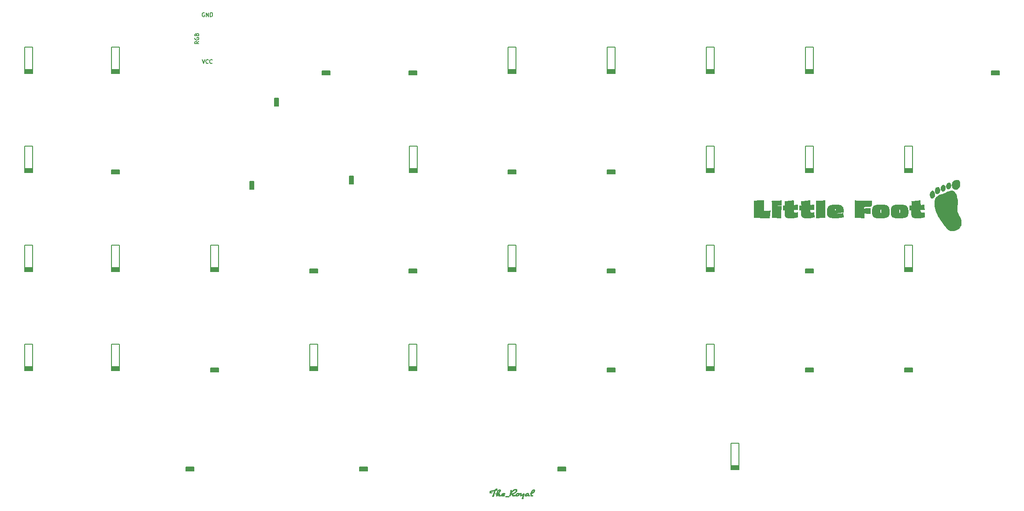
<source format=gto>
G04 #@! TF.GenerationSoftware,KiCad,Pcbnew,(5.1.2)-2*
G04 #@! TF.CreationDate,2019-10-09T00:02:49-05:00*
G04 #@! TF.ProjectId,ai03-pcb-guide,61693033-2d70-4636-922d-67756964652e,rev?*
G04 #@! TF.SameCoordinates,Original*
G04 #@! TF.FileFunction,Legend,Top*
G04 #@! TF.FilePolarity,Positive*
%FSLAX46Y46*%
G04 Gerber Fmt 4.6, Leading zero omitted, Abs format (unit mm)*
G04 Created by KiCad (PCBNEW (5.1.2)-2) date 2019-10-09 00:02:49*
%MOMM*%
%LPD*%
G04 APERTURE LIST*
%ADD10C,0.187500*%
%ADD11C,0.150000*%
%ADD12C,0.010000*%
%ADD13C,2.686000*%
%ADD14C,2.000000*%
%ADD15R,2.000000X2.000000*%
%ADD16C,2.152600*%
%ADD17R,2.152600X2.152600*%
%ADD18C,4.200000*%
%ADD19O,2.100000X2.100000*%
%ADD20R,2.100000X2.100000*%
G04 APERTURE END LIST*
D10*
X112328571Y-31325000D02*
X112257142Y-31289285D01*
X112150000Y-31289285D01*
X112042857Y-31325000D01*
X111971428Y-31396428D01*
X111935714Y-31467857D01*
X111900000Y-31610714D01*
X111900000Y-31717857D01*
X111935714Y-31860714D01*
X111971428Y-31932142D01*
X112042857Y-32003571D01*
X112150000Y-32039285D01*
X112221428Y-32039285D01*
X112328571Y-32003571D01*
X112364285Y-31967857D01*
X112364285Y-31717857D01*
X112221428Y-31717857D01*
X112685714Y-32039285D02*
X112685714Y-31289285D01*
X113114285Y-32039285D01*
X113114285Y-31289285D01*
X113471428Y-32039285D02*
X113471428Y-31289285D01*
X113650000Y-31289285D01*
X113757142Y-31325000D01*
X113828571Y-31396428D01*
X113864285Y-31467857D01*
X113900000Y-31610714D01*
X113900000Y-31717857D01*
X113864285Y-31860714D01*
X113828571Y-31932142D01*
X113757142Y-32003571D01*
X113650000Y-32039285D01*
X113471428Y-32039285D01*
X111239285Y-36817857D02*
X110882142Y-37067857D01*
X111239285Y-37246428D02*
X110489285Y-37246428D01*
X110489285Y-36960714D01*
X110525000Y-36889285D01*
X110560714Y-36853571D01*
X110632142Y-36817857D01*
X110739285Y-36817857D01*
X110810714Y-36853571D01*
X110846428Y-36889285D01*
X110882142Y-36960714D01*
X110882142Y-37246428D01*
X110525000Y-36103571D02*
X110489285Y-36175000D01*
X110489285Y-36282142D01*
X110525000Y-36389285D01*
X110596428Y-36460714D01*
X110667857Y-36496428D01*
X110810714Y-36532142D01*
X110917857Y-36532142D01*
X111060714Y-36496428D01*
X111132142Y-36460714D01*
X111203571Y-36389285D01*
X111239285Y-36282142D01*
X111239285Y-36210714D01*
X111203571Y-36103571D01*
X111167857Y-36067857D01*
X110917857Y-36067857D01*
X110917857Y-36210714D01*
X110846428Y-35496428D02*
X110882142Y-35389285D01*
X110917857Y-35353571D01*
X110989285Y-35317857D01*
X111096428Y-35317857D01*
X111167857Y-35353571D01*
X111203571Y-35389285D01*
X111239285Y-35460714D01*
X111239285Y-35746428D01*
X110489285Y-35746428D01*
X110489285Y-35496428D01*
X110525000Y-35425000D01*
X110560714Y-35389285D01*
X110632142Y-35353571D01*
X110703571Y-35353571D01*
X110775000Y-35389285D01*
X110810714Y-35425000D01*
X110846428Y-35496428D01*
X110846428Y-35746428D01*
X111900000Y-40289285D02*
X112150000Y-41039285D01*
X112400000Y-40289285D01*
X113078571Y-40967857D02*
X113042857Y-41003571D01*
X112935714Y-41039285D01*
X112864285Y-41039285D01*
X112757142Y-41003571D01*
X112685714Y-40932142D01*
X112650000Y-40860714D01*
X112614285Y-40717857D01*
X112614285Y-40610714D01*
X112650000Y-40467857D01*
X112685714Y-40396428D01*
X112757142Y-40325000D01*
X112864285Y-40289285D01*
X112935714Y-40289285D01*
X113042857Y-40325000D01*
X113078571Y-40360714D01*
X113828571Y-40967857D02*
X113792857Y-41003571D01*
X113685714Y-41039285D01*
X113614285Y-41039285D01*
X113507142Y-41003571D01*
X113435714Y-40932142D01*
X113400000Y-40860714D01*
X113364285Y-40717857D01*
X113364285Y-40610714D01*
X113400000Y-40467857D01*
X113435714Y-40396428D01*
X113507142Y-40325000D01*
X113614285Y-40289285D01*
X113685714Y-40289285D01*
X113792857Y-40325000D01*
X113828571Y-40360714D01*
D11*
X248412000Y-80359250D02*
X246888000Y-80359250D01*
X248412000Y-80486250D02*
X246888000Y-80486250D01*
X246888000Y-80613250D02*
X248412000Y-80613250D01*
X248412000Y-80994250D02*
X246888000Y-80994250D01*
X246888000Y-80867250D02*
X248412000Y-80867250D01*
X248412000Y-80740250D02*
X246888000Y-80740250D01*
X246888000Y-76041250D02*
X248412000Y-76041250D01*
X246888000Y-81121250D02*
X246888000Y-76041250D01*
X248412000Y-81121250D02*
X246888000Y-81121250D01*
X248412000Y-76041250D02*
X248412000Y-81121250D01*
X248412000Y-61309250D02*
X246888000Y-61309250D01*
X248412000Y-61436250D02*
X246888000Y-61436250D01*
X246888000Y-61563250D02*
X248412000Y-61563250D01*
X248412000Y-61944250D02*
X246888000Y-61944250D01*
X246888000Y-61817250D02*
X248412000Y-61817250D01*
X248412000Y-61690250D02*
X246888000Y-61690250D01*
X246888000Y-56991250D02*
X248412000Y-56991250D01*
X246888000Y-62071250D02*
X246888000Y-56991250D01*
X248412000Y-62071250D02*
X246888000Y-62071250D01*
X248412000Y-56991250D02*
X248412000Y-62071250D01*
X229362000Y-61309250D02*
X227838000Y-61309250D01*
X229362000Y-61436250D02*
X227838000Y-61436250D01*
X227838000Y-61563250D02*
X229362000Y-61563250D01*
X229362000Y-61944250D02*
X227838000Y-61944250D01*
X227838000Y-61817250D02*
X229362000Y-61817250D01*
X229362000Y-61690250D02*
X227838000Y-61690250D01*
X227838000Y-56991250D02*
X229362000Y-56991250D01*
X227838000Y-62071250D02*
X227838000Y-56991250D01*
X229362000Y-62071250D02*
X227838000Y-62071250D01*
X229362000Y-56991250D02*
X229362000Y-62071250D01*
X229362000Y-42259250D02*
X227838000Y-42259250D01*
X229362000Y-42386250D02*
X227838000Y-42386250D01*
X227838000Y-42513250D02*
X229362000Y-42513250D01*
X229362000Y-42894250D02*
X227838000Y-42894250D01*
X227838000Y-42767250D02*
X229362000Y-42767250D01*
X229362000Y-42640250D02*
X227838000Y-42640250D01*
X227838000Y-37941250D02*
X229362000Y-37941250D01*
X227838000Y-43021250D02*
X227838000Y-37941250D01*
X229362000Y-43021250D02*
X227838000Y-43021250D01*
X229362000Y-37941250D02*
X229362000Y-43021250D01*
X210312000Y-99409250D02*
X208788000Y-99409250D01*
X210312000Y-99536250D02*
X208788000Y-99536250D01*
X208788000Y-99663250D02*
X210312000Y-99663250D01*
X210312000Y-100044250D02*
X208788000Y-100044250D01*
X208788000Y-99917250D02*
X210312000Y-99917250D01*
X210312000Y-99790250D02*
X208788000Y-99790250D01*
X208788000Y-95091250D02*
X210312000Y-95091250D01*
X208788000Y-100171250D02*
X208788000Y-95091250D01*
X210312000Y-100171250D02*
X208788000Y-100171250D01*
X210312000Y-95091250D02*
X210312000Y-100171250D01*
X210312000Y-80359250D02*
X208788000Y-80359250D01*
X210312000Y-80486250D02*
X208788000Y-80486250D01*
X208788000Y-80613250D02*
X210312000Y-80613250D01*
X210312000Y-80994250D02*
X208788000Y-80994250D01*
X208788000Y-80867250D02*
X210312000Y-80867250D01*
X210312000Y-80740250D02*
X208788000Y-80740250D01*
X208788000Y-76041250D02*
X210312000Y-76041250D01*
X208788000Y-81121250D02*
X208788000Y-76041250D01*
X210312000Y-81121250D02*
X208788000Y-81121250D01*
X210312000Y-76041250D02*
X210312000Y-81121250D01*
X210312000Y-61309250D02*
X208788000Y-61309250D01*
X210312000Y-61436250D02*
X208788000Y-61436250D01*
X208788000Y-61563250D02*
X210312000Y-61563250D01*
X210312000Y-61944250D02*
X208788000Y-61944250D01*
X208788000Y-61817250D02*
X210312000Y-61817250D01*
X210312000Y-61690250D02*
X208788000Y-61690250D01*
X208788000Y-56991250D02*
X210312000Y-56991250D01*
X208788000Y-62071250D02*
X208788000Y-56991250D01*
X210312000Y-62071250D02*
X208788000Y-62071250D01*
X210312000Y-56991250D02*
X210312000Y-62071250D01*
X210312000Y-42259250D02*
X208788000Y-42259250D01*
X210312000Y-42386250D02*
X208788000Y-42386250D01*
X208788000Y-42513250D02*
X210312000Y-42513250D01*
X210312000Y-42894250D02*
X208788000Y-42894250D01*
X208788000Y-42767250D02*
X210312000Y-42767250D01*
X210312000Y-42640250D02*
X208788000Y-42640250D01*
X208788000Y-37941250D02*
X210312000Y-37941250D01*
X208788000Y-43021250D02*
X208788000Y-37941250D01*
X210312000Y-43021250D02*
X208788000Y-43021250D01*
X210312000Y-37941250D02*
X210312000Y-43021250D01*
X215074500Y-118459250D02*
X213550500Y-118459250D01*
X215074500Y-118586250D02*
X213550500Y-118586250D01*
X213550500Y-118713250D02*
X215074500Y-118713250D01*
X215074500Y-119094250D02*
X213550500Y-119094250D01*
X213550500Y-118967250D02*
X215074500Y-118967250D01*
X215074500Y-118840250D02*
X213550500Y-118840250D01*
X213550500Y-114141250D02*
X215074500Y-114141250D01*
X213550500Y-119221250D02*
X213550500Y-114141250D01*
X215074500Y-119221250D02*
X213550500Y-119221250D01*
X215074500Y-114141250D02*
X215074500Y-119221250D01*
X191262000Y-42259250D02*
X189738000Y-42259250D01*
X191262000Y-42386250D02*
X189738000Y-42386250D01*
X189738000Y-42513250D02*
X191262000Y-42513250D01*
X191262000Y-42894250D02*
X189738000Y-42894250D01*
X189738000Y-42767250D02*
X191262000Y-42767250D01*
X191262000Y-42640250D02*
X189738000Y-42640250D01*
X189738000Y-37941250D02*
X191262000Y-37941250D01*
X189738000Y-43021250D02*
X189738000Y-37941250D01*
X191262000Y-43021250D02*
X189738000Y-43021250D01*
X191262000Y-37941250D02*
X191262000Y-43021250D01*
X172212000Y-99409250D02*
X170688000Y-99409250D01*
X172212000Y-99536250D02*
X170688000Y-99536250D01*
X170688000Y-99663250D02*
X172212000Y-99663250D01*
X172212000Y-100044250D02*
X170688000Y-100044250D01*
X170688000Y-99917250D02*
X172212000Y-99917250D01*
X172212000Y-99790250D02*
X170688000Y-99790250D01*
X170688000Y-95091250D02*
X172212000Y-95091250D01*
X170688000Y-100171250D02*
X170688000Y-95091250D01*
X172212000Y-100171250D02*
X170688000Y-100171250D01*
X172212000Y-95091250D02*
X172212000Y-100171250D01*
X172212000Y-80359250D02*
X170688000Y-80359250D01*
X172212000Y-80486250D02*
X170688000Y-80486250D01*
X170688000Y-80613250D02*
X172212000Y-80613250D01*
X172212000Y-80994250D02*
X170688000Y-80994250D01*
X170688000Y-80867250D02*
X172212000Y-80867250D01*
X172212000Y-80740250D02*
X170688000Y-80740250D01*
X170688000Y-76041250D02*
X172212000Y-76041250D01*
X170688000Y-81121250D02*
X170688000Y-76041250D01*
X172212000Y-81121250D02*
X170688000Y-81121250D01*
X172212000Y-76041250D02*
X172212000Y-81121250D01*
X172212000Y-42259250D02*
X170688000Y-42259250D01*
X172212000Y-42386250D02*
X170688000Y-42386250D01*
X170688000Y-42513250D02*
X172212000Y-42513250D01*
X172212000Y-42894250D02*
X170688000Y-42894250D01*
X170688000Y-42767250D02*
X172212000Y-42767250D01*
X172212000Y-42640250D02*
X170688000Y-42640250D01*
X170688000Y-37941250D02*
X172212000Y-37941250D01*
X170688000Y-43021250D02*
X170688000Y-37941250D01*
X172212000Y-43021250D02*
X170688000Y-43021250D01*
X172212000Y-37941250D02*
X172212000Y-43021250D01*
X153162000Y-99409250D02*
X151638000Y-99409250D01*
X153162000Y-99536250D02*
X151638000Y-99536250D01*
X151638000Y-99663250D02*
X153162000Y-99663250D01*
X153162000Y-100044250D02*
X151638000Y-100044250D01*
X151638000Y-99917250D02*
X153162000Y-99917250D01*
X153162000Y-99790250D02*
X151638000Y-99790250D01*
X151638000Y-95091250D02*
X153162000Y-95091250D01*
X151638000Y-100171250D02*
X151638000Y-95091250D01*
X153162000Y-100171250D02*
X151638000Y-100171250D01*
X153162000Y-95091250D02*
X153162000Y-100171250D01*
X153262000Y-61278000D02*
X151738000Y-61278000D01*
X153262000Y-61405000D02*
X151738000Y-61405000D01*
X151738000Y-61532000D02*
X153262000Y-61532000D01*
X153262000Y-61913000D02*
X151738000Y-61913000D01*
X151738000Y-61786000D02*
X153262000Y-61786000D01*
X153262000Y-61659000D02*
X151738000Y-61659000D01*
X151738000Y-56960000D02*
X153262000Y-56960000D01*
X151738000Y-62040000D02*
X151738000Y-56960000D01*
X153262000Y-62040000D02*
X151738000Y-62040000D01*
X153262000Y-56960000D02*
X153262000Y-62040000D01*
X134112000Y-99409250D02*
X132588000Y-99409250D01*
X134112000Y-99536250D02*
X132588000Y-99536250D01*
X132588000Y-99663250D02*
X134112000Y-99663250D01*
X134112000Y-100044250D02*
X132588000Y-100044250D01*
X132588000Y-99917250D02*
X134112000Y-99917250D01*
X134112000Y-99790250D02*
X132588000Y-99790250D01*
X132588000Y-95091250D02*
X134112000Y-95091250D01*
X132588000Y-100171250D02*
X132588000Y-95091250D01*
X134112000Y-100171250D02*
X132588000Y-100171250D01*
X134112000Y-95091250D02*
X134112000Y-100171250D01*
X115062000Y-80359250D02*
X113538000Y-80359250D01*
X115062000Y-80486250D02*
X113538000Y-80486250D01*
X113538000Y-80613250D02*
X115062000Y-80613250D01*
X115062000Y-80994250D02*
X113538000Y-80994250D01*
X113538000Y-80867250D02*
X115062000Y-80867250D01*
X115062000Y-80740250D02*
X113538000Y-80740250D01*
X113538000Y-76041250D02*
X115062000Y-76041250D01*
X113538000Y-81121250D02*
X113538000Y-76041250D01*
X115062000Y-81121250D02*
X113538000Y-81121250D01*
X115062000Y-76041250D02*
X115062000Y-81121250D01*
X96012000Y-99409250D02*
X94488000Y-99409250D01*
X96012000Y-99536250D02*
X94488000Y-99536250D01*
X94488000Y-99663250D02*
X96012000Y-99663250D01*
X96012000Y-100044250D02*
X94488000Y-100044250D01*
X94488000Y-99917250D02*
X96012000Y-99917250D01*
X96012000Y-99790250D02*
X94488000Y-99790250D01*
X94488000Y-95091250D02*
X96012000Y-95091250D01*
X94488000Y-100171250D02*
X94488000Y-95091250D01*
X96012000Y-100171250D02*
X94488000Y-100171250D01*
X96012000Y-95091250D02*
X96012000Y-100171250D01*
X96012000Y-80359250D02*
X94488000Y-80359250D01*
X96012000Y-80486250D02*
X94488000Y-80486250D01*
X94488000Y-80613250D02*
X96012000Y-80613250D01*
X96012000Y-80994250D02*
X94488000Y-80994250D01*
X94488000Y-80867250D02*
X96012000Y-80867250D01*
X96012000Y-80740250D02*
X94488000Y-80740250D01*
X94488000Y-76041250D02*
X96012000Y-76041250D01*
X94488000Y-81121250D02*
X94488000Y-76041250D01*
X96012000Y-81121250D02*
X94488000Y-81121250D01*
X96012000Y-76041250D02*
X96012000Y-81121250D01*
X96012000Y-42259250D02*
X94488000Y-42259250D01*
X96012000Y-42386250D02*
X94488000Y-42386250D01*
X94488000Y-42513250D02*
X96012000Y-42513250D01*
X96012000Y-42894250D02*
X94488000Y-42894250D01*
X94488000Y-42767250D02*
X96012000Y-42767250D01*
X96012000Y-42640250D02*
X94488000Y-42640250D01*
X94488000Y-37941250D02*
X96012000Y-37941250D01*
X94488000Y-43021250D02*
X94488000Y-37941250D01*
X96012000Y-43021250D02*
X94488000Y-43021250D01*
X96012000Y-37941250D02*
X96012000Y-43021250D01*
X79343250Y-99409250D02*
X77819250Y-99409250D01*
X79343250Y-99536250D02*
X77819250Y-99536250D01*
X77819250Y-99663250D02*
X79343250Y-99663250D01*
X79343250Y-100044250D02*
X77819250Y-100044250D01*
X77819250Y-99917250D02*
X79343250Y-99917250D01*
X79343250Y-99790250D02*
X77819250Y-99790250D01*
X77819250Y-95091250D02*
X79343250Y-95091250D01*
X77819250Y-100171250D02*
X77819250Y-95091250D01*
X79343250Y-100171250D02*
X77819250Y-100171250D01*
X79343250Y-95091250D02*
X79343250Y-100171250D01*
X79343250Y-80359250D02*
X77819250Y-80359250D01*
X79343250Y-80486250D02*
X77819250Y-80486250D01*
X77819250Y-80613250D02*
X79343250Y-80613250D01*
X79343250Y-80994250D02*
X77819250Y-80994250D01*
X77819250Y-80867250D02*
X79343250Y-80867250D01*
X79343250Y-80740250D02*
X77819250Y-80740250D01*
X77819250Y-76041250D02*
X79343250Y-76041250D01*
X77819250Y-81121250D02*
X77819250Y-76041250D01*
X79343250Y-81121250D02*
X77819250Y-81121250D01*
X79343250Y-76041250D02*
X79343250Y-81121250D01*
X79343250Y-61309250D02*
X77819250Y-61309250D01*
X79343250Y-61436250D02*
X77819250Y-61436250D01*
X77819250Y-61563250D02*
X79343250Y-61563250D01*
X79343250Y-61944250D02*
X77819250Y-61944250D01*
X77819250Y-61817250D02*
X79343250Y-61817250D01*
X79343250Y-61690250D02*
X77819250Y-61690250D01*
X77819250Y-56991250D02*
X79343250Y-56991250D01*
X77819250Y-62071250D02*
X77819250Y-56991250D01*
X79343250Y-62071250D02*
X77819250Y-62071250D01*
X79343250Y-56991250D02*
X79343250Y-62071250D01*
X79343250Y-42259250D02*
X77819250Y-42259250D01*
X79343250Y-42386250D02*
X77819250Y-42386250D01*
X77819250Y-42513250D02*
X79343250Y-42513250D01*
X79343250Y-42894250D02*
X77819250Y-42894250D01*
X77819250Y-42767250D02*
X79343250Y-42767250D01*
X79343250Y-42640250D02*
X77819250Y-42640250D01*
X77819250Y-37941250D02*
X79343250Y-37941250D01*
X77819250Y-43021250D02*
X77819250Y-37941250D01*
X79343250Y-43021250D02*
X77819250Y-43021250D01*
X79343250Y-37941250D02*
X79343250Y-43021250D01*
X248412000Y-100425250D02*
X248412000Y-99663250D01*
X246888000Y-100425250D02*
X246888000Y-99663250D01*
X248412000Y-100425250D02*
X246888000Y-100425250D01*
X248412000Y-100044250D02*
X246888000Y-100044250D01*
X246888000Y-100171250D02*
X248412000Y-100171250D01*
X248412000Y-100298250D02*
X246888000Y-100298250D01*
X246888000Y-99917250D02*
X248412000Y-99917250D01*
X248412000Y-99790250D02*
X246888000Y-99790250D01*
X248412000Y-99663250D02*
X246888000Y-99663250D01*
X265080750Y-43275250D02*
X265080750Y-42513250D01*
X263556750Y-43275250D02*
X263556750Y-42513250D01*
X265080750Y-43275250D02*
X263556750Y-43275250D01*
X265080750Y-42894250D02*
X263556750Y-42894250D01*
X263556750Y-43021250D02*
X265080750Y-43021250D01*
X265080750Y-43148250D02*
X263556750Y-43148250D01*
X263556750Y-42767250D02*
X265080750Y-42767250D01*
X265080750Y-42640250D02*
X263556750Y-42640250D01*
X265080750Y-42513250D02*
X263556750Y-42513250D01*
X229362000Y-100425250D02*
X229362000Y-99663250D01*
X227838000Y-100425250D02*
X227838000Y-99663250D01*
X229362000Y-100425250D02*
X227838000Y-100425250D01*
X229362000Y-100044250D02*
X227838000Y-100044250D01*
X227838000Y-100171250D02*
X229362000Y-100171250D01*
X229362000Y-100298250D02*
X227838000Y-100298250D01*
X227838000Y-99917250D02*
X229362000Y-99917250D01*
X229362000Y-99790250D02*
X227838000Y-99790250D01*
X229362000Y-99663250D02*
X227838000Y-99663250D01*
X229362000Y-81375250D02*
X229362000Y-80613250D01*
X227838000Y-81375250D02*
X227838000Y-80613250D01*
X229362000Y-81375250D02*
X227838000Y-81375250D01*
X229362000Y-80994250D02*
X227838000Y-80994250D01*
X227838000Y-81121250D02*
X229362000Y-81121250D01*
X229362000Y-81248250D02*
X227838000Y-81248250D01*
X227838000Y-80867250D02*
X229362000Y-80867250D01*
X229362000Y-80740250D02*
X227838000Y-80740250D01*
X229362000Y-80613250D02*
X227838000Y-80613250D01*
X191262000Y-100425250D02*
X191262000Y-99663250D01*
X189738000Y-100425250D02*
X189738000Y-99663250D01*
X191262000Y-100425250D02*
X189738000Y-100425250D01*
X191262000Y-100044250D02*
X189738000Y-100044250D01*
X189738000Y-100171250D02*
X191262000Y-100171250D01*
X191262000Y-100298250D02*
X189738000Y-100298250D01*
X189738000Y-99917250D02*
X191262000Y-99917250D01*
X191262000Y-99790250D02*
X189738000Y-99790250D01*
X191262000Y-99663250D02*
X189738000Y-99663250D01*
X191262000Y-81375250D02*
X191262000Y-80613250D01*
X189738000Y-81375250D02*
X189738000Y-80613250D01*
X191262000Y-81375250D02*
X189738000Y-81375250D01*
X191262000Y-80994250D02*
X189738000Y-80994250D01*
X189738000Y-81121250D02*
X191262000Y-81121250D01*
X191262000Y-81248250D02*
X189738000Y-81248250D01*
X189738000Y-80867250D02*
X191262000Y-80867250D01*
X191262000Y-80740250D02*
X189738000Y-80740250D01*
X191262000Y-80613250D02*
X189738000Y-80613250D01*
X191262000Y-62325250D02*
X191262000Y-61563250D01*
X189738000Y-62325250D02*
X189738000Y-61563250D01*
X191262000Y-62325250D02*
X189738000Y-62325250D01*
X191262000Y-61944250D02*
X189738000Y-61944250D01*
X189738000Y-62071250D02*
X191262000Y-62071250D01*
X191262000Y-62198250D02*
X189738000Y-62198250D01*
X189738000Y-61817250D02*
X191262000Y-61817250D01*
X191262000Y-61690250D02*
X189738000Y-61690250D01*
X191262000Y-61563250D02*
X189738000Y-61563250D01*
X181737000Y-119475250D02*
X181737000Y-118713250D01*
X180213000Y-119475250D02*
X180213000Y-118713250D01*
X181737000Y-119475250D02*
X180213000Y-119475250D01*
X181737000Y-119094250D02*
X180213000Y-119094250D01*
X180213000Y-119221250D02*
X181737000Y-119221250D01*
X181737000Y-119348250D02*
X180213000Y-119348250D01*
X180213000Y-118967250D02*
X181737000Y-118967250D01*
X181737000Y-118840250D02*
X180213000Y-118840250D01*
X181737000Y-118713250D02*
X180213000Y-118713250D01*
X172212000Y-62325250D02*
X172212000Y-61563250D01*
X170688000Y-62325250D02*
X170688000Y-61563250D01*
X172212000Y-62325250D02*
X170688000Y-62325250D01*
X172212000Y-61944250D02*
X170688000Y-61944250D01*
X170688000Y-62071250D02*
X172212000Y-62071250D01*
X172212000Y-62198250D02*
X170688000Y-62198250D01*
X170688000Y-61817250D02*
X172212000Y-61817250D01*
X172212000Y-61690250D02*
X170688000Y-61690250D01*
X172212000Y-61563250D02*
X170688000Y-61563250D01*
X143637000Y-119475250D02*
X143637000Y-118713250D01*
X142113000Y-119475250D02*
X142113000Y-118713250D01*
X143637000Y-119475250D02*
X142113000Y-119475250D01*
X143637000Y-119094250D02*
X142113000Y-119094250D01*
X142113000Y-119221250D02*
X143637000Y-119221250D01*
X143637000Y-119348250D02*
X142113000Y-119348250D01*
X142113000Y-118967250D02*
X143637000Y-118967250D01*
X143637000Y-118840250D02*
X142113000Y-118840250D01*
X143637000Y-118713250D02*
X142113000Y-118713250D01*
X153162000Y-81375250D02*
X153162000Y-80613250D01*
X151638000Y-81375250D02*
X151638000Y-80613250D01*
X153162000Y-81375250D02*
X151638000Y-81375250D01*
X153162000Y-80994250D02*
X151638000Y-80994250D01*
X151638000Y-81121250D02*
X153162000Y-81121250D01*
X153162000Y-81248250D02*
X151638000Y-81248250D01*
X151638000Y-80867250D02*
X153162000Y-80867250D01*
X153162000Y-80740250D02*
X151638000Y-80740250D01*
X153162000Y-80613250D02*
X151638000Y-80613250D01*
X153162000Y-43275250D02*
X153162000Y-42513250D01*
X151638000Y-43275250D02*
X151638000Y-42513250D01*
X153162000Y-43275250D02*
X151638000Y-43275250D01*
X153162000Y-42894250D02*
X151638000Y-42894250D01*
X151638000Y-43021250D02*
X153162000Y-43021250D01*
X153162000Y-43148250D02*
X151638000Y-43148250D01*
X151638000Y-42767250D02*
X153162000Y-42767250D01*
X153162000Y-42640250D02*
X151638000Y-42640250D01*
X153162000Y-42513250D02*
X151638000Y-42513250D01*
X110299500Y-119475250D02*
X110299500Y-118713250D01*
X108775500Y-119475250D02*
X108775500Y-118713250D01*
X110299500Y-119475250D02*
X108775500Y-119475250D01*
X110299500Y-119094250D02*
X108775500Y-119094250D01*
X108775500Y-119221250D02*
X110299500Y-119221250D01*
X110299500Y-119348250D02*
X108775500Y-119348250D01*
X108775500Y-118967250D02*
X110299500Y-118967250D01*
X110299500Y-118840250D02*
X108775500Y-118840250D01*
X110299500Y-118713250D02*
X108775500Y-118713250D01*
X134112000Y-81375250D02*
X134112000Y-80613250D01*
X132588000Y-81375250D02*
X132588000Y-80613250D01*
X134112000Y-81375250D02*
X132588000Y-81375250D01*
X134112000Y-80994250D02*
X132588000Y-80994250D01*
X132588000Y-81121250D02*
X134112000Y-81121250D01*
X134112000Y-81248250D02*
X132588000Y-81248250D01*
X132588000Y-80867250D02*
X134112000Y-80867250D01*
X134112000Y-80740250D02*
X132588000Y-80740250D01*
X134112000Y-80613250D02*
X132588000Y-80613250D01*
X140206000Y-64262000D02*
X140968000Y-64262000D01*
X140206000Y-62738000D02*
X140968000Y-62738000D01*
X140206000Y-64262000D02*
X140206000Y-62738000D01*
X140587000Y-64262000D02*
X140587000Y-62738000D01*
X140460000Y-62738000D02*
X140460000Y-64262000D01*
X140333000Y-64262000D02*
X140333000Y-62738000D01*
X140714000Y-62738000D02*
X140714000Y-64262000D01*
X140841000Y-64262000D02*
X140841000Y-62738000D01*
X140968000Y-64262000D02*
X140968000Y-62738000D01*
X136493250Y-43275250D02*
X136493250Y-42513250D01*
X134969250Y-43275250D02*
X134969250Y-42513250D01*
X136493250Y-43275250D02*
X134969250Y-43275250D01*
X136493250Y-42894250D02*
X134969250Y-42894250D01*
X134969250Y-43021250D02*
X136493250Y-43021250D01*
X136493250Y-43148250D02*
X134969250Y-43148250D01*
X134969250Y-42767250D02*
X136493250Y-42767250D01*
X136493250Y-42640250D02*
X134969250Y-42640250D01*
X136493250Y-42513250D02*
X134969250Y-42513250D01*
X115062000Y-100425250D02*
X115062000Y-99663250D01*
X113538000Y-100425250D02*
X113538000Y-99663250D01*
X115062000Y-100425250D02*
X113538000Y-100425250D01*
X115062000Y-100044250D02*
X113538000Y-100044250D01*
X113538000Y-100171250D02*
X115062000Y-100171250D01*
X115062000Y-100298250D02*
X113538000Y-100298250D01*
X113538000Y-99917250D02*
X115062000Y-99917250D01*
X115062000Y-99790250D02*
X113538000Y-99790250D01*
X115062000Y-99663250D02*
X113538000Y-99663250D01*
X121106000Y-65262000D02*
X121868000Y-65262000D01*
X121106000Y-63738000D02*
X121868000Y-63738000D01*
X121106000Y-65262000D02*
X121106000Y-63738000D01*
X121487000Y-65262000D02*
X121487000Y-63738000D01*
X121360000Y-63738000D02*
X121360000Y-65262000D01*
X121233000Y-65262000D02*
X121233000Y-63738000D01*
X121614000Y-63738000D02*
X121614000Y-65262000D01*
X121741000Y-65262000D02*
X121741000Y-63738000D01*
X121868000Y-65262000D02*
X121868000Y-63738000D01*
X126544000Y-47738000D02*
X125782000Y-47738000D01*
X126544000Y-49262000D02*
X125782000Y-49262000D01*
X126544000Y-47738000D02*
X126544000Y-49262000D01*
X126163000Y-47738000D02*
X126163000Y-49262000D01*
X126290000Y-49262000D02*
X126290000Y-47738000D01*
X126417000Y-47738000D02*
X126417000Y-49262000D01*
X126036000Y-49262000D02*
X126036000Y-47738000D01*
X125909000Y-47738000D02*
X125909000Y-49262000D01*
X125782000Y-47738000D02*
X125782000Y-49262000D01*
X96012000Y-62325250D02*
X96012000Y-61563250D01*
X94488000Y-62325250D02*
X94488000Y-61563250D01*
X96012000Y-62325250D02*
X94488000Y-62325250D01*
X96012000Y-61944250D02*
X94488000Y-61944250D01*
X94488000Y-62071250D02*
X96012000Y-62071250D01*
X96012000Y-62198250D02*
X94488000Y-62198250D01*
X94488000Y-61817250D02*
X96012000Y-61817250D01*
X96012000Y-61690250D02*
X94488000Y-61690250D01*
X96012000Y-61563250D02*
X94488000Y-61563250D01*
D12*
G36*
X174486830Y-123662946D02*
G01*
X174498093Y-123663679D01*
X174507661Y-123665013D01*
X174516083Y-123667039D01*
X174523906Y-123669849D01*
X174528515Y-123671937D01*
X174539466Y-123678599D01*
X174548065Y-123686779D01*
X174554289Y-123696396D01*
X174558114Y-123707372D01*
X174559515Y-123719625D01*
X174558468Y-123733078D01*
X174554949Y-123747650D01*
X174553113Y-123753042D01*
X174545403Y-123770343D01*
X174535265Y-123787052D01*
X174523068Y-123802761D01*
X174509184Y-123817059D01*
X174493984Y-123829536D01*
X174477838Y-123839783D01*
X174471894Y-123842833D01*
X174464147Y-123846355D01*
X174457052Y-123849040D01*
X174449925Y-123851044D01*
X174442085Y-123852523D01*
X174432849Y-123853633D01*
X174421535Y-123854530D01*
X174420389Y-123854605D01*
X174402913Y-123856207D01*
X174386295Y-123858756D01*
X174369819Y-123862422D01*
X174352770Y-123867373D01*
X174334432Y-123873776D01*
X174327255Y-123876516D01*
X174301336Y-123887370D01*
X174276399Y-123899427D01*
X174251715Y-123913071D01*
X174226553Y-123928688D01*
X174220011Y-123933006D01*
X174203672Y-123944230D01*
X174189205Y-123954906D01*
X174175895Y-123965619D01*
X174163026Y-123976952D01*
X174149883Y-123989486D01*
X174145857Y-123993492D01*
X174132125Y-124007939D01*
X174120865Y-124021289D01*
X174112003Y-124033664D01*
X174105469Y-124045188D01*
X174101188Y-124055986D01*
X174099089Y-124066180D01*
X174098907Y-124073568D01*
X174099497Y-124079556D01*
X174100705Y-124083963D01*
X174102910Y-124088021D01*
X174103692Y-124089169D01*
X174110211Y-124096108D01*
X174119082Y-124101653D01*
X174130340Y-124105818D01*
X174144019Y-124108616D01*
X174156239Y-124109849D01*
X174171620Y-124110322D01*
X174186662Y-124109660D01*
X174201916Y-124107776D01*
X174217928Y-124104582D01*
X174235248Y-124099992D01*
X174252466Y-124094575D01*
X174281729Y-124083792D01*
X174312082Y-124070652D01*
X174343302Y-124055295D01*
X174375164Y-124037862D01*
X174407443Y-124018492D01*
X174439916Y-123997326D01*
X174472359Y-123974504D01*
X174504548Y-123950167D01*
X174536257Y-123924455D01*
X174567022Y-123897726D01*
X174575856Y-123889881D01*
X174583129Y-123883684D01*
X174589286Y-123878798D01*
X174594773Y-123874887D01*
X174600037Y-123871614D01*
X174605522Y-123868642D01*
X174605633Y-123868586D01*
X174617447Y-123863628D01*
X174628571Y-123861090D01*
X174638803Y-123860990D01*
X174647942Y-123863348D01*
X174649950Y-123864283D01*
X174654810Y-123867223D01*
X174658445Y-123870771D01*
X174661685Y-123875818D01*
X174662950Y-123878241D01*
X174665329Y-123884104D01*
X174667023Y-123891024D01*
X174668030Y-123899226D01*
X174668345Y-123908937D01*
X174667965Y-123920384D01*
X174666886Y-123933793D01*
X174665105Y-123949390D01*
X174662618Y-123967402D01*
X174661433Y-123975283D01*
X174659729Y-123986829D01*
X174658493Y-123996436D01*
X174657654Y-124004939D01*
X174657142Y-124013168D01*
X174656886Y-124021956D01*
X174656819Y-124029611D01*
X174656750Y-124054305D01*
X174661217Y-124063736D01*
X174665977Y-124071729D01*
X174671856Y-124077657D01*
X174679148Y-124081658D01*
X174688145Y-124083870D01*
X174699142Y-124084432D01*
X174704620Y-124084196D01*
X174711255Y-124083466D01*
X174719855Y-124082000D01*
X174730618Y-124079759D01*
X174743740Y-124076702D01*
X174753420Y-124074310D01*
X174769944Y-124070268D01*
X174784068Y-124067079D01*
X174796072Y-124064718D01*
X174806236Y-124063157D01*
X174814842Y-124062368D01*
X174822170Y-124062324D01*
X174828501Y-124062997D01*
X174834115Y-124064362D01*
X174838483Y-124066022D01*
X174846431Y-124071008D01*
X174852790Y-124077969D01*
X174857359Y-124086423D01*
X174859934Y-124095887D01*
X174860314Y-124105877D01*
X174858759Y-124114427D01*
X174854417Y-124125169D01*
X174847574Y-124136498D01*
X174838442Y-124148219D01*
X174827232Y-124160137D01*
X174814156Y-124172058D01*
X174799424Y-124183786D01*
X174783249Y-124195127D01*
X174765841Y-124205886D01*
X174750248Y-124214421D01*
X174726041Y-124225901D01*
X174702239Y-124235189D01*
X174678980Y-124242275D01*
X174656403Y-124247150D01*
X174634646Y-124249805D01*
X174613850Y-124250230D01*
X174594152Y-124248416D01*
X174575692Y-124244353D01*
X174558608Y-124238032D01*
X174543039Y-124229444D01*
X174541739Y-124228574D01*
X174529483Y-124218792D01*
X174517962Y-124206747D01*
X174507630Y-124192986D01*
X174498944Y-124178055D01*
X174498057Y-124176257D01*
X174495294Y-124170848D01*
X174493047Y-124167536D01*
X174490749Y-124165815D01*
X174487835Y-124165175D01*
X174485612Y-124165099D01*
X174483167Y-124165348D01*
X174480073Y-124166206D01*
X174476046Y-124167810D01*
X174470801Y-124170296D01*
X174464054Y-124173801D01*
X174455522Y-124178461D01*
X174444920Y-124184412D01*
X174442261Y-124185920D01*
X174410926Y-124203129D01*
X174381028Y-124218312D01*
X174352207Y-124231618D01*
X174324102Y-124243199D01*
X174296353Y-124253205D01*
X174268601Y-124261785D01*
X174245411Y-124267905D01*
X174212553Y-124274952D01*
X174178653Y-124280363D01*
X174144398Y-124284071D01*
X174110479Y-124286009D01*
X174077587Y-124286112D01*
X174061966Y-124285468D01*
X174040356Y-124283550D01*
X174018876Y-124280337D01*
X173998119Y-124275959D01*
X173978677Y-124270549D01*
X173961142Y-124264240D01*
X173954963Y-124261572D01*
X173939226Y-124253204D01*
X173924672Y-124243100D01*
X173911643Y-124231592D01*
X173900479Y-124219010D01*
X173891522Y-124205686D01*
X173886209Y-124194801D01*
X173882764Y-124185928D01*
X173880217Y-124178205D01*
X173878443Y-124170901D01*
X173877314Y-124163288D01*
X173876702Y-124154635D01*
X173876480Y-124144213D01*
X173876473Y-124138972D01*
X173876541Y-124129324D01*
X173876734Y-124121781D01*
X173877119Y-124115626D01*
X173877765Y-124110144D01*
X173878740Y-124104616D01*
X173880111Y-124098327D01*
X173880490Y-124096697D01*
X173887754Y-124071189D01*
X173897647Y-124045229D01*
X173910043Y-124018968D01*
X173924813Y-123992556D01*
X173941830Y-123966143D01*
X173960965Y-123939880D01*
X173982092Y-123913915D01*
X174005082Y-123888400D01*
X174029807Y-123863484D01*
X174056141Y-123839318D01*
X174083955Y-123816051D01*
X174113122Y-123793833D01*
X174143513Y-123772815D01*
X174170622Y-123755760D01*
X174205316Y-123736159D01*
X174240475Y-123718739D01*
X174275907Y-123703561D01*
X174311420Y-123690682D01*
X174346822Y-123680162D01*
X174381921Y-123672060D01*
X174416526Y-123666434D01*
X174450445Y-123663345D01*
X174473325Y-123662722D01*
X174486830Y-123662946D01*
X174486830Y-123662946D01*
G37*
X174486830Y-123662946D02*
X174498093Y-123663679D01*
X174507661Y-123665013D01*
X174516083Y-123667039D01*
X174523906Y-123669849D01*
X174528515Y-123671937D01*
X174539466Y-123678599D01*
X174548065Y-123686779D01*
X174554289Y-123696396D01*
X174558114Y-123707372D01*
X174559515Y-123719625D01*
X174558468Y-123733078D01*
X174554949Y-123747650D01*
X174553113Y-123753042D01*
X174545403Y-123770343D01*
X174535265Y-123787052D01*
X174523068Y-123802761D01*
X174509184Y-123817059D01*
X174493984Y-123829536D01*
X174477838Y-123839783D01*
X174471894Y-123842833D01*
X174464147Y-123846355D01*
X174457052Y-123849040D01*
X174449925Y-123851044D01*
X174442085Y-123852523D01*
X174432849Y-123853633D01*
X174421535Y-123854530D01*
X174420389Y-123854605D01*
X174402913Y-123856207D01*
X174386295Y-123858756D01*
X174369819Y-123862422D01*
X174352770Y-123867373D01*
X174334432Y-123873776D01*
X174327255Y-123876516D01*
X174301336Y-123887370D01*
X174276399Y-123899427D01*
X174251715Y-123913071D01*
X174226553Y-123928688D01*
X174220011Y-123933006D01*
X174203672Y-123944230D01*
X174189205Y-123954906D01*
X174175895Y-123965619D01*
X174163026Y-123976952D01*
X174149883Y-123989486D01*
X174145857Y-123993492D01*
X174132125Y-124007939D01*
X174120865Y-124021289D01*
X174112003Y-124033664D01*
X174105469Y-124045188D01*
X174101188Y-124055986D01*
X174099089Y-124066180D01*
X174098907Y-124073568D01*
X174099497Y-124079556D01*
X174100705Y-124083963D01*
X174102910Y-124088021D01*
X174103692Y-124089169D01*
X174110211Y-124096108D01*
X174119082Y-124101653D01*
X174130340Y-124105818D01*
X174144019Y-124108616D01*
X174156239Y-124109849D01*
X174171620Y-124110322D01*
X174186662Y-124109660D01*
X174201916Y-124107776D01*
X174217928Y-124104582D01*
X174235248Y-124099992D01*
X174252466Y-124094575D01*
X174281729Y-124083792D01*
X174312082Y-124070652D01*
X174343302Y-124055295D01*
X174375164Y-124037862D01*
X174407443Y-124018492D01*
X174439916Y-123997326D01*
X174472359Y-123974504D01*
X174504548Y-123950167D01*
X174536257Y-123924455D01*
X174567022Y-123897726D01*
X174575856Y-123889881D01*
X174583129Y-123883684D01*
X174589286Y-123878798D01*
X174594773Y-123874887D01*
X174600037Y-123871614D01*
X174605522Y-123868642D01*
X174605633Y-123868586D01*
X174617447Y-123863628D01*
X174628571Y-123861090D01*
X174638803Y-123860990D01*
X174647942Y-123863348D01*
X174649950Y-123864283D01*
X174654810Y-123867223D01*
X174658445Y-123870771D01*
X174661685Y-123875818D01*
X174662950Y-123878241D01*
X174665329Y-123884104D01*
X174667023Y-123891024D01*
X174668030Y-123899226D01*
X174668345Y-123908937D01*
X174667965Y-123920384D01*
X174666886Y-123933793D01*
X174665105Y-123949390D01*
X174662618Y-123967402D01*
X174661433Y-123975283D01*
X174659729Y-123986829D01*
X174658493Y-123996436D01*
X174657654Y-124004939D01*
X174657142Y-124013168D01*
X174656886Y-124021956D01*
X174656819Y-124029611D01*
X174656750Y-124054305D01*
X174661217Y-124063736D01*
X174665977Y-124071729D01*
X174671856Y-124077657D01*
X174679148Y-124081658D01*
X174688145Y-124083870D01*
X174699142Y-124084432D01*
X174704620Y-124084196D01*
X174711255Y-124083466D01*
X174719855Y-124082000D01*
X174730618Y-124079759D01*
X174743740Y-124076702D01*
X174753420Y-124074310D01*
X174769944Y-124070268D01*
X174784068Y-124067079D01*
X174796072Y-124064718D01*
X174806236Y-124063157D01*
X174814842Y-124062368D01*
X174822170Y-124062324D01*
X174828501Y-124062997D01*
X174834115Y-124064362D01*
X174838483Y-124066022D01*
X174846431Y-124071008D01*
X174852790Y-124077969D01*
X174857359Y-124086423D01*
X174859934Y-124095887D01*
X174860314Y-124105877D01*
X174858759Y-124114427D01*
X174854417Y-124125169D01*
X174847574Y-124136498D01*
X174838442Y-124148219D01*
X174827232Y-124160137D01*
X174814156Y-124172058D01*
X174799424Y-124183786D01*
X174783249Y-124195127D01*
X174765841Y-124205886D01*
X174750248Y-124214421D01*
X174726041Y-124225901D01*
X174702239Y-124235189D01*
X174678980Y-124242275D01*
X174656403Y-124247150D01*
X174634646Y-124249805D01*
X174613850Y-124250230D01*
X174594152Y-124248416D01*
X174575692Y-124244353D01*
X174558608Y-124238032D01*
X174543039Y-124229444D01*
X174541739Y-124228574D01*
X174529483Y-124218792D01*
X174517962Y-124206747D01*
X174507630Y-124192986D01*
X174498944Y-124178055D01*
X174498057Y-124176257D01*
X174495294Y-124170848D01*
X174493047Y-124167536D01*
X174490749Y-124165815D01*
X174487835Y-124165175D01*
X174485612Y-124165099D01*
X174483167Y-124165348D01*
X174480073Y-124166206D01*
X174476046Y-124167810D01*
X174470801Y-124170296D01*
X174464054Y-124173801D01*
X174455522Y-124178461D01*
X174444920Y-124184412D01*
X174442261Y-124185920D01*
X174410926Y-124203129D01*
X174381028Y-124218312D01*
X174352207Y-124231618D01*
X174324102Y-124243199D01*
X174296353Y-124253205D01*
X174268601Y-124261785D01*
X174245411Y-124267905D01*
X174212553Y-124274952D01*
X174178653Y-124280363D01*
X174144398Y-124284071D01*
X174110479Y-124286009D01*
X174077587Y-124286112D01*
X174061966Y-124285468D01*
X174040356Y-124283550D01*
X174018876Y-124280337D01*
X173998119Y-124275959D01*
X173978677Y-124270549D01*
X173961142Y-124264240D01*
X173954963Y-124261572D01*
X173939226Y-124253204D01*
X173924672Y-124243100D01*
X173911643Y-124231592D01*
X173900479Y-124219010D01*
X173891522Y-124205686D01*
X173886209Y-124194801D01*
X173882764Y-124185928D01*
X173880217Y-124178205D01*
X173878443Y-124170901D01*
X173877314Y-124163288D01*
X173876702Y-124154635D01*
X173876480Y-124144213D01*
X173876473Y-124138972D01*
X173876541Y-124129324D01*
X173876734Y-124121781D01*
X173877119Y-124115626D01*
X173877765Y-124110144D01*
X173878740Y-124104616D01*
X173880111Y-124098327D01*
X173880490Y-124096697D01*
X173887754Y-124071189D01*
X173897647Y-124045229D01*
X173910043Y-124018968D01*
X173924813Y-123992556D01*
X173941830Y-123966143D01*
X173960965Y-123939880D01*
X173982092Y-123913915D01*
X174005082Y-123888400D01*
X174029807Y-123863484D01*
X174056141Y-123839318D01*
X174083955Y-123816051D01*
X174113122Y-123793833D01*
X174143513Y-123772815D01*
X174170622Y-123755760D01*
X174205316Y-123736159D01*
X174240475Y-123718739D01*
X174275907Y-123703561D01*
X174311420Y-123690682D01*
X174346822Y-123680162D01*
X174381921Y-123672060D01*
X174416526Y-123666434D01*
X174450445Y-123663345D01*
X174473325Y-123662722D01*
X174486830Y-123662946D01*
G36*
X169895536Y-123668363D02*
G01*
X169922144Y-123670873D01*
X169947127Y-123674784D01*
X169963270Y-123678324D01*
X169982529Y-123683882D01*
X169999393Y-123690427D01*
X170014160Y-123698110D01*
X170027132Y-123707085D01*
X170036765Y-123715639D01*
X170046668Y-123726853D01*
X170053959Y-123738473D01*
X170058809Y-123750923D01*
X170061391Y-123764626D01*
X170061928Y-123777727D01*
X170060298Y-123795205D01*
X170055918Y-123813220D01*
X170048803Y-123831747D01*
X170038969Y-123850755D01*
X170026431Y-123870218D01*
X170011204Y-123890106D01*
X169993302Y-123910393D01*
X169987411Y-123916553D01*
X169961650Y-123941157D01*
X169933566Y-123964495D01*
X169903423Y-123986436D01*
X169871483Y-124006844D01*
X169838010Y-124025587D01*
X169803267Y-124042531D01*
X169767517Y-124057542D01*
X169731023Y-124070486D01*
X169694047Y-124081231D01*
X169656854Y-124089642D01*
X169640916Y-124092499D01*
X169633179Y-124093792D01*
X169626478Y-124094945D01*
X169621280Y-124095873D01*
X169618055Y-124096495D01*
X169617215Y-124096707D01*
X169617329Y-124098241D01*
X169618839Y-124101102D01*
X169621239Y-124104534D01*
X169624024Y-124107779D01*
X169625593Y-124109256D01*
X169634485Y-124115298D01*
X169645866Y-124120538D01*
X169659781Y-124124985D01*
X169676273Y-124128652D01*
X169695387Y-124131549D01*
X169717168Y-124133688D01*
X169723622Y-124134144D01*
X169750296Y-124135133D01*
X169774949Y-124134453D01*
X169797856Y-124132079D01*
X169819291Y-124127984D01*
X169835939Y-124123330D01*
X169846300Y-124119747D01*
X169856710Y-124115602D01*
X169867646Y-124110672D01*
X169879584Y-124104734D01*
X169892998Y-124097566D01*
X169904342Y-124091231D01*
X169916494Y-124084476D01*
X169926748Y-124079093D01*
X169935552Y-124074887D01*
X169943353Y-124071663D01*
X169950601Y-124069224D01*
X169957742Y-124067376D01*
X169960224Y-124066848D01*
X169974171Y-124065323D01*
X169987823Y-124066364D01*
X169999263Y-124069410D01*
X170006041Y-124072880D01*
X170012574Y-124077931D01*
X170018146Y-124083867D01*
X170022043Y-124089993D01*
X170023043Y-124092569D01*
X170024395Y-124100070D01*
X170024669Y-124109211D01*
X170023890Y-124119034D01*
X170022086Y-124128583D01*
X170022056Y-124128698D01*
X170016566Y-124144591D01*
X170008396Y-124160086D01*
X169997670Y-124175116D01*
X169984513Y-124189614D01*
X169969046Y-124203512D01*
X169951395Y-124216743D01*
X169931682Y-124229240D01*
X169910031Y-124240935D01*
X169886566Y-124251760D01*
X169861410Y-124261649D01*
X169834686Y-124270534D01*
X169806519Y-124278348D01*
X169777032Y-124285022D01*
X169746348Y-124290491D01*
X169718566Y-124294238D01*
X169709952Y-124295029D01*
X169699137Y-124295710D01*
X169686724Y-124296268D01*
X169673317Y-124296694D01*
X169659519Y-124296976D01*
X169645934Y-124297102D01*
X169633166Y-124297062D01*
X169621817Y-124296843D01*
X169612493Y-124296436D01*
X169610103Y-124296269D01*
X169577336Y-124292745D01*
X169546655Y-124287478D01*
X169518084Y-124280479D01*
X169491645Y-124271760D01*
X169467361Y-124261332D01*
X169445257Y-124249206D01*
X169425354Y-124235395D01*
X169407675Y-124219908D01*
X169392245Y-124202759D01*
X169379086Y-124183957D01*
X169377068Y-124180583D01*
X169367309Y-124161122D01*
X169360035Y-124140566D01*
X169355191Y-124119050D01*
X169352723Y-124096710D01*
X169352575Y-124073681D01*
X169354694Y-124050100D01*
X169359024Y-124026101D01*
X169365510Y-124001821D01*
X169374099Y-123977396D01*
X169384550Y-123953383D01*
X169587710Y-123953383D01*
X169588515Y-123960442D01*
X169590946Y-123965813D01*
X169593399Y-123968223D01*
X169596959Y-123969515D01*
X169602686Y-123970199D01*
X169609992Y-123970276D01*
X169618290Y-123969749D01*
X169626991Y-123968619D01*
X169629863Y-123968112D01*
X169645849Y-123964247D01*
X169663287Y-123958517D01*
X169681727Y-123951140D01*
X169700718Y-123942335D01*
X169719809Y-123932321D01*
X169738550Y-123921315D01*
X169756490Y-123909538D01*
X169768413Y-123900889D01*
X169777003Y-123893962D01*
X169786082Y-123885916D01*
X169795125Y-123877276D01*
X169803607Y-123868566D01*
X169811006Y-123860312D01*
X169816797Y-123853036D01*
X169818105Y-123851177D01*
X169825107Y-123839530D01*
X169829557Y-123829074D01*
X169831478Y-123819851D01*
X169830898Y-123811904D01*
X169827840Y-123805276D01*
X169822331Y-123800008D01*
X169814395Y-123796144D01*
X169804057Y-123793726D01*
X169791344Y-123792796D01*
X169783514Y-123792927D01*
X169770728Y-123793985D01*
X169758677Y-123796137D01*
X169746339Y-123799613D01*
X169734406Y-123803959D01*
X169717212Y-123811538D01*
X169699241Y-123820908D01*
X169681365Y-123831568D01*
X169664455Y-123843021D01*
X169658594Y-123847377D01*
X169651551Y-123853156D01*
X169643503Y-123860408D01*
X169635068Y-123868517D01*
X169626861Y-123876872D01*
X169619499Y-123884856D01*
X169613599Y-123891858D01*
X169612498Y-123893284D01*
X169605244Y-123903831D01*
X169599131Y-123914588D01*
X169594241Y-123925238D01*
X169590654Y-123935465D01*
X169588450Y-123944952D01*
X169587710Y-123953383D01*
X169384550Y-123953383D01*
X169384735Y-123952960D01*
X169397363Y-123928649D01*
X169411929Y-123904600D01*
X169428379Y-123880948D01*
X169446657Y-123857828D01*
X169466708Y-123835376D01*
X169488479Y-123813727D01*
X169511914Y-123793019D01*
X169536958Y-123773385D01*
X169543069Y-123768943D01*
X169575384Y-123747492D01*
X169609106Y-123728385D01*
X169644026Y-123711712D01*
X169679934Y-123697564D01*
X169716623Y-123686031D01*
X169753883Y-123677205D01*
X169755255Y-123676934D01*
X169782646Y-123672392D01*
X169810859Y-123669268D01*
X169839404Y-123667557D01*
X169867793Y-123667256D01*
X169895536Y-123668363D01*
X169895536Y-123668363D01*
G37*
X169895536Y-123668363D02*
X169922144Y-123670873D01*
X169947127Y-123674784D01*
X169963270Y-123678324D01*
X169982529Y-123683882D01*
X169999393Y-123690427D01*
X170014160Y-123698110D01*
X170027132Y-123707085D01*
X170036765Y-123715639D01*
X170046668Y-123726853D01*
X170053959Y-123738473D01*
X170058809Y-123750923D01*
X170061391Y-123764626D01*
X170061928Y-123777727D01*
X170060298Y-123795205D01*
X170055918Y-123813220D01*
X170048803Y-123831747D01*
X170038969Y-123850755D01*
X170026431Y-123870218D01*
X170011204Y-123890106D01*
X169993302Y-123910393D01*
X169987411Y-123916553D01*
X169961650Y-123941157D01*
X169933566Y-123964495D01*
X169903423Y-123986436D01*
X169871483Y-124006844D01*
X169838010Y-124025587D01*
X169803267Y-124042531D01*
X169767517Y-124057542D01*
X169731023Y-124070486D01*
X169694047Y-124081231D01*
X169656854Y-124089642D01*
X169640916Y-124092499D01*
X169633179Y-124093792D01*
X169626478Y-124094945D01*
X169621280Y-124095873D01*
X169618055Y-124096495D01*
X169617215Y-124096707D01*
X169617329Y-124098241D01*
X169618839Y-124101102D01*
X169621239Y-124104534D01*
X169624024Y-124107779D01*
X169625593Y-124109256D01*
X169634485Y-124115298D01*
X169645866Y-124120538D01*
X169659781Y-124124985D01*
X169676273Y-124128652D01*
X169695387Y-124131549D01*
X169717168Y-124133688D01*
X169723622Y-124134144D01*
X169750296Y-124135133D01*
X169774949Y-124134453D01*
X169797856Y-124132079D01*
X169819291Y-124127984D01*
X169835939Y-124123330D01*
X169846300Y-124119747D01*
X169856710Y-124115602D01*
X169867646Y-124110672D01*
X169879584Y-124104734D01*
X169892998Y-124097566D01*
X169904342Y-124091231D01*
X169916494Y-124084476D01*
X169926748Y-124079093D01*
X169935552Y-124074887D01*
X169943353Y-124071663D01*
X169950601Y-124069224D01*
X169957742Y-124067376D01*
X169960224Y-124066848D01*
X169974171Y-124065323D01*
X169987823Y-124066364D01*
X169999263Y-124069410D01*
X170006041Y-124072880D01*
X170012574Y-124077931D01*
X170018146Y-124083867D01*
X170022043Y-124089993D01*
X170023043Y-124092569D01*
X170024395Y-124100070D01*
X170024669Y-124109211D01*
X170023890Y-124119034D01*
X170022086Y-124128583D01*
X170022056Y-124128698D01*
X170016566Y-124144591D01*
X170008396Y-124160086D01*
X169997670Y-124175116D01*
X169984513Y-124189614D01*
X169969046Y-124203512D01*
X169951395Y-124216743D01*
X169931682Y-124229240D01*
X169910031Y-124240935D01*
X169886566Y-124251760D01*
X169861410Y-124261649D01*
X169834686Y-124270534D01*
X169806519Y-124278348D01*
X169777032Y-124285022D01*
X169746348Y-124290491D01*
X169718566Y-124294238D01*
X169709952Y-124295029D01*
X169699137Y-124295710D01*
X169686724Y-124296268D01*
X169673317Y-124296694D01*
X169659519Y-124296976D01*
X169645934Y-124297102D01*
X169633166Y-124297062D01*
X169621817Y-124296843D01*
X169612493Y-124296436D01*
X169610103Y-124296269D01*
X169577336Y-124292745D01*
X169546655Y-124287478D01*
X169518084Y-124280479D01*
X169491645Y-124271760D01*
X169467361Y-124261332D01*
X169445257Y-124249206D01*
X169425354Y-124235395D01*
X169407675Y-124219908D01*
X169392245Y-124202759D01*
X169379086Y-124183957D01*
X169377068Y-124180583D01*
X169367309Y-124161122D01*
X169360035Y-124140566D01*
X169355191Y-124119050D01*
X169352723Y-124096710D01*
X169352575Y-124073681D01*
X169354694Y-124050100D01*
X169359024Y-124026101D01*
X169365510Y-124001821D01*
X169374099Y-123977396D01*
X169384550Y-123953383D01*
X169587710Y-123953383D01*
X169588515Y-123960442D01*
X169590946Y-123965813D01*
X169593399Y-123968223D01*
X169596959Y-123969515D01*
X169602686Y-123970199D01*
X169609992Y-123970276D01*
X169618290Y-123969749D01*
X169626991Y-123968619D01*
X169629863Y-123968112D01*
X169645849Y-123964247D01*
X169663287Y-123958517D01*
X169681727Y-123951140D01*
X169700718Y-123942335D01*
X169719809Y-123932321D01*
X169738550Y-123921315D01*
X169756490Y-123909538D01*
X169768413Y-123900889D01*
X169777003Y-123893962D01*
X169786082Y-123885916D01*
X169795125Y-123877276D01*
X169803607Y-123868566D01*
X169811006Y-123860312D01*
X169816797Y-123853036D01*
X169818105Y-123851177D01*
X169825107Y-123839530D01*
X169829557Y-123829074D01*
X169831478Y-123819851D01*
X169830898Y-123811904D01*
X169827840Y-123805276D01*
X169822331Y-123800008D01*
X169814395Y-123796144D01*
X169804057Y-123793726D01*
X169791344Y-123792796D01*
X169783514Y-123792927D01*
X169770728Y-123793985D01*
X169758677Y-123796137D01*
X169746339Y-123799613D01*
X169734406Y-123803959D01*
X169717212Y-123811538D01*
X169699241Y-123820908D01*
X169681365Y-123831568D01*
X169664455Y-123843021D01*
X169658594Y-123847377D01*
X169651551Y-123853156D01*
X169643503Y-123860408D01*
X169635068Y-123868517D01*
X169626861Y-123876872D01*
X169619499Y-123884856D01*
X169613599Y-123891858D01*
X169612498Y-123893284D01*
X169605244Y-123903831D01*
X169599131Y-123914588D01*
X169594241Y-123925238D01*
X169590654Y-123935465D01*
X169588450Y-123944952D01*
X169587710Y-123953383D01*
X169384550Y-123953383D01*
X169384735Y-123952960D01*
X169397363Y-123928649D01*
X169411929Y-123904600D01*
X169428379Y-123880948D01*
X169446657Y-123857828D01*
X169466708Y-123835376D01*
X169488479Y-123813727D01*
X169511914Y-123793019D01*
X169536958Y-123773385D01*
X169543069Y-123768943D01*
X169575384Y-123747492D01*
X169609106Y-123728385D01*
X169644026Y-123711712D01*
X169679934Y-123697564D01*
X169716623Y-123686031D01*
X169753883Y-123677205D01*
X169755255Y-123676934D01*
X169782646Y-123672392D01*
X169810859Y-123669268D01*
X169839404Y-123667557D01*
X169867793Y-123667256D01*
X169895536Y-123668363D01*
G36*
X172106611Y-122888966D02*
G01*
X172121637Y-122889577D01*
X172136677Y-122890513D01*
X172151037Y-122891749D01*
X172162529Y-122893057D01*
X172192981Y-122898037D01*
X172221504Y-122904781D01*
X172248045Y-122913260D01*
X172272552Y-122923442D01*
X172294972Y-122935297D01*
X172315252Y-122948793D01*
X172333341Y-122963900D01*
X172349186Y-122980587D01*
X172362734Y-122998823D01*
X172372836Y-123016370D01*
X172382314Y-123038263D01*
X172389325Y-123061414D01*
X172393885Y-123085739D01*
X172396012Y-123111155D01*
X172395721Y-123137579D01*
X172393029Y-123164926D01*
X172387952Y-123193113D01*
X172380506Y-123222057D01*
X172370708Y-123251674D01*
X172358574Y-123281880D01*
X172344121Y-123312592D01*
X172327364Y-123343727D01*
X172308321Y-123375200D01*
X172300231Y-123387619D01*
X172276684Y-123421020D01*
X172250555Y-123454322D01*
X172222079Y-123487284D01*
X172191492Y-123519669D01*
X172159031Y-123551237D01*
X172124932Y-123581749D01*
X172089429Y-123610968D01*
X172052761Y-123638654D01*
X172050340Y-123640397D01*
X172002412Y-123673063D01*
X171952908Y-123703407D01*
X171901911Y-123731389D01*
X171849505Y-123756969D01*
X171795775Y-123780107D01*
X171740805Y-123800762D01*
X171684678Y-123818895D01*
X171663783Y-123824915D01*
X171647805Y-123829280D01*
X171634015Y-123832825D01*
X171621929Y-123835640D01*
X171611065Y-123837817D01*
X171600939Y-123839448D01*
X171591068Y-123840622D01*
X171580970Y-123841433D01*
X171574382Y-123841792D01*
X171564866Y-123842291D01*
X171557833Y-123842877D01*
X171552945Y-123843697D01*
X171549863Y-123844897D01*
X171548249Y-123846624D01*
X171547765Y-123849026D01*
X171548072Y-123852250D01*
X171548224Y-123853153D01*
X171550627Y-123861828D01*
X171554990Y-123872134D01*
X171561143Y-123883849D01*
X171568919Y-123896749D01*
X171578149Y-123910613D01*
X171588664Y-123925217D01*
X171600295Y-123940341D01*
X171612874Y-123955760D01*
X171626231Y-123971253D01*
X171640199Y-123986597D01*
X171654609Y-124001570D01*
X171669291Y-124015949D01*
X171677372Y-124023478D01*
X171698670Y-124042274D01*
X171718744Y-124058594D01*
X171737585Y-124072431D01*
X171755183Y-124083780D01*
X171771531Y-124092637D01*
X171786619Y-124098994D01*
X171800438Y-124102847D01*
X171808381Y-124103977D01*
X171822779Y-124103880D01*
X171836222Y-124101157D01*
X171848553Y-124095891D01*
X171859613Y-124088165D01*
X171869244Y-124078061D01*
X171875345Y-124069122D01*
X171880656Y-124060413D01*
X171885053Y-124053984D01*
X171888860Y-124049577D01*
X171892397Y-124046934D01*
X171895985Y-124045795D01*
X171899946Y-124045904D01*
X171903310Y-124046637D01*
X171912238Y-124050495D01*
X171920589Y-124057093D01*
X171928342Y-124066403D01*
X171935476Y-124078396D01*
X171941968Y-124093046D01*
X171944444Y-124099826D01*
X171948678Y-124113240D01*
X171951505Y-124125246D01*
X171953073Y-124136792D01*
X171953529Y-124148825D01*
X171953334Y-124156611D01*
X171952158Y-124171127D01*
X171949837Y-124183989D01*
X171946120Y-124196217D01*
X171940757Y-124208834D01*
X171940309Y-124209767D01*
X171931234Y-124225488D01*
X171919911Y-124239709D01*
X171906310Y-124252445D01*
X171890403Y-124263715D01*
X171872161Y-124273535D01*
X171851554Y-124281922D01*
X171828553Y-124288893D01*
X171803130Y-124294465D01*
X171790873Y-124296523D01*
X171781571Y-124297682D01*
X171770494Y-124298630D01*
X171758211Y-124299357D01*
X171745290Y-124299851D01*
X171732298Y-124300102D01*
X171719804Y-124300100D01*
X171708376Y-124299833D01*
X171698582Y-124299291D01*
X171690990Y-124298464D01*
X171690594Y-124298401D01*
X171663576Y-124292595D01*
X171636844Y-124283986D01*
X171610403Y-124272579D01*
X171584262Y-124258380D01*
X171558426Y-124241395D01*
X171532904Y-124221630D01*
X171507702Y-124199089D01*
X171482826Y-124173778D01*
X171458285Y-124145702D01*
X171434084Y-124114868D01*
X171410232Y-124081281D01*
X171403055Y-124070533D01*
X171387447Y-124045930D01*
X171372374Y-124020420D01*
X171358080Y-123994477D01*
X171344806Y-123968575D01*
X171332793Y-123943188D01*
X171322286Y-123918790D01*
X171313524Y-123895854D01*
X171312816Y-123893841D01*
X171310319Y-123886556D01*
X171308631Y-123881059D01*
X171307598Y-123876485D01*
X171307071Y-123871969D01*
X171306895Y-123866644D01*
X171306913Y-123860277D01*
X171307129Y-123851859D01*
X171307707Y-123845156D01*
X171308797Y-123839069D01*
X171310548Y-123832500D01*
X171310803Y-123831648D01*
X171317488Y-123813755D01*
X171326201Y-123797401D01*
X171336757Y-123782894D01*
X171345059Y-123774086D01*
X171352614Y-123767383D01*
X171359982Y-123762014D01*
X171367713Y-123757739D01*
X171376356Y-123754322D01*
X171386460Y-123751524D01*
X171398575Y-123749108D01*
X171405230Y-123748019D01*
X171459252Y-123738263D01*
X171512871Y-123725852D01*
X171565786Y-123710872D01*
X171617698Y-123693407D01*
X171668306Y-123673544D01*
X171671967Y-123671992D01*
X171717583Y-123651328D01*
X171762186Y-123628697D01*
X171805606Y-123604230D01*
X171847672Y-123578055D01*
X171888213Y-123550301D01*
X171927060Y-123521097D01*
X171964041Y-123490574D01*
X171998986Y-123458859D01*
X172031723Y-123426083D01*
X172062083Y-123392374D01*
X172089895Y-123357861D01*
X172093985Y-123352424D01*
X172111250Y-123327926D01*
X172126556Y-123303459D01*
X172139772Y-123279275D01*
X172150767Y-123255624D01*
X172159410Y-123232758D01*
X172163382Y-123219633D01*
X172165339Y-123210756D01*
X172166825Y-123200619D01*
X172167792Y-123189992D01*
X172168195Y-123179641D01*
X172167987Y-123170333D01*
X172167123Y-123162838D01*
X172166870Y-123161638D01*
X172162378Y-123148085D01*
X172155616Y-123136166D01*
X172146683Y-123126002D01*
X172135677Y-123117716D01*
X172128431Y-123113842D01*
X172120009Y-123110229D01*
X172111889Y-123107517D01*
X172103455Y-123105601D01*
X172094094Y-123104372D01*
X172083191Y-123103724D01*
X172070131Y-123103549D01*
X172069477Y-123103551D01*
X172034315Y-123105056D01*
X171998939Y-123109358D01*
X171963381Y-123116442D01*
X171927671Y-123126292D01*
X171891838Y-123138895D01*
X171855913Y-123154234D01*
X171819927Y-123172296D01*
X171783908Y-123193064D01*
X171747888Y-123216525D01*
X171711897Y-123242663D01*
X171675964Y-123271462D01*
X171640121Y-123302909D01*
X171610357Y-123331111D01*
X171572918Y-123369328D01*
X171535886Y-123410186D01*
X171499373Y-123453519D01*
X171463486Y-123499162D01*
X171428336Y-123546949D01*
X171394032Y-123596715D01*
X171360682Y-123648295D01*
X171328398Y-123701522D01*
X171297287Y-123756232D01*
X171267460Y-123812258D01*
X171239026Y-123869436D01*
X171212094Y-123927599D01*
X171204135Y-123945650D01*
X171194634Y-123967942D01*
X171185160Y-123991107D01*
X171175855Y-124014754D01*
X171166858Y-124038492D01*
X171158309Y-124061931D01*
X171150349Y-124084680D01*
X171143119Y-124106350D01*
X171136759Y-124126548D01*
X171131409Y-124144886D01*
X171128288Y-124156611D01*
X171125046Y-124166608D01*
X171120443Y-124175767D01*
X171114104Y-124184678D01*
X171105654Y-124193930D01*
X171102695Y-124196819D01*
X171088970Y-124208381D01*
X171072888Y-124219223D01*
X171054868Y-124229144D01*
X171035329Y-124237941D01*
X171014687Y-124245411D01*
X170993362Y-124251352D01*
X170987155Y-124252750D01*
X170976848Y-124254497D01*
X170965552Y-124255644D01*
X170953912Y-124256191D01*
X170942577Y-124256138D01*
X170932193Y-124255483D01*
X170923407Y-124254227D01*
X170918011Y-124252806D01*
X170911862Y-124250267D01*
X170905540Y-124247067D01*
X170901697Y-124244737D01*
X170895095Y-124239220D01*
X170890756Y-124233045D01*
X170888675Y-124226027D01*
X170888849Y-124217983D01*
X170891276Y-124208728D01*
X170895952Y-124198078D01*
X170900734Y-124189402D01*
X170902165Y-124186596D01*
X170904012Y-124182301D01*
X170906308Y-124176419D01*
X170909086Y-124168850D01*
X170912380Y-124159497D01*
X170916221Y-124148260D01*
X170920643Y-124135041D01*
X170925678Y-124119741D01*
X170931361Y-124102260D01*
X170937723Y-124082502D01*
X170944797Y-124060366D01*
X170952617Y-124035754D01*
X170961216Y-124008568D01*
X170963704Y-124000683D01*
X170980236Y-123947592D01*
X170995585Y-123896883D01*
X171009790Y-123848394D01*
X171022886Y-123801963D01*
X171034913Y-123757427D01*
X171045907Y-123714624D01*
X171055906Y-123673391D01*
X171064949Y-123633567D01*
X171073071Y-123594988D01*
X171080312Y-123557492D01*
X171086708Y-123520917D01*
X171092297Y-123485101D01*
X171097118Y-123449880D01*
X171101206Y-123415094D01*
X171102746Y-123400255D01*
X171104329Y-123383899D01*
X171105643Y-123369108D01*
X171106734Y-123355188D01*
X171107647Y-123341449D01*
X171108425Y-123327197D01*
X171109113Y-123311740D01*
X171109756Y-123294386D01*
X171109969Y-123288010D01*
X171110427Y-123272548D01*
X171110660Y-123259579D01*
X171110613Y-123248781D01*
X171110230Y-123239829D01*
X171109455Y-123232401D01*
X171108232Y-123226173D01*
X171106507Y-123220821D01*
X171104222Y-123216022D01*
X171101323Y-123211452D01*
X171097754Y-123206789D01*
X171095523Y-123204111D01*
X171090639Y-123198202D01*
X171087425Y-123193782D01*
X171085609Y-123190293D01*
X171084919Y-123187177D01*
X171085083Y-123183873D01*
X171085229Y-123182935D01*
X171087779Y-123175686D01*
X171092918Y-123168118D01*
X171100449Y-123160365D01*
X171110174Y-123152561D01*
X171121899Y-123144843D01*
X171135424Y-123137343D01*
X171150554Y-123130196D01*
X171167092Y-123123538D01*
X171177446Y-123119888D01*
X171197884Y-123113795D01*
X171217062Y-123109595D01*
X171234835Y-123107296D01*
X171251056Y-123106906D01*
X171265580Y-123108434D01*
X171278259Y-123111886D01*
X171283034Y-123113930D01*
X171294136Y-123120836D01*
X171303718Y-123130065D01*
X171311746Y-123141542D01*
X171318187Y-123155191D01*
X171323008Y-123170935D01*
X171326174Y-123188698D01*
X171327651Y-123208405D01*
X171327760Y-123214694D01*
X171327738Y-123223660D01*
X171327521Y-123231149D01*
X171327027Y-123238022D01*
X171326176Y-123245139D01*
X171324885Y-123253360D01*
X171323235Y-123262672D01*
X171320723Y-123275985D01*
X171317768Y-123290875D01*
X171314455Y-123306974D01*
X171310865Y-123323916D01*
X171307083Y-123341335D01*
X171303190Y-123358862D01*
X171299271Y-123376133D01*
X171295409Y-123392780D01*
X171291685Y-123408437D01*
X171288184Y-123422737D01*
X171284988Y-123435314D01*
X171282181Y-123445800D01*
X171280156Y-123452819D01*
X171279080Y-123456649D01*
X171278567Y-123459075D01*
X171278604Y-123459522D01*
X171279493Y-123458401D01*
X171281678Y-123455279D01*
X171284913Y-123450520D01*
X171288954Y-123444484D01*
X171293553Y-123437536D01*
X171293894Y-123437017D01*
X171327316Y-123388638D01*
X171363236Y-123341252D01*
X171401428Y-123295116D01*
X171441664Y-123250487D01*
X171483718Y-123207621D01*
X171527363Y-123166775D01*
X171550474Y-123146537D01*
X171584340Y-123118509D01*
X171618970Y-123091686D01*
X171654202Y-123066151D01*
X171689871Y-123041984D01*
X171725813Y-123019267D01*
X171761865Y-122998081D01*
X171797863Y-122978507D01*
X171833642Y-122960627D01*
X171869040Y-122944523D01*
X171903892Y-122930274D01*
X171938034Y-122917963D01*
X171971303Y-122907672D01*
X172003535Y-122899480D01*
X172034567Y-122893470D01*
X172064233Y-122889723D01*
X172068552Y-122889362D01*
X172079375Y-122888831D01*
X172092292Y-122888708D01*
X172106611Y-122888966D01*
X172106611Y-122888966D01*
G37*
X172106611Y-122888966D02*
X172121637Y-122889577D01*
X172136677Y-122890513D01*
X172151037Y-122891749D01*
X172162529Y-122893057D01*
X172192981Y-122898037D01*
X172221504Y-122904781D01*
X172248045Y-122913260D01*
X172272552Y-122923442D01*
X172294972Y-122935297D01*
X172315252Y-122948793D01*
X172333341Y-122963900D01*
X172349186Y-122980587D01*
X172362734Y-122998823D01*
X172372836Y-123016370D01*
X172382314Y-123038263D01*
X172389325Y-123061414D01*
X172393885Y-123085739D01*
X172396012Y-123111155D01*
X172395721Y-123137579D01*
X172393029Y-123164926D01*
X172387952Y-123193113D01*
X172380506Y-123222057D01*
X172370708Y-123251674D01*
X172358574Y-123281880D01*
X172344121Y-123312592D01*
X172327364Y-123343727D01*
X172308321Y-123375200D01*
X172300231Y-123387619D01*
X172276684Y-123421020D01*
X172250555Y-123454322D01*
X172222079Y-123487284D01*
X172191492Y-123519669D01*
X172159031Y-123551237D01*
X172124932Y-123581749D01*
X172089429Y-123610968D01*
X172052761Y-123638654D01*
X172050340Y-123640397D01*
X172002412Y-123673063D01*
X171952908Y-123703407D01*
X171901911Y-123731389D01*
X171849505Y-123756969D01*
X171795775Y-123780107D01*
X171740805Y-123800762D01*
X171684678Y-123818895D01*
X171663783Y-123824915D01*
X171647805Y-123829280D01*
X171634015Y-123832825D01*
X171621929Y-123835640D01*
X171611065Y-123837817D01*
X171600939Y-123839448D01*
X171591068Y-123840622D01*
X171580970Y-123841433D01*
X171574382Y-123841792D01*
X171564866Y-123842291D01*
X171557833Y-123842877D01*
X171552945Y-123843697D01*
X171549863Y-123844897D01*
X171548249Y-123846624D01*
X171547765Y-123849026D01*
X171548072Y-123852250D01*
X171548224Y-123853153D01*
X171550627Y-123861828D01*
X171554990Y-123872134D01*
X171561143Y-123883849D01*
X171568919Y-123896749D01*
X171578149Y-123910613D01*
X171588664Y-123925217D01*
X171600295Y-123940341D01*
X171612874Y-123955760D01*
X171626231Y-123971253D01*
X171640199Y-123986597D01*
X171654609Y-124001570D01*
X171669291Y-124015949D01*
X171677372Y-124023478D01*
X171698670Y-124042274D01*
X171718744Y-124058594D01*
X171737585Y-124072431D01*
X171755183Y-124083780D01*
X171771531Y-124092637D01*
X171786619Y-124098994D01*
X171800438Y-124102847D01*
X171808381Y-124103977D01*
X171822779Y-124103880D01*
X171836222Y-124101157D01*
X171848553Y-124095891D01*
X171859613Y-124088165D01*
X171869244Y-124078061D01*
X171875345Y-124069122D01*
X171880656Y-124060413D01*
X171885053Y-124053984D01*
X171888860Y-124049577D01*
X171892397Y-124046934D01*
X171895985Y-124045795D01*
X171899946Y-124045904D01*
X171903310Y-124046637D01*
X171912238Y-124050495D01*
X171920589Y-124057093D01*
X171928342Y-124066403D01*
X171935476Y-124078396D01*
X171941968Y-124093046D01*
X171944444Y-124099826D01*
X171948678Y-124113240D01*
X171951505Y-124125246D01*
X171953073Y-124136792D01*
X171953529Y-124148825D01*
X171953334Y-124156611D01*
X171952158Y-124171127D01*
X171949837Y-124183989D01*
X171946120Y-124196217D01*
X171940757Y-124208834D01*
X171940309Y-124209767D01*
X171931234Y-124225488D01*
X171919911Y-124239709D01*
X171906310Y-124252445D01*
X171890403Y-124263715D01*
X171872161Y-124273535D01*
X171851554Y-124281922D01*
X171828553Y-124288893D01*
X171803130Y-124294465D01*
X171790873Y-124296523D01*
X171781571Y-124297682D01*
X171770494Y-124298630D01*
X171758211Y-124299357D01*
X171745290Y-124299851D01*
X171732298Y-124300102D01*
X171719804Y-124300100D01*
X171708376Y-124299833D01*
X171698582Y-124299291D01*
X171690990Y-124298464D01*
X171690594Y-124298401D01*
X171663576Y-124292595D01*
X171636844Y-124283986D01*
X171610403Y-124272579D01*
X171584262Y-124258380D01*
X171558426Y-124241395D01*
X171532904Y-124221630D01*
X171507702Y-124199089D01*
X171482826Y-124173778D01*
X171458285Y-124145702D01*
X171434084Y-124114868D01*
X171410232Y-124081281D01*
X171403055Y-124070533D01*
X171387447Y-124045930D01*
X171372374Y-124020420D01*
X171358080Y-123994477D01*
X171344806Y-123968575D01*
X171332793Y-123943188D01*
X171322286Y-123918790D01*
X171313524Y-123895854D01*
X171312816Y-123893841D01*
X171310319Y-123886556D01*
X171308631Y-123881059D01*
X171307598Y-123876485D01*
X171307071Y-123871969D01*
X171306895Y-123866644D01*
X171306913Y-123860277D01*
X171307129Y-123851859D01*
X171307707Y-123845156D01*
X171308797Y-123839069D01*
X171310548Y-123832500D01*
X171310803Y-123831648D01*
X171317488Y-123813755D01*
X171326201Y-123797401D01*
X171336757Y-123782894D01*
X171345059Y-123774086D01*
X171352614Y-123767383D01*
X171359982Y-123762014D01*
X171367713Y-123757739D01*
X171376356Y-123754322D01*
X171386460Y-123751524D01*
X171398575Y-123749108D01*
X171405230Y-123748019D01*
X171459252Y-123738263D01*
X171512871Y-123725852D01*
X171565786Y-123710872D01*
X171617698Y-123693407D01*
X171668306Y-123673544D01*
X171671967Y-123671992D01*
X171717583Y-123651328D01*
X171762186Y-123628697D01*
X171805606Y-123604230D01*
X171847672Y-123578055D01*
X171888213Y-123550301D01*
X171927060Y-123521097D01*
X171964041Y-123490574D01*
X171998986Y-123458859D01*
X172031723Y-123426083D01*
X172062083Y-123392374D01*
X172089895Y-123357861D01*
X172093985Y-123352424D01*
X172111250Y-123327926D01*
X172126556Y-123303459D01*
X172139772Y-123279275D01*
X172150767Y-123255624D01*
X172159410Y-123232758D01*
X172163382Y-123219633D01*
X172165339Y-123210756D01*
X172166825Y-123200619D01*
X172167792Y-123189992D01*
X172168195Y-123179641D01*
X172167987Y-123170333D01*
X172167123Y-123162838D01*
X172166870Y-123161638D01*
X172162378Y-123148085D01*
X172155616Y-123136166D01*
X172146683Y-123126002D01*
X172135677Y-123117716D01*
X172128431Y-123113842D01*
X172120009Y-123110229D01*
X172111889Y-123107517D01*
X172103455Y-123105601D01*
X172094094Y-123104372D01*
X172083191Y-123103724D01*
X172070131Y-123103549D01*
X172069477Y-123103551D01*
X172034315Y-123105056D01*
X171998939Y-123109358D01*
X171963381Y-123116442D01*
X171927671Y-123126292D01*
X171891838Y-123138895D01*
X171855913Y-123154234D01*
X171819927Y-123172296D01*
X171783908Y-123193064D01*
X171747888Y-123216525D01*
X171711897Y-123242663D01*
X171675964Y-123271462D01*
X171640121Y-123302909D01*
X171610357Y-123331111D01*
X171572918Y-123369328D01*
X171535886Y-123410186D01*
X171499373Y-123453519D01*
X171463486Y-123499162D01*
X171428336Y-123546949D01*
X171394032Y-123596715D01*
X171360682Y-123648295D01*
X171328398Y-123701522D01*
X171297287Y-123756232D01*
X171267460Y-123812258D01*
X171239026Y-123869436D01*
X171212094Y-123927599D01*
X171204135Y-123945650D01*
X171194634Y-123967942D01*
X171185160Y-123991107D01*
X171175855Y-124014754D01*
X171166858Y-124038492D01*
X171158309Y-124061931D01*
X171150349Y-124084680D01*
X171143119Y-124106350D01*
X171136759Y-124126548D01*
X171131409Y-124144886D01*
X171128288Y-124156611D01*
X171125046Y-124166608D01*
X171120443Y-124175767D01*
X171114104Y-124184678D01*
X171105654Y-124193930D01*
X171102695Y-124196819D01*
X171088970Y-124208381D01*
X171072888Y-124219223D01*
X171054868Y-124229144D01*
X171035329Y-124237941D01*
X171014687Y-124245411D01*
X170993362Y-124251352D01*
X170987155Y-124252750D01*
X170976848Y-124254497D01*
X170965552Y-124255644D01*
X170953912Y-124256191D01*
X170942577Y-124256138D01*
X170932193Y-124255483D01*
X170923407Y-124254227D01*
X170918011Y-124252806D01*
X170911862Y-124250267D01*
X170905540Y-124247067D01*
X170901697Y-124244737D01*
X170895095Y-124239220D01*
X170890756Y-124233045D01*
X170888675Y-124226027D01*
X170888849Y-124217983D01*
X170891276Y-124208728D01*
X170895952Y-124198078D01*
X170900734Y-124189402D01*
X170902165Y-124186596D01*
X170904012Y-124182301D01*
X170906308Y-124176419D01*
X170909086Y-124168850D01*
X170912380Y-124159497D01*
X170916221Y-124148260D01*
X170920643Y-124135041D01*
X170925678Y-124119741D01*
X170931361Y-124102260D01*
X170937723Y-124082502D01*
X170944797Y-124060366D01*
X170952617Y-124035754D01*
X170961216Y-124008568D01*
X170963704Y-124000683D01*
X170980236Y-123947592D01*
X170995585Y-123896883D01*
X171009790Y-123848394D01*
X171022886Y-123801963D01*
X171034913Y-123757427D01*
X171045907Y-123714624D01*
X171055906Y-123673391D01*
X171064949Y-123633567D01*
X171073071Y-123594988D01*
X171080312Y-123557492D01*
X171086708Y-123520917D01*
X171092297Y-123485101D01*
X171097118Y-123449880D01*
X171101206Y-123415094D01*
X171102746Y-123400255D01*
X171104329Y-123383899D01*
X171105643Y-123369108D01*
X171106734Y-123355188D01*
X171107647Y-123341449D01*
X171108425Y-123327197D01*
X171109113Y-123311740D01*
X171109756Y-123294386D01*
X171109969Y-123288010D01*
X171110427Y-123272548D01*
X171110660Y-123259579D01*
X171110613Y-123248781D01*
X171110230Y-123239829D01*
X171109455Y-123232401D01*
X171108232Y-123226173D01*
X171106507Y-123220821D01*
X171104222Y-123216022D01*
X171101323Y-123211452D01*
X171097754Y-123206789D01*
X171095523Y-123204111D01*
X171090639Y-123198202D01*
X171087425Y-123193782D01*
X171085609Y-123190293D01*
X171084919Y-123187177D01*
X171085083Y-123183873D01*
X171085229Y-123182935D01*
X171087779Y-123175686D01*
X171092918Y-123168118D01*
X171100449Y-123160365D01*
X171110174Y-123152561D01*
X171121899Y-123144843D01*
X171135424Y-123137343D01*
X171150554Y-123130196D01*
X171167092Y-123123538D01*
X171177446Y-123119888D01*
X171197884Y-123113795D01*
X171217062Y-123109595D01*
X171234835Y-123107296D01*
X171251056Y-123106906D01*
X171265580Y-123108434D01*
X171278259Y-123111886D01*
X171283034Y-123113930D01*
X171294136Y-123120836D01*
X171303718Y-123130065D01*
X171311746Y-123141542D01*
X171318187Y-123155191D01*
X171323008Y-123170935D01*
X171326174Y-123188698D01*
X171327651Y-123208405D01*
X171327760Y-123214694D01*
X171327738Y-123223660D01*
X171327521Y-123231149D01*
X171327027Y-123238022D01*
X171326176Y-123245139D01*
X171324885Y-123253360D01*
X171323235Y-123262672D01*
X171320723Y-123275985D01*
X171317768Y-123290875D01*
X171314455Y-123306974D01*
X171310865Y-123323916D01*
X171307083Y-123341335D01*
X171303190Y-123358862D01*
X171299271Y-123376133D01*
X171295409Y-123392780D01*
X171291685Y-123408437D01*
X171288184Y-123422737D01*
X171284988Y-123435314D01*
X171282181Y-123445800D01*
X171280156Y-123452819D01*
X171279080Y-123456649D01*
X171278567Y-123459075D01*
X171278604Y-123459522D01*
X171279493Y-123458401D01*
X171281678Y-123455279D01*
X171284913Y-123450520D01*
X171288954Y-123444484D01*
X171293553Y-123437536D01*
X171293894Y-123437017D01*
X171327316Y-123388638D01*
X171363236Y-123341252D01*
X171401428Y-123295116D01*
X171441664Y-123250487D01*
X171483718Y-123207621D01*
X171527363Y-123166775D01*
X171550474Y-123146537D01*
X171584340Y-123118509D01*
X171618970Y-123091686D01*
X171654202Y-123066151D01*
X171689871Y-123041984D01*
X171725813Y-123019267D01*
X171761865Y-122998081D01*
X171797863Y-122978507D01*
X171833642Y-122960627D01*
X171869040Y-122944523D01*
X171903892Y-122930274D01*
X171938034Y-122917963D01*
X171971303Y-122907672D01*
X172003535Y-122899480D01*
X172034567Y-122893470D01*
X172064233Y-122889723D01*
X172068552Y-122889362D01*
X172079375Y-122888831D01*
X172092292Y-122888708D01*
X172106611Y-122888966D01*
G36*
X175592351Y-122989133D02*
G01*
X175608517Y-122989754D01*
X175623055Y-122990901D01*
X175636549Y-122992653D01*
X175649585Y-122995092D01*
X175662749Y-122998300D01*
X175676625Y-123002358D01*
X175681348Y-123003861D01*
X175703567Y-123012357D01*
X175723730Y-123022773D01*
X175741795Y-123035047D01*
X175757718Y-123049120D01*
X175771458Y-123064934D01*
X175782971Y-123082429D01*
X175792215Y-123101544D01*
X175799148Y-123122222D01*
X175803726Y-123144402D01*
X175805908Y-123168026D01*
X175806100Y-123177761D01*
X175804782Y-123204357D01*
X175800886Y-123231754D01*
X175794492Y-123259818D01*
X175785685Y-123288415D01*
X175774545Y-123317407D01*
X175761157Y-123346661D01*
X175745602Y-123376042D01*
X175727964Y-123405413D01*
X175708324Y-123434640D01*
X175686766Y-123463587D01*
X175663372Y-123492120D01*
X175638224Y-123520103D01*
X175611406Y-123547400D01*
X175582999Y-123573878D01*
X175553087Y-123599400D01*
X175544055Y-123606673D01*
X175502298Y-123638078D01*
X175459186Y-123667007D01*
X175414726Y-123693458D01*
X175368925Y-123717425D01*
X175321791Y-123738904D01*
X175273332Y-123757893D01*
X175237037Y-123770206D01*
X175213369Y-123777727D01*
X175212050Y-123782666D01*
X175210250Y-123790194D01*
X175208205Y-123800098D01*
X175205982Y-123811951D01*
X175203648Y-123825325D01*
X175201269Y-123839792D01*
X175198913Y-123854923D01*
X175196646Y-123870291D01*
X175194536Y-123885467D01*
X175192650Y-123900024D01*
X175191053Y-123913534D01*
X175189984Y-123923777D01*
X175188907Y-123937394D01*
X175188138Y-123952327D01*
X175187677Y-123967994D01*
X175187523Y-123983809D01*
X175187676Y-123999189D01*
X175188135Y-124013548D01*
X175188902Y-124026302D01*
X175189974Y-124036868D01*
X175190042Y-124037372D01*
X175193827Y-124059340D01*
X175198870Y-124078801D01*
X175205191Y-124095788D01*
X175212811Y-124110329D01*
X175221749Y-124122456D01*
X175232025Y-124132198D01*
X175243661Y-124139587D01*
X175256675Y-124144653D01*
X175262141Y-124146008D01*
X175271351Y-124147569D01*
X175280329Y-124148189D01*
X175289583Y-124147810D01*
X175299624Y-124146374D01*
X175310960Y-124143822D01*
X175324100Y-124140095D01*
X175330257Y-124138173D01*
X175338926Y-124135528D01*
X175347821Y-124133019D01*
X175356096Y-124130871D01*
X175362903Y-124129311D01*
X175365127Y-124128884D01*
X175373995Y-124127742D01*
X175383109Y-124127273D01*
X175391771Y-124127455D01*
X175399286Y-124128265D01*
X175404959Y-124129679D01*
X175406281Y-124130260D01*
X175412104Y-124134443D01*
X175416370Y-124140283D01*
X175419156Y-124147994D01*
X175420536Y-124157793D01*
X175420587Y-124169894D01*
X175420549Y-124170716D01*
X175419540Y-124180732D01*
X175417380Y-124189860D01*
X175413772Y-124199020D01*
X175408423Y-124209127D01*
X175407961Y-124209919D01*
X175403856Y-124215806D01*
X175397966Y-124222771D01*
X175390830Y-124230283D01*
X175382982Y-124237816D01*
X175374961Y-124244840D01*
X175367303Y-124250826D01*
X175364234Y-124252965D01*
X175342652Y-124265844D01*
X175319190Y-124277114D01*
X175294425Y-124286561D01*
X175268930Y-124293969D01*
X175243281Y-124299124D01*
X175239123Y-124299736D01*
X175230784Y-124300612D01*
X175220511Y-124301247D01*
X175209068Y-124301637D01*
X175197220Y-124301773D01*
X175185731Y-124301648D01*
X175175364Y-124301255D01*
X175166886Y-124300588D01*
X175165455Y-124300418D01*
X175139712Y-124295846D01*
X175115592Y-124288967D01*
X175093104Y-124279786D01*
X175072257Y-124268310D01*
X175053060Y-124254544D01*
X175035521Y-124238495D01*
X175019649Y-124220169D01*
X175005452Y-124199573D01*
X174992938Y-124176711D01*
X174992496Y-124175797D01*
X174984687Y-124158405D01*
X174977960Y-124140742D01*
X174972180Y-124122320D01*
X174967213Y-124102654D01*
X174962925Y-124081256D01*
X174959180Y-124057640D01*
X174958523Y-124052894D01*
X174957746Y-124045481D01*
X174957067Y-124035734D01*
X174956496Y-124024137D01*
X174956040Y-124011176D01*
X174955706Y-123997337D01*
X174955502Y-123983106D01*
X174955436Y-123968968D01*
X174955516Y-123955408D01*
X174955749Y-123942913D01*
X174956143Y-123931969D01*
X174956498Y-123925798D01*
X174957430Y-123913837D01*
X174958627Y-123900846D01*
X174960032Y-123887284D01*
X174961586Y-123873609D01*
X174963233Y-123860279D01*
X174964914Y-123847753D01*
X174966573Y-123836488D01*
X174968151Y-123826943D01*
X174969592Y-123819576D01*
X174970100Y-123817408D01*
X174970494Y-123815405D01*
X174970017Y-123814297D01*
X174968089Y-123813815D01*
X174964130Y-123813691D01*
X174962055Y-123813683D01*
X174946050Y-123812692D01*
X174932121Y-123809813D01*
X174920231Y-123805029D01*
X174910341Y-123798321D01*
X174902414Y-123789674D01*
X174898874Y-123784077D01*
X174896491Y-123779582D01*
X174895004Y-123775991D01*
X174894204Y-123772367D01*
X174893879Y-123767770D01*
X174893820Y-123761500D01*
X174894203Y-123752607D01*
X174895535Y-123745676D01*
X174898105Y-123739925D01*
X174902198Y-123734573D01*
X174904610Y-123732090D01*
X174906721Y-123730222D01*
X174909110Y-123728631D01*
X174912098Y-123727240D01*
X174916006Y-123725971D01*
X174921155Y-123724745D01*
X174927867Y-123723485D01*
X174936463Y-123722113D01*
X174947264Y-123720550D01*
X174958547Y-123718997D01*
X174993645Y-123714227D01*
X174998458Y-123696589D01*
X175008623Y-123661507D01*
X175019140Y-123628703D01*
X175251732Y-123628703D01*
X175251783Y-123629863D01*
X175252210Y-123630252D01*
X175252379Y-123630266D01*
X175253862Y-123629629D01*
X175257346Y-123627882D01*
X175262355Y-123625270D01*
X175268414Y-123622037D01*
X175270371Y-123620980D01*
X175307984Y-123599287D01*
X175343084Y-123576309D01*
X175375675Y-123552045D01*
X175405757Y-123526493D01*
X175433332Y-123499651D01*
X175458402Y-123471518D01*
X175480969Y-123442091D01*
X175501033Y-123411370D01*
X175518598Y-123379353D01*
X175518819Y-123378911D01*
X175529263Y-123356237D01*
X175537999Y-123333691D01*
X175545016Y-123311460D01*
X175550303Y-123289731D01*
X175553851Y-123268694D01*
X175555647Y-123248535D01*
X175555683Y-123229443D01*
X175553948Y-123211606D01*
X175550430Y-123195211D01*
X175545120Y-123180447D01*
X175538008Y-123167502D01*
X175531064Y-123158636D01*
X175523035Y-123151392D01*
X175514064Y-123145889D01*
X175504650Y-123142284D01*
X175495292Y-123140734D01*
X175486487Y-123141395D01*
X175481400Y-123143039D01*
X175473500Y-123147719D01*
X175464927Y-123155007D01*
X175455738Y-123164783D01*
X175445991Y-123176929D01*
X175435742Y-123191326D01*
X175425051Y-123207855D01*
X175413973Y-123226399D01*
X175402567Y-123246837D01*
X175390890Y-123269053D01*
X175378999Y-123292926D01*
X175366953Y-123318338D01*
X175354808Y-123345170D01*
X175342622Y-123373304D01*
X175330453Y-123402622D01*
X175318357Y-123433004D01*
X175306394Y-123464331D01*
X175294619Y-123496486D01*
X175283091Y-123529349D01*
X175271867Y-123562802D01*
X175261005Y-123596725D01*
X175259938Y-123600147D01*
X175256902Y-123609957D01*
X175254643Y-123617398D01*
X175253082Y-123622790D01*
X175252139Y-123626452D01*
X175251732Y-123628703D01*
X175019140Y-123628703D01*
X175020349Y-123624932D01*
X175033406Y-123587551D01*
X175047562Y-123550048D01*
X175050431Y-123542777D01*
X175073176Y-123488375D01*
X175097425Y-123435782D01*
X175123111Y-123385113D01*
X175150166Y-123336485D01*
X175178522Y-123290014D01*
X175208112Y-123245815D01*
X175238867Y-123204005D01*
X175270719Y-123164700D01*
X175273218Y-123161777D01*
X175280040Y-123154098D01*
X175288410Y-123145104D01*
X175297907Y-123135213D01*
X175308110Y-123124843D01*
X175318596Y-123114414D01*
X175328945Y-123104343D01*
X175338735Y-123095048D01*
X175347546Y-123086949D01*
X175354954Y-123080463D01*
X175355955Y-123079625D01*
X175383560Y-123058073D01*
X175411120Y-123039339D01*
X175438641Y-123023420D01*
X175466131Y-123010311D01*
X175493596Y-123000009D01*
X175521043Y-122992512D01*
X175522466Y-122992199D01*
X175527352Y-122991195D01*
X175531905Y-122990421D01*
X175536603Y-122989848D01*
X175541919Y-122989447D01*
X175548329Y-122989186D01*
X175556309Y-122989037D01*
X175566334Y-122988969D01*
X175573972Y-122988955D01*
X175592351Y-122989133D01*
X175592351Y-122989133D01*
G37*
X175592351Y-122989133D02*
X175608517Y-122989754D01*
X175623055Y-122990901D01*
X175636549Y-122992653D01*
X175649585Y-122995092D01*
X175662749Y-122998300D01*
X175676625Y-123002358D01*
X175681348Y-123003861D01*
X175703567Y-123012357D01*
X175723730Y-123022773D01*
X175741795Y-123035047D01*
X175757718Y-123049120D01*
X175771458Y-123064934D01*
X175782971Y-123082429D01*
X175792215Y-123101544D01*
X175799148Y-123122222D01*
X175803726Y-123144402D01*
X175805908Y-123168026D01*
X175806100Y-123177761D01*
X175804782Y-123204357D01*
X175800886Y-123231754D01*
X175794492Y-123259818D01*
X175785685Y-123288415D01*
X175774545Y-123317407D01*
X175761157Y-123346661D01*
X175745602Y-123376042D01*
X175727964Y-123405413D01*
X175708324Y-123434640D01*
X175686766Y-123463587D01*
X175663372Y-123492120D01*
X175638224Y-123520103D01*
X175611406Y-123547400D01*
X175582999Y-123573878D01*
X175553087Y-123599400D01*
X175544055Y-123606673D01*
X175502298Y-123638078D01*
X175459186Y-123667007D01*
X175414726Y-123693458D01*
X175368925Y-123717425D01*
X175321791Y-123738904D01*
X175273332Y-123757893D01*
X175237037Y-123770206D01*
X175213369Y-123777727D01*
X175212050Y-123782666D01*
X175210250Y-123790194D01*
X175208205Y-123800098D01*
X175205982Y-123811951D01*
X175203648Y-123825325D01*
X175201269Y-123839792D01*
X175198913Y-123854923D01*
X175196646Y-123870291D01*
X175194536Y-123885467D01*
X175192650Y-123900024D01*
X175191053Y-123913534D01*
X175189984Y-123923777D01*
X175188907Y-123937394D01*
X175188138Y-123952327D01*
X175187677Y-123967994D01*
X175187523Y-123983809D01*
X175187676Y-123999189D01*
X175188135Y-124013548D01*
X175188902Y-124026302D01*
X175189974Y-124036868D01*
X175190042Y-124037372D01*
X175193827Y-124059340D01*
X175198870Y-124078801D01*
X175205191Y-124095788D01*
X175212811Y-124110329D01*
X175221749Y-124122456D01*
X175232025Y-124132198D01*
X175243661Y-124139587D01*
X175256675Y-124144653D01*
X175262141Y-124146008D01*
X175271351Y-124147569D01*
X175280329Y-124148189D01*
X175289583Y-124147810D01*
X175299624Y-124146374D01*
X175310960Y-124143822D01*
X175324100Y-124140095D01*
X175330257Y-124138173D01*
X175338926Y-124135528D01*
X175347821Y-124133019D01*
X175356096Y-124130871D01*
X175362903Y-124129311D01*
X175365127Y-124128884D01*
X175373995Y-124127742D01*
X175383109Y-124127273D01*
X175391771Y-124127455D01*
X175399286Y-124128265D01*
X175404959Y-124129679D01*
X175406281Y-124130260D01*
X175412104Y-124134443D01*
X175416370Y-124140283D01*
X175419156Y-124147994D01*
X175420536Y-124157793D01*
X175420587Y-124169894D01*
X175420549Y-124170716D01*
X175419540Y-124180732D01*
X175417380Y-124189860D01*
X175413772Y-124199020D01*
X175408423Y-124209127D01*
X175407961Y-124209919D01*
X175403856Y-124215806D01*
X175397966Y-124222771D01*
X175390830Y-124230283D01*
X175382982Y-124237816D01*
X175374961Y-124244840D01*
X175367303Y-124250826D01*
X175364234Y-124252965D01*
X175342652Y-124265844D01*
X175319190Y-124277114D01*
X175294425Y-124286561D01*
X175268930Y-124293969D01*
X175243281Y-124299124D01*
X175239123Y-124299736D01*
X175230784Y-124300612D01*
X175220511Y-124301247D01*
X175209068Y-124301637D01*
X175197220Y-124301773D01*
X175185731Y-124301648D01*
X175175364Y-124301255D01*
X175166886Y-124300588D01*
X175165455Y-124300418D01*
X175139712Y-124295846D01*
X175115592Y-124288967D01*
X175093104Y-124279786D01*
X175072257Y-124268310D01*
X175053060Y-124254544D01*
X175035521Y-124238495D01*
X175019649Y-124220169D01*
X175005452Y-124199573D01*
X174992938Y-124176711D01*
X174992496Y-124175797D01*
X174984687Y-124158405D01*
X174977960Y-124140742D01*
X174972180Y-124122320D01*
X174967213Y-124102654D01*
X174962925Y-124081256D01*
X174959180Y-124057640D01*
X174958523Y-124052894D01*
X174957746Y-124045481D01*
X174957067Y-124035734D01*
X174956496Y-124024137D01*
X174956040Y-124011176D01*
X174955706Y-123997337D01*
X174955502Y-123983106D01*
X174955436Y-123968968D01*
X174955516Y-123955408D01*
X174955749Y-123942913D01*
X174956143Y-123931969D01*
X174956498Y-123925798D01*
X174957430Y-123913837D01*
X174958627Y-123900846D01*
X174960032Y-123887284D01*
X174961586Y-123873609D01*
X174963233Y-123860279D01*
X174964914Y-123847753D01*
X174966573Y-123836488D01*
X174968151Y-123826943D01*
X174969592Y-123819576D01*
X174970100Y-123817408D01*
X174970494Y-123815405D01*
X174970017Y-123814297D01*
X174968089Y-123813815D01*
X174964130Y-123813691D01*
X174962055Y-123813683D01*
X174946050Y-123812692D01*
X174932121Y-123809813D01*
X174920231Y-123805029D01*
X174910341Y-123798321D01*
X174902414Y-123789674D01*
X174898874Y-123784077D01*
X174896491Y-123779582D01*
X174895004Y-123775991D01*
X174894204Y-123772367D01*
X174893879Y-123767770D01*
X174893820Y-123761500D01*
X174894203Y-123752607D01*
X174895535Y-123745676D01*
X174898105Y-123739925D01*
X174902198Y-123734573D01*
X174904610Y-123732090D01*
X174906721Y-123730222D01*
X174909110Y-123728631D01*
X174912098Y-123727240D01*
X174916006Y-123725971D01*
X174921155Y-123724745D01*
X174927867Y-123723485D01*
X174936463Y-123722113D01*
X174947264Y-123720550D01*
X174958547Y-123718997D01*
X174993645Y-123714227D01*
X174998458Y-123696589D01*
X175008623Y-123661507D01*
X175019140Y-123628703D01*
X175251732Y-123628703D01*
X175251783Y-123629863D01*
X175252210Y-123630252D01*
X175252379Y-123630266D01*
X175253862Y-123629629D01*
X175257346Y-123627882D01*
X175262355Y-123625270D01*
X175268414Y-123622037D01*
X175270371Y-123620980D01*
X175307984Y-123599287D01*
X175343084Y-123576309D01*
X175375675Y-123552045D01*
X175405757Y-123526493D01*
X175433332Y-123499651D01*
X175458402Y-123471518D01*
X175480969Y-123442091D01*
X175501033Y-123411370D01*
X175518598Y-123379353D01*
X175518819Y-123378911D01*
X175529263Y-123356237D01*
X175537999Y-123333691D01*
X175545016Y-123311460D01*
X175550303Y-123289731D01*
X175553851Y-123268694D01*
X175555647Y-123248535D01*
X175555683Y-123229443D01*
X175553948Y-123211606D01*
X175550430Y-123195211D01*
X175545120Y-123180447D01*
X175538008Y-123167502D01*
X175531064Y-123158636D01*
X175523035Y-123151392D01*
X175514064Y-123145889D01*
X175504650Y-123142284D01*
X175495292Y-123140734D01*
X175486487Y-123141395D01*
X175481400Y-123143039D01*
X175473500Y-123147719D01*
X175464927Y-123155007D01*
X175455738Y-123164783D01*
X175445991Y-123176929D01*
X175435742Y-123191326D01*
X175425051Y-123207855D01*
X175413973Y-123226399D01*
X175402567Y-123246837D01*
X175390890Y-123269053D01*
X175378999Y-123292926D01*
X175366953Y-123318338D01*
X175354808Y-123345170D01*
X175342622Y-123373304D01*
X175330453Y-123402622D01*
X175318357Y-123433004D01*
X175306394Y-123464331D01*
X175294619Y-123496486D01*
X175283091Y-123529349D01*
X175271867Y-123562802D01*
X175261005Y-123596725D01*
X175259938Y-123600147D01*
X175256902Y-123609957D01*
X175254643Y-123617398D01*
X175253082Y-123622790D01*
X175252139Y-123626452D01*
X175251732Y-123628703D01*
X175019140Y-123628703D01*
X175020349Y-123624932D01*
X175033406Y-123587551D01*
X175047562Y-123550048D01*
X175050431Y-123542777D01*
X175073176Y-123488375D01*
X175097425Y-123435782D01*
X175123111Y-123385113D01*
X175150166Y-123336485D01*
X175178522Y-123290014D01*
X175208112Y-123245815D01*
X175238867Y-123204005D01*
X175270719Y-123164700D01*
X175273218Y-123161777D01*
X175280040Y-123154098D01*
X175288410Y-123145104D01*
X175297907Y-123135213D01*
X175308110Y-123124843D01*
X175318596Y-123114414D01*
X175328945Y-123104343D01*
X175338735Y-123095048D01*
X175347546Y-123086949D01*
X175354954Y-123080463D01*
X175355955Y-123079625D01*
X175383560Y-123058073D01*
X175411120Y-123039339D01*
X175438641Y-123023420D01*
X175466131Y-123010311D01*
X175493596Y-123000009D01*
X175521043Y-122992512D01*
X175522466Y-122992199D01*
X175527352Y-122991195D01*
X175531905Y-122990421D01*
X175536603Y-122989848D01*
X175541919Y-122989447D01*
X175548329Y-122989186D01*
X175556309Y-122989037D01*
X175566334Y-122988969D01*
X175573972Y-122988955D01*
X175592351Y-122989133D01*
G36*
X169046343Y-123007669D02*
G01*
X169053833Y-123008063D01*
X169078595Y-123010822D01*
X169101866Y-123015442D01*
X169123537Y-123021844D01*
X169143499Y-123029948D01*
X169161643Y-123039672D01*
X169177861Y-123050938D01*
X169192042Y-123063664D01*
X169204079Y-123077771D01*
X169213861Y-123093178D01*
X169221281Y-123109806D01*
X169226228Y-123127573D01*
X169227613Y-123135878D01*
X169228536Y-123147796D01*
X169228479Y-123161821D01*
X169227488Y-123177430D01*
X169225607Y-123194099D01*
X169222882Y-123211306D01*
X169219748Y-123226808D01*
X169212774Y-123253056D01*
X169203434Y-123280311D01*
X169191868Y-123308274D01*
X169178213Y-123336650D01*
X169162608Y-123365140D01*
X169145190Y-123393446D01*
X169135932Y-123407311D01*
X169110606Y-123442206D01*
X169082615Y-123476967D01*
X169052117Y-123511456D01*
X169019270Y-123545534D01*
X168984232Y-123579063D01*
X168947159Y-123611904D01*
X168908209Y-123643920D01*
X168867541Y-123674971D01*
X168825311Y-123704919D01*
X168781678Y-123733625D01*
X168736799Y-123760952D01*
X168726661Y-123766830D01*
X168717378Y-123772048D01*
X168706377Y-123778044D01*
X168694181Y-123784548D01*
X168681315Y-123791290D01*
X168668303Y-123797998D01*
X168655670Y-123804403D01*
X168643940Y-123810234D01*
X168633638Y-123815220D01*
X168625471Y-123819010D01*
X168612580Y-123824795D01*
X168610980Y-123833989D01*
X168608954Y-123846192D01*
X168606924Y-123859479D01*
X168604940Y-123873417D01*
X168603056Y-123887571D01*
X168601323Y-123901510D01*
X168599793Y-123914799D01*
X168598518Y-123927007D01*
X168597551Y-123937699D01*
X168596943Y-123946442D01*
X168596745Y-123952445D01*
X168597016Y-123959948D01*
X168597922Y-123964988D01*
X168599570Y-123967874D01*
X168602070Y-123968916D01*
X168602520Y-123968933D01*
X168604227Y-123968813D01*
X168606045Y-123968303D01*
X168608336Y-123967177D01*
X168611460Y-123965209D01*
X168615782Y-123962173D01*
X168621661Y-123957844D01*
X168628413Y-123952785D01*
X168651611Y-123935957D01*
X168676898Y-123918737D01*
X168703648Y-123901506D01*
X168731236Y-123884647D01*
X168759037Y-123868543D01*
X168786426Y-123853576D01*
X168811927Y-123840545D01*
X168842387Y-123826255D01*
X168871255Y-123814113D01*
X168898506Y-123804124D01*
X168924115Y-123796296D01*
X168948054Y-123790637D01*
X168970298Y-123787153D01*
X168990821Y-123785852D01*
X169008425Y-123786616D01*
X169025177Y-123788995D01*
X169039502Y-123792514D01*
X169051599Y-123797280D01*
X169061667Y-123803400D01*
X169069905Y-123810980D01*
X169076512Y-123820128D01*
X169078838Y-123824442D01*
X169081280Y-123829625D01*
X169082863Y-123833896D01*
X169083815Y-123838237D01*
X169084366Y-123843629D01*
X169084675Y-123849392D01*
X169084815Y-123854364D01*
X169084746Y-123859279D01*
X169084416Y-123864447D01*
X169083771Y-123870177D01*
X169082759Y-123876778D01*
X169081327Y-123884559D01*
X169079423Y-123893829D01*
X169076994Y-123904897D01*
X169073987Y-123918072D01*
X169070350Y-123933663D01*
X169070186Y-123934361D01*
X169065140Y-123956110D01*
X169060823Y-123975356D01*
X169057205Y-123992314D01*
X169054253Y-124007199D01*
X169051936Y-124020226D01*
X169050222Y-124031609D01*
X169049080Y-124041564D01*
X169048478Y-124050304D01*
X169048385Y-124058045D01*
X169048768Y-124065002D01*
X169049597Y-124071389D01*
X169049828Y-124072698D01*
X169052619Y-124083132D01*
X169056868Y-124091410D01*
X169062851Y-124097941D01*
X169070161Y-124102775D01*
X169077216Y-124106516D01*
X169112494Y-124106425D01*
X169138957Y-124106001D01*
X169162933Y-124104856D01*
X169184667Y-124102965D01*
X169204409Y-124100302D01*
X169222405Y-124096841D01*
X169235261Y-124093606D01*
X169246692Y-124090671D01*
X169256054Y-124088922D01*
X169263833Y-124088344D01*
X169270510Y-124088919D01*
X169276572Y-124090631D01*
X169279853Y-124092068D01*
X169288540Y-124097610D01*
X169296525Y-124105097D01*
X169302938Y-124113654D01*
X169304804Y-124117053D01*
X169308008Y-124126361D01*
X169309327Y-124136761D01*
X169308710Y-124147201D01*
X169306597Y-124155405D01*
X169300697Y-124167462D01*
X169292083Y-124179567D01*
X169280860Y-124191650D01*
X169267133Y-124203640D01*
X169251009Y-124215469D01*
X169232593Y-124227064D01*
X169211990Y-124238357D01*
X169189306Y-124249276D01*
X169164646Y-124259753D01*
X169138115Y-124269716D01*
X169131147Y-124272137D01*
X169103022Y-124281193D01*
X169075921Y-124288792D01*
X169050042Y-124294898D01*
X169025583Y-124299475D01*
X169002745Y-124302487D01*
X168981724Y-124303899D01*
X168962720Y-124303674D01*
X168958167Y-124303346D01*
X168936800Y-124300474D01*
X168917062Y-124295702D01*
X168899070Y-124289099D01*
X168882943Y-124280739D01*
X168868797Y-124270690D01*
X168856751Y-124259025D01*
X168846922Y-124245814D01*
X168839834Y-124232105D01*
X168835150Y-124217482D01*
X168832661Y-124201125D01*
X168832365Y-124183071D01*
X168834257Y-124163353D01*
X168838333Y-124142007D01*
X168844591Y-124119069D01*
X168853026Y-124094572D01*
X168855149Y-124089038D01*
X168859904Y-124076706D01*
X168863634Y-124066635D01*
X168866443Y-124058500D01*
X168868430Y-124051973D01*
X168869698Y-124046727D01*
X168870347Y-124042436D01*
X168870489Y-124039537D01*
X168869943Y-124034209D01*
X168868062Y-124030521D01*
X168864483Y-124028224D01*
X168858841Y-124027066D01*
X168852023Y-124026789D01*
X168840417Y-124027400D01*
X168828868Y-124029336D01*
X168816810Y-124032750D01*
X168803680Y-124037794D01*
X168792172Y-124043037D01*
X168774451Y-124052538D01*
X168755791Y-124064389D01*
X168736439Y-124078380D01*
X168716645Y-124094303D01*
X168696658Y-124111947D01*
X168676726Y-124131103D01*
X168657100Y-124151561D01*
X168639199Y-124171737D01*
X168628293Y-124184773D01*
X168619107Y-124196383D01*
X168611292Y-124207062D01*
X168604502Y-124217307D01*
X168598387Y-124227612D01*
X168593260Y-124237181D01*
X168585813Y-124250902D01*
X168578708Y-124262211D01*
X168571650Y-124271443D01*
X168564344Y-124278936D01*
X168556497Y-124285026D01*
X168547815Y-124290050D01*
X168546536Y-124290678D01*
X168538687Y-124294110D01*
X168531038Y-124296617D01*
X168522844Y-124298355D01*
X168513365Y-124299477D01*
X168501858Y-124300140D01*
X168501217Y-124300164D01*
X168483619Y-124300244D01*
X168467998Y-124299044D01*
X168453766Y-124296459D01*
X168440336Y-124292385D01*
X168427844Y-124287067D01*
X168414780Y-124279292D01*
X168403775Y-124269609D01*
X168394914Y-124258124D01*
X168388277Y-124244942D01*
X168384166Y-124231209D01*
X168383392Y-124225740D01*
X168382826Y-124217727D01*
X168382463Y-124207441D01*
X168382296Y-124195152D01*
X168382319Y-124181130D01*
X168382525Y-124165645D01*
X168382908Y-124148969D01*
X168383462Y-124131371D01*
X168384181Y-124113121D01*
X168385058Y-124094490D01*
X168386088Y-124075748D01*
X168387263Y-124057166D01*
X168388577Y-124039013D01*
X168388650Y-124038077D01*
X168389731Y-124025007D01*
X168391018Y-124010767D01*
X168392468Y-123995730D01*
X168394040Y-123980271D01*
X168395690Y-123964763D01*
X168397378Y-123949580D01*
X168399061Y-123935095D01*
X168400697Y-123921683D01*
X168402243Y-123909717D01*
X168403658Y-123899571D01*
X168404899Y-123891618D01*
X168405597Y-123887781D01*
X168406437Y-123883561D01*
X168374232Y-123883475D01*
X168353720Y-123883123D01*
X168335005Y-123882121D01*
X168317121Y-123880374D01*
X168299099Y-123877787D01*
X168280374Y-123874348D01*
X168259478Y-123869596D01*
X168241302Y-123864244D01*
X168225807Y-123858273D01*
X168212951Y-123851662D01*
X168202692Y-123844392D01*
X168194990Y-123836444D01*
X168191691Y-123831536D01*
X168188406Y-123823120D01*
X168187292Y-123813624D01*
X168188253Y-123803647D01*
X168191191Y-123793789D01*
X168196009Y-123784650D01*
X168200115Y-123779365D01*
X168202598Y-123776832D01*
X168205142Y-123774916D01*
X168208196Y-123773513D01*
X168212207Y-123772514D01*
X168217625Y-123771815D01*
X168224897Y-123771310D01*
X168234474Y-123770891D01*
X168236194Y-123770827D01*
X168269552Y-123769084D01*
X168301240Y-123766308D01*
X168332257Y-123762381D01*
X168363602Y-123757186D01*
X168381539Y-123753706D01*
X168393734Y-123751182D01*
X168404823Y-123748804D01*
X168414520Y-123746638D01*
X168422540Y-123744750D01*
X168428598Y-123743208D01*
X168432409Y-123742078D01*
X168433662Y-123741499D01*
X168434067Y-123740053D01*
X168435005Y-123736241D01*
X168436387Y-123730452D01*
X168438119Y-123723072D01*
X168440110Y-123714488D01*
X168441450Y-123708663D01*
X168455330Y-123652236D01*
X168456813Y-123646942D01*
X168647533Y-123646942D01*
X168647657Y-123647565D01*
X168648193Y-123647771D01*
X168649389Y-123647415D01*
X168651491Y-123646353D01*
X168654746Y-123644440D01*
X168659401Y-123641534D01*
X168665703Y-123637489D01*
X168673899Y-123632161D01*
X168682811Y-123626338D01*
X168713779Y-123605113D01*
X168743741Y-123582659D01*
X168772564Y-123559131D01*
X168800121Y-123534686D01*
X168826280Y-123509478D01*
X168850912Y-123483664D01*
X168873887Y-123457400D01*
X168895075Y-123430842D01*
X168914345Y-123404145D01*
X168931569Y-123377465D01*
X168946616Y-123350959D01*
X168959356Y-123324781D01*
X168969659Y-123299088D01*
X168977395Y-123274037D01*
X168977784Y-123272524D01*
X168981870Y-123254055D01*
X168984183Y-123237704D01*
X168984685Y-123223360D01*
X168983334Y-123210913D01*
X168980091Y-123200252D01*
X168974918Y-123191269D01*
X168967774Y-123183853D01*
X168958620Y-123177893D01*
X168947416Y-123173280D01*
X168941502Y-123171564D01*
X168932872Y-123169923D01*
X168922752Y-123168923D01*
X168912059Y-123168578D01*
X168901712Y-123168899D01*
X168892626Y-123169900D01*
X168888127Y-123170840D01*
X168872468Y-123176417D01*
X168856974Y-123184799D01*
X168841653Y-123195976D01*
X168826511Y-123209937D01*
X168811555Y-123226670D01*
X168796792Y-123246163D01*
X168782228Y-123268404D01*
X168767871Y-123293383D01*
X168753728Y-123321089D01*
X168739804Y-123351508D01*
X168726106Y-123384631D01*
X168712643Y-123420445D01*
X168699419Y-123458939D01*
X168686443Y-123500101D01*
X168679048Y-123525139D01*
X168676571Y-123533867D01*
X168673788Y-123543917D01*
X168670784Y-123554958D01*
X168667646Y-123566657D01*
X168664460Y-123578681D01*
X168661311Y-123590699D01*
X168658286Y-123602379D01*
X168655470Y-123613387D01*
X168652950Y-123623392D01*
X168650812Y-123632062D01*
X168649141Y-123639064D01*
X168648023Y-123644067D01*
X168647545Y-123646737D01*
X168647533Y-123646942D01*
X168456813Y-123646942D01*
X168470757Y-123597186D01*
X168487656Y-123543730D01*
X168505953Y-123492080D01*
X168525573Y-123442453D01*
X168546441Y-123395063D01*
X168560228Y-123366389D01*
X168571097Y-123344932D01*
X168581367Y-123325521D01*
X168591386Y-123307542D01*
X168601503Y-123290382D01*
X168612069Y-123273430D01*
X168621386Y-123259144D01*
X168646084Y-123223875D01*
X168671551Y-123191312D01*
X168697809Y-123161441D01*
X168724880Y-123134245D01*
X168752784Y-123109710D01*
X168781545Y-123087820D01*
X168811183Y-123068561D01*
X168841720Y-123051916D01*
X168873179Y-123037872D01*
X168905580Y-123026412D01*
X168938946Y-123017522D01*
X168973297Y-123011186D01*
X168976250Y-123010767D01*
X168988744Y-123009366D01*
X169002975Y-123008321D01*
X169017969Y-123007668D01*
X169032750Y-123007439D01*
X169046343Y-123007669D01*
X169046343Y-123007669D01*
G37*
X169046343Y-123007669D02*
X169053833Y-123008063D01*
X169078595Y-123010822D01*
X169101866Y-123015442D01*
X169123537Y-123021844D01*
X169143499Y-123029948D01*
X169161643Y-123039672D01*
X169177861Y-123050938D01*
X169192042Y-123063664D01*
X169204079Y-123077771D01*
X169213861Y-123093178D01*
X169221281Y-123109806D01*
X169226228Y-123127573D01*
X169227613Y-123135878D01*
X169228536Y-123147796D01*
X169228479Y-123161821D01*
X169227488Y-123177430D01*
X169225607Y-123194099D01*
X169222882Y-123211306D01*
X169219748Y-123226808D01*
X169212774Y-123253056D01*
X169203434Y-123280311D01*
X169191868Y-123308274D01*
X169178213Y-123336650D01*
X169162608Y-123365140D01*
X169145190Y-123393446D01*
X169135932Y-123407311D01*
X169110606Y-123442206D01*
X169082615Y-123476967D01*
X169052117Y-123511456D01*
X169019270Y-123545534D01*
X168984232Y-123579063D01*
X168947159Y-123611904D01*
X168908209Y-123643920D01*
X168867541Y-123674971D01*
X168825311Y-123704919D01*
X168781678Y-123733625D01*
X168736799Y-123760952D01*
X168726661Y-123766830D01*
X168717378Y-123772048D01*
X168706377Y-123778044D01*
X168694181Y-123784548D01*
X168681315Y-123791290D01*
X168668303Y-123797998D01*
X168655670Y-123804403D01*
X168643940Y-123810234D01*
X168633638Y-123815220D01*
X168625471Y-123819010D01*
X168612580Y-123824795D01*
X168610980Y-123833989D01*
X168608954Y-123846192D01*
X168606924Y-123859479D01*
X168604940Y-123873417D01*
X168603056Y-123887571D01*
X168601323Y-123901510D01*
X168599793Y-123914799D01*
X168598518Y-123927007D01*
X168597551Y-123937699D01*
X168596943Y-123946442D01*
X168596745Y-123952445D01*
X168597016Y-123959948D01*
X168597922Y-123964988D01*
X168599570Y-123967874D01*
X168602070Y-123968916D01*
X168602520Y-123968933D01*
X168604227Y-123968813D01*
X168606045Y-123968303D01*
X168608336Y-123967177D01*
X168611460Y-123965209D01*
X168615782Y-123962173D01*
X168621661Y-123957844D01*
X168628413Y-123952785D01*
X168651611Y-123935957D01*
X168676898Y-123918737D01*
X168703648Y-123901506D01*
X168731236Y-123884647D01*
X168759037Y-123868543D01*
X168786426Y-123853576D01*
X168811927Y-123840545D01*
X168842387Y-123826255D01*
X168871255Y-123814113D01*
X168898506Y-123804124D01*
X168924115Y-123796296D01*
X168948054Y-123790637D01*
X168970298Y-123787153D01*
X168990821Y-123785852D01*
X169008425Y-123786616D01*
X169025177Y-123788995D01*
X169039502Y-123792514D01*
X169051599Y-123797280D01*
X169061667Y-123803400D01*
X169069905Y-123810980D01*
X169076512Y-123820128D01*
X169078838Y-123824442D01*
X169081280Y-123829625D01*
X169082863Y-123833896D01*
X169083815Y-123838237D01*
X169084366Y-123843629D01*
X169084675Y-123849392D01*
X169084815Y-123854364D01*
X169084746Y-123859279D01*
X169084416Y-123864447D01*
X169083771Y-123870177D01*
X169082759Y-123876778D01*
X169081327Y-123884559D01*
X169079423Y-123893829D01*
X169076994Y-123904897D01*
X169073987Y-123918072D01*
X169070350Y-123933663D01*
X169070186Y-123934361D01*
X169065140Y-123956110D01*
X169060823Y-123975356D01*
X169057205Y-123992314D01*
X169054253Y-124007199D01*
X169051936Y-124020226D01*
X169050222Y-124031609D01*
X169049080Y-124041564D01*
X169048478Y-124050304D01*
X169048385Y-124058045D01*
X169048768Y-124065002D01*
X169049597Y-124071389D01*
X169049828Y-124072698D01*
X169052619Y-124083132D01*
X169056868Y-124091410D01*
X169062851Y-124097941D01*
X169070161Y-124102775D01*
X169077216Y-124106516D01*
X169112494Y-124106425D01*
X169138957Y-124106001D01*
X169162933Y-124104856D01*
X169184667Y-124102965D01*
X169204409Y-124100302D01*
X169222405Y-124096841D01*
X169235261Y-124093606D01*
X169246692Y-124090671D01*
X169256054Y-124088922D01*
X169263833Y-124088344D01*
X169270510Y-124088919D01*
X169276572Y-124090631D01*
X169279853Y-124092068D01*
X169288540Y-124097610D01*
X169296525Y-124105097D01*
X169302938Y-124113654D01*
X169304804Y-124117053D01*
X169308008Y-124126361D01*
X169309327Y-124136761D01*
X169308710Y-124147201D01*
X169306597Y-124155405D01*
X169300697Y-124167462D01*
X169292083Y-124179567D01*
X169280860Y-124191650D01*
X169267133Y-124203640D01*
X169251009Y-124215469D01*
X169232593Y-124227064D01*
X169211990Y-124238357D01*
X169189306Y-124249276D01*
X169164646Y-124259753D01*
X169138115Y-124269716D01*
X169131147Y-124272137D01*
X169103022Y-124281193D01*
X169075921Y-124288792D01*
X169050042Y-124294898D01*
X169025583Y-124299475D01*
X169002745Y-124302487D01*
X168981724Y-124303899D01*
X168962720Y-124303674D01*
X168958167Y-124303346D01*
X168936800Y-124300474D01*
X168917062Y-124295702D01*
X168899070Y-124289099D01*
X168882943Y-124280739D01*
X168868797Y-124270690D01*
X168856751Y-124259025D01*
X168846922Y-124245814D01*
X168839834Y-124232105D01*
X168835150Y-124217482D01*
X168832661Y-124201125D01*
X168832365Y-124183071D01*
X168834257Y-124163353D01*
X168838333Y-124142007D01*
X168844591Y-124119069D01*
X168853026Y-124094572D01*
X168855149Y-124089038D01*
X168859904Y-124076706D01*
X168863634Y-124066635D01*
X168866443Y-124058500D01*
X168868430Y-124051973D01*
X168869698Y-124046727D01*
X168870347Y-124042436D01*
X168870489Y-124039537D01*
X168869943Y-124034209D01*
X168868062Y-124030521D01*
X168864483Y-124028224D01*
X168858841Y-124027066D01*
X168852023Y-124026789D01*
X168840417Y-124027400D01*
X168828868Y-124029336D01*
X168816810Y-124032750D01*
X168803680Y-124037794D01*
X168792172Y-124043037D01*
X168774451Y-124052538D01*
X168755791Y-124064389D01*
X168736439Y-124078380D01*
X168716645Y-124094303D01*
X168696658Y-124111947D01*
X168676726Y-124131103D01*
X168657100Y-124151561D01*
X168639199Y-124171737D01*
X168628293Y-124184773D01*
X168619107Y-124196383D01*
X168611292Y-124207062D01*
X168604502Y-124217307D01*
X168598387Y-124227612D01*
X168593260Y-124237181D01*
X168585813Y-124250902D01*
X168578708Y-124262211D01*
X168571650Y-124271443D01*
X168564344Y-124278936D01*
X168556497Y-124285026D01*
X168547815Y-124290050D01*
X168546536Y-124290678D01*
X168538687Y-124294110D01*
X168531038Y-124296617D01*
X168522844Y-124298355D01*
X168513365Y-124299477D01*
X168501858Y-124300140D01*
X168501217Y-124300164D01*
X168483619Y-124300244D01*
X168467998Y-124299044D01*
X168453766Y-124296459D01*
X168440336Y-124292385D01*
X168427844Y-124287067D01*
X168414780Y-124279292D01*
X168403775Y-124269609D01*
X168394914Y-124258124D01*
X168388277Y-124244942D01*
X168384166Y-124231209D01*
X168383392Y-124225740D01*
X168382826Y-124217727D01*
X168382463Y-124207441D01*
X168382296Y-124195152D01*
X168382319Y-124181130D01*
X168382525Y-124165645D01*
X168382908Y-124148969D01*
X168383462Y-124131371D01*
X168384181Y-124113121D01*
X168385058Y-124094490D01*
X168386088Y-124075748D01*
X168387263Y-124057166D01*
X168388577Y-124039013D01*
X168388650Y-124038077D01*
X168389731Y-124025007D01*
X168391018Y-124010767D01*
X168392468Y-123995730D01*
X168394040Y-123980271D01*
X168395690Y-123964763D01*
X168397378Y-123949580D01*
X168399061Y-123935095D01*
X168400697Y-123921683D01*
X168402243Y-123909717D01*
X168403658Y-123899571D01*
X168404899Y-123891618D01*
X168405597Y-123887781D01*
X168406437Y-123883561D01*
X168374232Y-123883475D01*
X168353720Y-123883123D01*
X168335005Y-123882121D01*
X168317121Y-123880374D01*
X168299099Y-123877787D01*
X168280374Y-123874348D01*
X168259478Y-123869596D01*
X168241302Y-123864244D01*
X168225807Y-123858273D01*
X168212951Y-123851662D01*
X168202692Y-123844392D01*
X168194990Y-123836444D01*
X168191691Y-123831536D01*
X168188406Y-123823120D01*
X168187292Y-123813624D01*
X168188253Y-123803647D01*
X168191191Y-123793789D01*
X168196009Y-123784650D01*
X168200115Y-123779365D01*
X168202598Y-123776832D01*
X168205142Y-123774916D01*
X168208196Y-123773513D01*
X168212207Y-123772514D01*
X168217625Y-123771815D01*
X168224897Y-123771310D01*
X168234474Y-123770891D01*
X168236194Y-123770827D01*
X168269552Y-123769084D01*
X168301240Y-123766308D01*
X168332257Y-123762381D01*
X168363602Y-123757186D01*
X168381539Y-123753706D01*
X168393734Y-123751182D01*
X168404823Y-123748804D01*
X168414520Y-123746638D01*
X168422540Y-123744750D01*
X168428598Y-123743208D01*
X168432409Y-123742078D01*
X168433662Y-123741499D01*
X168434067Y-123740053D01*
X168435005Y-123736241D01*
X168436387Y-123730452D01*
X168438119Y-123723072D01*
X168440110Y-123714488D01*
X168441450Y-123708663D01*
X168455330Y-123652236D01*
X168456813Y-123646942D01*
X168647533Y-123646942D01*
X168647657Y-123647565D01*
X168648193Y-123647771D01*
X168649389Y-123647415D01*
X168651491Y-123646353D01*
X168654746Y-123644440D01*
X168659401Y-123641534D01*
X168665703Y-123637489D01*
X168673899Y-123632161D01*
X168682811Y-123626338D01*
X168713779Y-123605113D01*
X168743741Y-123582659D01*
X168772564Y-123559131D01*
X168800121Y-123534686D01*
X168826280Y-123509478D01*
X168850912Y-123483664D01*
X168873887Y-123457400D01*
X168895075Y-123430842D01*
X168914345Y-123404145D01*
X168931569Y-123377465D01*
X168946616Y-123350959D01*
X168959356Y-123324781D01*
X168969659Y-123299088D01*
X168977395Y-123274037D01*
X168977784Y-123272524D01*
X168981870Y-123254055D01*
X168984183Y-123237704D01*
X168984685Y-123223360D01*
X168983334Y-123210913D01*
X168980091Y-123200252D01*
X168974918Y-123191269D01*
X168967774Y-123183853D01*
X168958620Y-123177893D01*
X168947416Y-123173280D01*
X168941502Y-123171564D01*
X168932872Y-123169923D01*
X168922752Y-123168923D01*
X168912059Y-123168578D01*
X168901712Y-123168899D01*
X168892626Y-123169900D01*
X168888127Y-123170840D01*
X168872468Y-123176417D01*
X168856974Y-123184799D01*
X168841653Y-123195976D01*
X168826511Y-123209937D01*
X168811555Y-123226670D01*
X168796792Y-123246163D01*
X168782228Y-123268404D01*
X168767871Y-123293383D01*
X168753728Y-123321089D01*
X168739804Y-123351508D01*
X168726106Y-123384631D01*
X168712643Y-123420445D01*
X168699419Y-123458939D01*
X168686443Y-123500101D01*
X168679048Y-123525139D01*
X168676571Y-123533867D01*
X168673788Y-123543917D01*
X168670784Y-123554958D01*
X168667646Y-123566657D01*
X168664460Y-123578681D01*
X168661311Y-123590699D01*
X168658286Y-123602379D01*
X168655470Y-123613387D01*
X168652950Y-123623392D01*
X168650812Y-123632062D01*
X168649141Y-123639064D01*
X168648023Y-123644067D01*
X168647545Y-123646737D01*
X168647533Y-123646942D01*
X168456813Y-123646942D01*
X168470757Y-123597186D01*
X168487656Y-123543730D01*
X168505953Y-123492080D01*
X168525573Y-123442453D01*
X168546441Y-123395063D01*
X168560228Y-123366389D01*
X168571097Y-123344932D01*
X168581367Y-123325521D01*
X168591386Y-123307542D01*
X168601503Y-123290382D01*
X168612069Y-123273430D01*
X168621386Y-123259144D01*
X168646084Y-123223875D01*
X168671551Y-123191312D01*
X168697809Y-123161441D01*
X168724880Y-123134245D01*
X168752784Y-123109710D01*
X168781545Y-123087820D01*
X168811183Y-123068561D01*
X168841720Y-123051916D01*
X168873179Y-123037872D01*
X168905580Y-123026412D01*
X168938946Y-123017522D01*
X168973297Y-123011186D01*
X168976250Y-123010767D01*
X168988744Y-123009366D01*
X169002975Y-123008321D01*
X169017969Y-123007668D01*
X169032750Y-123007439D01*
X169046343Y-123007669D01*
G36*
X168466405Y-122846659D02*
G01*
X168486032Y-122848356D01*
X168503910Y-122851669D01*
X168519796Y-122856582D01*
X168525951Y-122859181D01*
X168540836Y-122867313D01*
X168553362Y-122876905D01*
X168563656Y-122888072D01*
X168571840Y-122900930D01*
X168572808Y-122902839D01*
X168577521Y-122913497D01*
X168580619Y-122923466D01*
X168582340Y-122933805D01*
X168582921Y-122945577D01*
X168582922Y-122947994D01*
X168581872Y-122963771D01*
X168578790Y-122979164D01*
X168573518Y-122994804D01*
X168567939Y-123007261D01*
X168556690Y-123027123D01*
X168542748Y-123046429D01*
X168526195Y-123065130D01*
X168507114Y-123083177D01*
X168485588Y-123100523D01*
X168461700Y-123117118D01*
X168435533Y-123132914D01*
X168407169Y-123147862D01*
X168376691Y-123161914D01*
X168344182Y-123175021D01*
X168309725Y-123187134D01*
X168273402Y-123198205D01*
X168235296Y-123208185D01*
X168219273Y-123211929D01*
X168211718Y-123213646D01*
X168205211Y-123215146D01*
X168200214Y-123216321D01*
X168197188Y-123217065D01*
X168196489Y-123217269D01*
X168195780Y-123218864D01*
X168194298Y-123222765D01*
X168192174Y-123228606D01*
X168189534Y-123236018D01*
X168186508Y-123244635D01*
X168183225Y-123254089D01*
X168179813Y-123264012D01*
X168176400Y-123274036D01*
X168173116Y-123283794D01*
X168171222Y-123289483D01*
X168165186Y-123307916D01*
X168159283Y-123326378D01*
X168153465Y-123345054D01*
X168147681Y-123364127D01*
X168141882Y-123383783D01*
X168136017Y-123404206D01*
X168130038Y-123425579D01*
X168123893Y-123448087D01*
X168117533Y-123471915D01*
X168110909Y-123497247D01*
X168103970Y-123524267D01*
X168096667Y-123553159D01*
X168088950Y-123584109D01*
X168080768Y-123617300D01*
X168072072Y-123652916D01*
X168064735Y-123683183D01*
X168054172Y-123726605D01*
X168044095Y-123767439D01*
X168034452Y-123805867D01*
X168025192Y-123842070D01*
X168016263Y-123876232D01*
X168007612Y-123908533D01*
X167999188Y-123939156D01*
X167990939Y-123968283D01*
X167982813Y-123996097D01*
X167974758Y-124022779D01*
X167966722Y-124048510D01*
X167958652Y-124073475D01*
X167950499Y-124097853D01*
X167942208Y-124121829D01*
X167933729Y-124145582D01*
X167929704Y-124156611D01*
X167923265Y-124173930D01*
X167916733Y-124191108D01*
X167910211Y-124207895D01*
X167903803Y-124224044D01*
X167897612Y-124239305D01*
X167891742Y-124253430D01*
X167886296Y-124266171D01*
X167881378Y-124277279D01*
X167877091Y-124286506D01*
X167873538Y-124293603D01*
X167870823Y-124298322D01*
X167870562Y-124298713D01*
X167862889Y-124308358D01*
X167853600Y-124317562D01*
X167843318Y-124325846D01*
X167832669Y-124332730D01*
X167822274Y-124337733D01*
X167817896Y-124339228D01*
X167812212Y-124340301D01*
X167804051Y-124340984D01*
X167793733Y-124341273D01*
X167781577Y-124341165D01*
X167767903Y-124340657D01*
X167755005Y-124339885D01*
X167740484Y-124338608D01*
X167725103Y-124336785D01*
X167709721Y-124334545D01*
X167695197Y-124332017D01*
X167682390Y-124329329D01*
X167679151Y-124328545D01*
X167660499Y-124323123D01*
X167644514Y-124316877D01*
X167631204Y-124309813D01*
X167620577Y-124301935D01*
X167612643Y-124293250D01*
X167608756Y-124286814D01*
X167606378Y-124279728D01*
X167605418Y-124271735D01*
X167605899Y-124263905D01*
X167607845Y-124257306D01*
X167608097Y-124256800D01*
X167610001Y-124254097D01*
X167613531Y-124249938D01*
X167618260Y-124244795D01*
X167623758Y-124239145D01*
X167626598Y-124236339D01*
X167633041Y-124229882D01*
X167639617Y-124222987D01*
X167645654Y-124216378D01*
X167650482Y-124210776D01*
X167651494Y-124209527D01*
X167663696Y-124193009D01*
X167676256Y-124173733D01*
X167689157Y-124151739D01*
X167702385Y-124127067D01*
X167715927Y-124099756D01*
X167729766Y-124069847D01*
X167743888Y-124037379D01*
X167758278Y-124002392D01*
X167772922Y-123964926D01*
X167787805Y-123925021D01*
X167802912Y-123882716D01*
X167818228Y-123838052D01*
X167833738Y-123791068D01*
X167849429Y-123741804D01*
X167865284Y-123690300D01*
X167881290Y-123636595D01*
X167897431Y-123580730D01*
X167913693Y-123522744D01*
X167930061Y-123462678D01*
X167934871Y-123444705D01*
X167938300Y-123431760D01*
X167941936Y-123417897D01*
X167945715Y-123403364D01*
X167949575Y-123388410D01*
X167953454Y-123373284D01*
X167957290Y-123358236D01*
X167961018Y-123343513D01*
X167964578Y-123329365D01*
X167967907Y-123316040D01*
X167970942Y-123303789D01*
X167973621Y-123292858D01*
X167975880Y-123283499D01*
X167977659Y-123275958D01*
X167978894Y-123270486D01*
X167979523Y-123267330D01*
X167979574Y-123266637D01*
X167978061Y-123266771D01*
X167973991Y-123267485D01*
X167967561Y-123268735D01*
X167958967Y-123270479D01*
X167948407Y-123272673D01*
X167936076Y-123275273D01*
X167922171Y-123278237D01*
X167906888Y-123281522D01*
X167890423Y-123285083D01*
X167872974Y-123288879D01*
X167854735Y-123292865D01*
X167835905Y-123296998D01*
X167816678Y-123301236D01*
X167797252Y-123305535D01*
X167777823Y-123309851D01*
X167758588Y-123314142D01*
X167739741Y-123318364D01*
X167721481Y-123322475D01*
X167704004Y-123326430D01*
X167687505Y-123330186D01*
X167672181Y-123333701D01*
X167658230Y-123336932D01*
X167645846Y-123339834D01*
X167635226Y-123342364D01*
X167631887Y-123343173D01*
X167592210Y-123353094D01*
X167555307Y-123362880D01*
X167521130Y-123372551D01*
X167489636Y-123382126D01*
X167460778Y-123391625D01*
X167434511Y-123401068D01*
X167410790Y-123410473D01*
X167389570Y-123419861D01*
X167370804Y-123429252D01*
X167354448Y-123438664D01*
X167340457Y-123448117D01*
X167328785Y-123457631D01*
X167319386Y-123467226D01*
X167312216Y-123476920D01*
X167309152Y-123482410D01*
X167304714Y-123493468D01*
X167302873Y-123503553D01*
X167303643Y-123512827D01*
X167307034Y-123521449D01*
X167312836Y-123529338D01*
X167321335Y-123536786D01*
X167332391Y-123543420D01*
X167345851Y-123549200D01*
X167361559Y-123554089D01*
X167379359Y-123558047D01*
X167399096Y-123561037D01*
X167420615Y-123563019D01*
X167443762Y-123563955D01*
X167452322Y-123564028D01*
X167464961Y-123563915D01*
X167477078Y-123563530D01*
X167489180Y-123562828D01*
X167501773Y-123561761D01*
X167515364Y-123560286D01*
X167530460Y-123558355D01*
X167547568Y-123555922D01*
X167556744Y-123554547D01*
X167573484Y-123552161D01*
X167587652Y-123550489D01*
X167599406Y-123549525D01*
X167608902Y-123549262D01*
X167616299Y-123549695D01*
X167621754Y-123550817D01*
X167624477Y-123551998D01*
X167629853Y-123556551D01*
X167632966Y-123562487D01*
X167633890Y-123569602D01*
X167632699Y-123577696D01*
X167629468Y-123586567D01*
X167624269Y-123596014D01*
X167617177Y-123605834D01*
X167608266Y-123615828D01*
X167597609Y-123625792D01*
X167597350Y-123626014D01*
X167576682Y-123641959D01*
X167553726Y-123656422D01*
X167528635Y-123669343D01*
X167501559Y-123680663D01*
X167472649Y-123690320D01*
X167442057Y-123698254D01*
X167409934Y-123704406D01*
X167395456Y-123706518D01*
X167384178Y-123707777D01*
X167371322Y-123708818D01*
X167357506Y-123709621D01*
X167343348Y-123710171D01*
X167329467Y-123710449D01*
X167316479Y-123710437D01*
X167305004Y-123710117D01*
X167295660Y-123709473D01*
X167294983Y-123709402D01*
X167268182Y-123705352D01*
X167243166Y-123699139D01*
X167219871Y-123690736D01*
X167198236Y-123680114D01*
X167178199Y-123667247D01*
X167159698Y-123652105D01*
X167153111Y-123645804D01*
X167137076Y-123627898D01*
X167123516Y-123608647D01*
X167112440Y-123588070D01*
X167103854Y-123566189D01*
X167097767Y-123543027D01*
X167094186Y-123518604D01*
X167093118Y-123492942D01*
X167093801Y-123475218D01*
X167096256Y-123450348D01*
X167100098Y-123427720D01*
X167105444Y-123407058D01*
X167112412Y-123388084D01*
X167121118Y-123370521D01*
X167131678Y-123354092D01*
X167144210Y-123338520D01*
X167156832Y-123325428D01*
X167171195Y-123312649D01*
X167186987Y-123300632D01*
X167204411Y-123289271D01*
X167223669Y-123278461D01*
X167244964Y-123268093D01*
X167268496Y-123258062D01*
X167294469Y-123248262D01*
X167319677Y-123239688D01*
X167332545Y-123235577D01*
X167345643Y-123231548D01*
X167359097Y-123227575D01*
X167373032Y-123223630D01*
X167387573Y-123219687D01*
X167402847Y-123215718D01*
X167418979Y-123211696D01*
X167436094Y-123207594D01*
X167454319Y-123203385D01*
X167473779Y-123199042D01*
X167494600Y-123194538D01*
X167516907Y-123189847D01*
X167540826Y-123184940D01*
X167566482Y-123179791D01*
X167594002Y-123174372D01*
X167623510Y-123168658D01*
X167655133Y-123162620D01*
X167688996Y-123156232D01*
X167725225Y-123149466D01*
X167763945Y-123142296D01*
X167805282Y-123134694D01*
X167819211Y-123132143D01*
X167838570Y-123128596D01*
X167859304Y-123124790D01*
X167880895Y-123120819D01*
X167902823Y-123116781D01*
X167924569Y-123112771D01*
X167945615Y-123108884D01*
X167965441Y-123105216D01*
X167983529Y-123101863D01*
X167999351Y-123098922D01*
X168014043Y-123096200D01*
X168027996Y-123093640D01*
X168040947Y-123091289D01*
X168052632Y-123089194D01*
X168062788Y-123087402D01*
X168071153Y-123085958D01*
X168077463Y-123084910D01*
X168081455Y-123084303D01*
X168082756Y-123084166D01*
X168084614Y-123083920D01*
X168086510Y-123082951D01*
X168088795Y-123080918D01*
X168091819Y-123077479D01*
X168095933Y-123072290D01*
X168098997Y-123068291D01*
X168123966Y-123036601D01*
X168148595Y-123007628D01*
X168172982Y-122981300D01*
X168197227Y-122957547D01*
X168221427Y-122936298D01*
X168245682Y-122917481D01*
X168270088Y-122901026D01*
X168294746Y-122886861D01*
X168319753Y-122874916D01*
X168345209Y-122865119D01*
X168371210Y-122857399D01*
X168397856Y-122851685D01*
X168399458Y-122851408D01*
X168422875Y-122848170D01*
X168445271Y-122846591D01*
X168466405Y-122846659D01*
X168466405Y-122846659D01*
G37*
X168466405Y-122846659D02*
X168486032Y-122848356D01*
X168503910Y-122851669D01*
X168519796Y-122856582D01*
X168525951Y-122859181D01*
X168540836Y-122867313D01*
X168553362Y-122876905D01*
X168563656Y-122888072D01*
X168571840Y-122900930D01*
X168572808Y-122902839D01*
X168577521Y-122913497D01*
X168580619Y-122923466D01*
X168582340Y-122933805D01*
X168582921Y-122945577D01*
X168582922Y-122947994D01*
X168581872Y-122963771D01*
X168578790Y-122979164D01*
X168573518Y-122994804D01*
X168567939Y-123007261D01*
X168556690Y-123027123D01*
X168542748Y-123046429D01*
X168526195Y-123065130D01*
X168507114Y-123083177D01*
X168485588Y-123100523D01*
X168461700Y-123117118D01*
X168435533Y-123132914D01*
X168407169Y-123147862D01*
X168376691Y-123161914D01*
X168344182Y-123175021D01*
X168309725Y-123187134D01*
X168273402Y-123198205D01*
X168235296Y-123208185D01*
X168219273Y-123211929D01*
X168211718Y-123213646D01*
X168205211Y-123215146D01*
X168200214Y-123216321D01*
X168197188Y-123217065D01*
X168196489Y-123217269D01*
X168195780Y-123218864D01*
X168194298Y-123222765D01*
X168192174Y-123228606D01*
X168189534Y-123236018D01*
X168186508Y-123244635D01*
X168183225Y-123254089D01*
X168179813Y-123264012D01*
X168176400Y-123274036D01*
X168173116Y-123283794D01*
X168171222Y-123289483D01*
X168165186Y-123307916D01*
X168159283Y-123326378D01*
X168153465Y-123345054D01*
X168147681Y-123364127D01*
X168141882Y-123383783D01*
X168136017Y-123404206D01*
X168130038Y-123425579D01*
X168123893Y-123448087D01*
X168117533Y-123471915D01*
X168110909Y-123497247D01*
X168103970Y-123524267D01*
X168096667Y-123553159D01*
X168088950Y-123584109D01*
X168080768Y-123617300D01*
X168072072Y-123652916D01*
X168064735Y-123683183D01*
X168054172Y-123726605D01*
X168044095Y-123767439D01*
X168034452Y-123805867D01*
X168025192Y-123842070D01*
X168016263Y-123876232D01*
X168007612Y-123908533D01*
X167999188Y-123939156D01*
X167990939Y-123968283D01*
X167982813Y-123996097D01*
X167974758Y-124022779D01*
X167966722Y-124048510D01*
X167958652Y-124073475D01*
X167950499Y-124097853D01*
X167942208Y-124121829D01*
X167933729Y-124145582D01*
X167929704Y-124156611D01*
X167923265Y-124173930D01*
X167916733Y-124191108D01*
X167910211Y-124207895D01*
X167903803Y-124224044D01*
X167897612Y-124239305D01*
X167891742Y-124253430D01*
X167886296Y-124266171D01*
X167881378Y-124277279D01*
X167877091Y-124286506D01*
X167873538Y-124293603D01*
X167870823Y-124298322D01*
X167870562Y-124298713D01*
X167862889Y-124308358D01*
X167853600Y-124317562D01*
X167843318Y-124325846D01*
X167832669Y-124332730D01*
X167822274Y-124337733D01*
X167817896Y-124339228D01*
X167812212Y-124340301D01*
X167804051Y-124340984D01*
X167793733Y-124341273D01*
X167781577Y-124341165D01*
X167767903Y-124340657D01*
X167755005Y-124339885D01*
X167740484Y-124338608D01*
X167725103Y-124336785D01*
X167709721Y-124334545D01*
X167695197Y-124332017D01*
X167682390Y-124329329D01*
X167679151Y-124328545D01*
X167660499Y-124323123D01*
X167644514Y-124316877D01*
X167631204Y-124309813D01*
X167620577Y-124301935D01*
X167612643Y-124293250D01*
X167608756Y-124286814D01*
X167606378Y-124279728D01*
X167605418Y-124271735D01*
X167605899Y-124263905D01*
X167607845Y-124257306D01*
X167608097Y-124256800D01*
X167610001Y-124254097D01*
X167613531Y-124249938D01*
X167618260Y-124244795D01*
X167623758Y-124239145D01*
X167626598Y-124236339D01*
X167633041Y-124229882D01*
X167639617Y-124222987D01*
X167645654Y-124216378D01*
X167650482Y-124210776D01*
X167651494Y-124209527D01*
X167663696Y-124193009D01*
X167676256Y-124173733D01*
X167689157Y-124151739D01*
X167702385Y-124127067D01*
X167715927Y-124099756D01*
X167729766Y-124069847D01*
X167743888Y-124037379D01*
X167758278Y-124002392D01*
X167772922Y-123964926D01*
X167787805Y-123925021D01*
X167802912Y-123882716D01*
X167818228Y-123838052D01*
X167833738Y-123791068D01*
X167849429Y-123741804D01*
X167865284Y-123690300D01*
X167881290Y-123636595D01*
X167897431Y-123580730D01*
X167913693Y-123522744D01*
X167930061Y-123462678D01*
X167934871Y-123444705D01*
X167938300Y-123431760D01*
X167941936Y-123417897D01*
X167945715Y-123403364D01*
X167949575Y-123388410D01*
X167953454Y-123373284D01*
X167957290Y-123358236D01*
X167961018Y-123343513D01*
X167964578Y-123329365D01*
X167967907Y-123316040D01*
X167970942Y-123303789D01*
X167973621Y-123292858D01*
X167975880Y-123283499D01*
X167977659Y-123275958D01*
X167978894Y-123270486D01*
X167979523Y-123267330D01*
X167979574Y-123266637D01*
X167978061Y-123266771D01*
X167973991Y-123267485D01*
X167967561Y-123268735D01*
X167958967Y-123270479D01*
X167948407Y-123272673D01*
X167936076Y-123275273D01*
X167922171Y-123278237D01*
X167906888Y-123281522D01*
X167890423Y-123285083D01*
X167872974Y-123288879D01*
X167854735Y-123292865D01*
X167835905Y-123296998D01*
X167816678Y-123301236D01*
X167797252Y-123305535D01*
X167777823Y-123309851D01*
X167758588Y-123314142D01*
X167739741Y-123318364D01*
X167721481Y-123322475D01*
X167704004Y-123326430D01*
X167687505Y-123330186D01*
X167672181Y-123333701D01*
X167658230Y-123336932D01*
X167645846Y-123339834D01*
X167635226Y-123342364D01*
X167631887Y-123343173D01*
X167592210Y-123353094D01*
X167555307Y-123362880D01*
X167521130Y-123372551D01*
X167489636Y-123382126D01*
X167460778Y-123391625D01*
X167434511Y-123401068D01*
X167410790Y-123410473D01*
X167389570Y-123419861D01*
X167370804Y-123429252D01*
X167354448Y-123438664D01*
X167340457Y-123448117D01*
X167328785Y-123457631D01*
X167319386Y-123467226D01*
X167312216Y-123476920D01*
X167309152Y-123482410D01*
X167304714Y-123493468D01*
X167302873Y-123503553D01*
X167303643Y-123512827D01*
X167307034Y-123521449D01*
X167312836Y-123529338D01*
X167321335Y-123536786D01*
X167332391Y-123543420D01*
X167345851Y-123549200D01*
X167361559Y-123554089D01*
X167379359Y-123558047D01*
X167399096Y-123561037D01*
X167420615Y-123563019D01*
X167443762Y-123563955D01*
X167452322Y-123564028D01*
X167464961Y-123563915D01*
X167477078Y-123563530D01*
X167489180Y-123562828D01*
X167501773Y-123561761D01*
X167515364Y-123560286D01*
X167530460Y-123558355D01*
X167547568Y-123555922D01*
X167556744Y-123554547D01*
X167573484Y-123552161D01*
X167587652Y-123550489D01*
X167599406Y-123549525D01*
X167608902Y-123549262D01*
X167616299Y-123549695D01*
X167621754Y-123550817D01*
X167624477Y-123551998D01*
X167629853Y-123556551D01*
X167632966Y-123562487D01*
X167633890Y-123569602D01*
X167632699Y-123577696D01*
X167629468Y-123586567D01*
X167624269Y-123596014D01*
X167617177Y-123605834D01*
X167608266Y-123615828D01*
X167597609Y-123625792D01*
X167597350Y-123626014D01*
X167576682Y-123641959D01*
X167553726Y-123656422D01*
X167528635Y-123669343D01*
X167501559Y-123680663D01*
X167472649Y-123690320D01*
X167442057Y-123698254D01*
X167409934Y-123704406D01*
X167395456Y-123706518D01*
X167384178Y-123707777D01*
X167371322Y-123708818D01*
X167357506Y-123709621D01*
X167343348Y-123710171D01*
X167329467Y-123710449D01*
X167316479Y-123710437D01*
X167305004Y-123710117D01*
X167295660Y-123709473D01*
X167294983Y-123709402D01*
X167268182Y-123705352D01*
X167243166Y-123699139D01*
X167219871Y-123690736D01*
X167198236Y-123680114D01*
X167178199Y-123667247D01*
X167159698Y-123652105D01*
X167153111Y-123645804D01*
X167137076Y-123627898D01*
X167123516Y-123608647D01*
X167112440Y-123588070D01*
X167103854Y-123566189D01*
X167097767Y-123543027D01*
X167094186Y-123518604D01*
X167093118Y-123492942D01*
X167093801Y-123475218D01*
X167096256Y-123450348D01*
X167100098Y-123427720D01*
X167105444Y-123407058D01*
X167112412Y-123388084D01*
X167121118Y-123370521D01*
X167131678Y-123354092D01*
X167144210Y-123338520D01*
X167156832Y-123325428D01*
X167171195Y-123312649D01*
X167186987Y-123300632D01*
X167204411Y-123289271D01*
X167223669Y-123278461D01*
X167244964Y-123268093D01*
X167268496Y-123258062D01*
X167294469Y-123248262D01*
X167319677Y-123239688D01*
X167332545Y-123235577D01*
X167345643Y-123231548D01*
X167359097Y-123227575D01*
X167373032Y-123223630D01*
X167387573Y-123219687D01*
X167402847Y-123215718D01*
X167418979Y-123211696D01*
X167436094Y-123207594D01*
X167454319Y-123203385D01*
X167473779Y-123199042D01*
X167494600Y-123194538D01*
X167516907Y-123189847D01*
X167540826Y-123184940D01*
X167566482Y-123179791D01*
X167594002Y-123174372D01*
X167623510Y-123168658D01*
X167655133Y-123162620D01*
X167688996Y-123156232D01*
X167725225Y-123149466D01*
X167763945Y-123142296D01*
X167805282Y-123134694D01*
X167819211Y-123132143D01*
X167838570Y-123128596D01*
X167859304Y-123124790D01*
X167880895Y-123120819D01*
X167902823Y-123116781D01*
X167924569Y-123112771D01*
X167945615Y-123108884D01*
X167965441Y-123105216D01*
X167983529Y-123101863D01*
X167999351Y-123098922D01*
X168014043Y-123096200D01*
X168027996Y-123093640D01*
X168040947Y-123091289D01*
X168052632Y-123089194D01*
X168062788Y-123087402D01*
X168071153Y-123085958D01*
X168077463Y-123084910D01*
X168081455Y-123084303D01*
X168082756Y-123084166D01*
X168084614Y-123083920D01*
X168086510Y-123082951D01*
X168088795Y-123080918D01*
X168091819Y-123077479D01*
X168095933Y-123072290D01*
X168098997Y-123068291D01*
X168123966Y-123036601D01*
X168148595Y-123007628D01*
X168172982Y-122981300D01*
X168197227Y-122957547D01*
X168221427Y-122936298D01*
X168245682Y-122917481D01*
X168270088Y-122901026D01*
X168294746Y-122886861D01*
X168319753Y-122874916D01*
X168345209Y-122865119D01*
X168371210Y-122857399D01*
X168397856Y-122851685D01*
X168399458Y-122851408D01*
X168422875Y-122848170D01*
X168445271Y-122846591D01*
X168466405Y-122846659D01*
G36*
X170447405Y-124277263D02*
G01*
X170481797Y-124277266D01*
X170513487Y-124277275D01*
X170542598Y-124277296D01*
X170569251Y-124277333D01*
X170593567Y-124277390D01*
X170615668Y-124277473D01*
X170635675Y-124277585D01*
X170653710Y-124277732D01*
X170669893Y-124277918D01*
X170684347Y-124278148D01*
X170697192Y-124278425D01*
X170708550Y-124278755D01*
X170718542Y-124279143D01*
X170727290Y-124279592D01*
X170734915Y-124280108D01*
X170741539Y-124280695D01*
X170747282Y-124281357D01*
X170752267Y-124282099D01*
X170756614Y-124282926D01*
X170760446Y-124283843D01*
X170763882Y-124284853D01*
X170767046Y-124285962D01*
X170770058Y-124287174D01*
X170773039Y-124288493D01*
X170775489Y-124289631D01*
X170783891Y-124294678D01*
X170792315Y-124301657D01*
X170799976Y-124309798D01*
X170806090Y-124318330D01*
X170807775Y-124321375D01*
X170811238Y-124328970D01*
X170813693Y-124336337D01*
X170815251Y-124344135D01*
X170816021Y-124353029D01*
X170816114Y-124363679D01*
X170815921Y-124370394D01*
X170814700Y-124387521D01*
X170812416Y-124402141D01*
X170809033Y-124414375D01*
X170804516Y-124424343D01*
X170798831Y-124432166D01*
X170797819Y-124433218D01*
X170793984Y-124436553D01*
X170789812Y-124438988D01*
X170784901Y-124440576D01*
X170778850Y-124441369D01*
X170771258Y-124441417D01*
X170761723Y-124440772D01*
X170749843Y-124439485D01*
X170749383Y-124439429D01*
X170734401Y-124437737D01*
X170717017Y-124435989D01*
X170697650Y-124434219D01*
X170676719Y-124432462D01*
X170654642Y-124430750D01*
X170631839Y-124429117D01*
X170608728Y-124427598D01*
X170585729Y-124426224D01*
X170582166Y-124426025D01*
X170571020Y-124425512D01*
X170557359Y-124425060D01*
X170541491Y-124424669D01*
X170523721Y-124424341D01*
X170504357Y-124424076D01*
X170483705Y-124423874D01*
X170462073Y-124423738D01*
X170439768Y-124423666D01*
X170417095Y-124423661D01*
X170394362Y-124423722D01*
X170371876Y-124423851D01*
X170349943Y-124424048D01*
X170328871Y-124424314D01*
X170308967Y-124424649D01*
X170290536Y-124425056D01*
X170281600Y-124425296D01*
X170261489Y-124425872D01*
X170244002Y-124426360D01*
X170228939Y-124426761D01*
X170216104Y-124427072D01*
X170205298Y-124427294D01*
X170196322Y-124427425D01*
X170188980Y-124427465D01*
X170183073Y-124427412D01*
X170178404Y-124427267D01*
X170174774Y-124427029D01*
X170171985Y-124426695D01*
X170169840Y-124426267D01*
X170168140Y-124425743D01*
X170166687Y-124425121D01*
X170166122Y-124424841D01*
X170157822Y-124419081D01*
X170151430Y-124411255D01*
X170146953Y-124401381D01*
X170144396Y-124389477D01*
X170143768Y-124375564D01*
X170144618Y-124363339D01*
X170146290Y-124351023D01*
X170148428Y-124340570D01*
X170151288Y-124331026D01*
X170155121Y-124321441D01*
X170156658Y-124318074D01*
X170162826Y-124307065D01*
X170170384Y-124297070D01*
X170178829Y-124288652D01*
X170187659Y-124282372D01*
X170189435Y-124281417D01*
X170197639Y-124277261D01*
X170447405Y-124277263D01*
X170447405Y-124277263D01*
G37*
X170447405Y-124277263D02*
X170481797Y-124277266D01*
X170513487Y-124277275D01*
X170542598Y-124277296D01*
X170569251Y-124277333D01*
X170593567Y-124277390D01*
X170615668Y-124277473D01*
X170635675Y-124277585D01*
X170653710Y-124277732D01*
X170669893Y-124277918D01*
X170684347Y-124278148D01*
X170697192Y-124278425D01*
X170708550Y-124278755D01*
X170718542Y-124279143D01*
X170727290Y-124279592D01*
X170734915Y-124280108D01*
X170741539Y-124280695D01*
X170747282Y-124281357D01*
X170752267Y-124282099D01*
X170756614Y-124282926D01*
X170760446Y-124283843D01*
X170763882Y-124284853D01*
X170767046Y-124285962D01*
X170770058Y-124287174D01*
X170773039Y-124288493D01*
X170775489Y-124289631D01*
X170783891Y-124294678D01*
X170792315Y-124301657D01*
X170799976Y-124309798D01*
X170806090Y-124318330D01*
X170807775Y-124321375D01*
X170811238Y-124328970D01*
X170813693Y-124336337D01*
X170815251Y-124344135D01*
X170816021Y-124353029D01*
X170816114Y-124363679D01*
X170815921Y-124370394D01*
X170814700Y-124387521D01*
X170812416Y-124402141D01*
X170809033Y-124414375D01*
X170804516Y-124424343D01*
X170798831Y-124432166D01*
X170797819Y-124433218D01*
X170793984Y-124436553D01*
X170789812Y-124438988D01*
X170784901Y-124440576D01*
X170778850Y-124441369D01*
X170771258Y-124441417D01*
X170761723Y-124440772D01*
X170749843Y-124439485D01*
X170749383Y-124439429D01*
X170734401Y-124437737D01*
X170717017Y-124435989D01*
X170697650Y-124434219D01*
X170676719Y-124432462D01*
X170654642Y-124430750D01*
X170631839Y-124429117D01*
X170608728Y-124427598D01*
X170585729Y-124426224D01*
X170582166Y-124426025D01*
X170571020Y-124425512D01*
X170557359Y-124425060D01*
X170541491Y-124424669D01*
X170523721Y-124424341D01*
X170504357Y-124424076D01*
X170483705Y-124423874D01*
X170462073Y-124423738D01*
X170439768Y-124423666D01*
X170417095Y-124423661D01*
X170394362Y-124423722D01*
X170371876Y-124423851D01*
X170349943Y-124424048D01*
X170328871Y-124424314D01*
X170308967Y-124424649D01*
X170290536Y-124425056D01*
X170281600Y-124425296D01*
X170261489Y-124425872D01*
X170244002Y-124426360D01*
X170228939Y-124426761D01*
X170216104Y-124427072D01*
X170205298Y-124427294D01*
X170196322Y-124427425D01*
X170188980Y-124427465D01*
X170183073Y-124427412D01*
X170178404Y-124427267D01*
X170174774Y-124427029D01*
X170171985Y-124426695D01*
X170169840Y-124426267D01*
X170168140Y-124425743D01*
X170166687Y-124425121D01*
X170166122Y-124424841D01*
X170157822Y-124419081D01*
X170151430Y-124411255D01*
X170146953Y-124401381D01*
X170144396Y-124389477D01*
X170143768Y-124375564D01*
X170144618Y-124363339D01*
X170146290Y-124351023D01*
X170148428Y-124340570D01*
X170151288Y-124331026D01*
X170155121Y-124321441D01*
X170156658Y-124318074D01*
X170162826Y-124307065D01*
X170170384Y-124297070D01*
X170178829Y-124288652D01*
X170187659Y-124282372D01*
X170189435Y-124281417D01*
X170197639Y-124277261D01*
X170447405Y-124277263D01*
G36*
X172707300Y-123637989D02*
G01*
X172718967Y-123638449D01*
X172728205Y-123638971D01*
X172735405Y-123639627D01*
X172740960Y-123640489D01*
X172745262Y-123641630D01*
X172748704Y-123643123D01*
X172751677Y-123645039D01*
X172753509Y-123646516D01*
X172758254Y-123651405D01*
X172761729Y-123657095D01*
X172764107Y-123664085D01*
X172765562Y-123672871D01*
X172766240Y-123683183D01*
X172765564Y-123703091D01*
X172762155Y-123723224D01*
X172755995Y-123743656D01*
X172747067Y-123764461D01*
X172746789Y-123765027D01*
X172740195Y-123777289D01*
X172733720Y-123786975D01*
X172727122Y-123794310D01*
X172720158Y-123799516D01*
X172712586Y-123802819D01*
X172704163Y-123804440D01*
X172704138Y-123804443D01*
X172668047Y-123808645D01*
X172632005Y-123814318D01*
X172596317Y-123821371D01*
X172561288Y-123829714D01*
X172527222Y-123839255D01*
X172494425Y-123849904D01*
X172463200Y-123861570D01*
X172433854Y-123874162D01*
X172406691Y-123887588D01*
X172385930Y-123899356D01*
X172367220Y-123911500D01*
X172349485Y-123924619D01*
X172333127Y-123938364D01*
X172318548Y-123952389D01*
X172306149Y-123966344D01*
X172301386Y-123972512D01*
X172289770Y-123990432D01*
X172280757Y-124008941D01*
X172274403Y-124027876D01*
X172270768Y-124047072D01*
X172269855Y-124062631D01*
X172270941Y-124077389D01*
X172274178Y-124090372D01*
X172279531Y-124101534D01*
X172286966Y-124110830D01*
X172296449Y-124118214D01*
X172307947Y-124123643D01*
X172317648Y-124126356D01*
X172327057Y-124127704D01*
X172338641Y-124128317D01*
X172351858Y-124128228D01*
X172366167Y-124127470D01*
X172381027Y-124126076D01*
X172395897Y-124124077D01*
X172410235Y-124121507D01*
X172414893Y-124120508D01*
X172442827Y-124112807D01*
X172469911Y-124102465D01*
X172496002Y-124089572D01*
X172520957Y-124074219D01*
X172544631Y-124056498D01*
X172566882Y-124036498D01*
X172587564Y-124014312D01*
X172592918Y-124007887D01*
X172606783Y-123989492D01*
X172619735Y-123969648D01*
X172631542Y-123948833D01*
X172641975Y-123927529D01*
X172650803Y-123906217D01*
X172657794Y-123885376D01*
X172662719Y-123865487D01*
X172663608Y-123860674D01*
X172664715Y-123853913D01*
X172665612Y-123847897D01*
X172666198Y-123843333D01*
X172666377Y-123841087D01*
X172666377Y-123837700D01*
X172710475Y-123837648D01*
X172734180Y-123837494D01*
X172755219Y-123837083D01*
X172773737Y-123836411D01*
X172789876Y-123835469D01*
X172803784Y-123834252D01*
X172815603Y-123832752D01*
X172816025Y-123832687D01*
X172831092Y-123830367D01*
X172833481Y-123821775D01*
X172839313Y-123805681D01*
X172847730Y-123789691D01*
X172858498Y-123774083D01*
X172871385Y-123759136D01*
X172886159Y-123745128D01*
X172902585Y-123732337D01*
X172914909Y-123724279D01*
X172937668Y-123711946D01*
X172962602Y-123701174D01*
X172989487Y-123692038D01*
X173018099Y-123684613D01*
X173048213Y-123678974D01*
X173052316Y-123678363D01*
X173070092Y-123676030D01*
X173086870Y-123674364D01*
X173103533Y-123673313D01*
X173120963Y-123672827D01*
X173140042Y-123672855D01*
X173145997Y-123672952D01*
X173157124Y-123673186D01*
X173165910Y-123673440D01*
X173172837Y-123673757D01*
X173178387Y-123674179D01*
X173183041Y-123674751D01*
X173187282Y-123675513D01*
X173191590Y-123676510D01*
X173194470Y-123677255D01*
X173209873Y-123682355D01*
X173222853Y-123688871D01*
X173233454Y-123696847D01*
X173241718Y-123706323D01*
X173247687Y-123717342D01*
X173251404Y-123729946D01*
X173252094Y-123734101D01*
X173252785Y-123741659D01*
X173252786Y-123749863D01*
X173252049Y-123758968D01*
X173250524Y-123769232D01*
X173248160Y-123780912D01*
X173244908Y-123794263D01*
X173240717Y-123809543D01*
X173235539Y-123827009D01*
X173231569Y-123839816D01*
X173226115Y-123857528D01*
X173221630Y-123872944D01*
X173218043Y-123886389D01*
X173215282Y-123898191D01*
X173213278Y-123908678D01*
X173211958Y-123918175D01*
X173211253Y-123927010D01*
X173211083Y-123934193D01*
X173211984Y-123948041D01*
X173214753Y-123960079D01*
X173219550Y-123970746D01*
X173226535Y-123980478D01*
X173228968Y-123983161D01*
X173237878Y-123991015D01*
X173247844Y-123996764D01*
X173259212Y-124000537D01*
X173272322Y-124002461D01*
X173281329Y-124002783D01*
X173298562Y-124001623D01*
X173316702Y-123998086D01*
X173335831Y-123992144D01*
X173356030Y-123983769D01*
X173377379Y-123972931D01*
X173393393Y-123963658D01*
X173414346Y-123950143D01*
X173436323Y-123934456D01*
X173458977Y-123916892D01*
X173481958Y-123897746D01*
X173504919Y-123877312D01*
X173527511Y-123855885D01*
X173549386Y-123833758D01*
X173558439Y-123824152D01*
X173565031Y-123817509D01*
X173571233Y-123812456D01*
X173577801Y-123808565D01*
X173585491Y-123805407D01*
X173595058Y-123802553D01*
X173597711Y-123801867D01*
X173606779Y-123799755D01*
X173615790Y-123798075D01*
X173625287Y-123796768D01*
X173635811Y-123795775D01*
X173647906Y-123795038D01*
X173662113Y-123794498D01*
X173666929Y-123794364D01*
X173689314Y-123794231D01*
X173709144Y-123795075D01*
X173726520Y-123796915D01*
X173741540Y-123799773D01*
X173754307Y-123803670D01*
X173764920Y-123808626D01*
X173773480Y-123814661D01*
X173775827Y-123816849D01*
X173779946Y-123821502D01*
X173783150Y-123826475D01*
X173785430Y-123832016D01*
X173786780Y-123838370D01*
X173787190Y-123845783D01*
X173786654Y-123854501D01*
X173785162Y-123864771D01*
X173782708Y-123876837D01*
X173779283Y-123890947D01*
X173774878Y-123907345D01*
X173772639Y-123915311D01*
X173770431Y-123923070D01*
X173768355Y-123930314D01*
X173766353Y-123937232D01*
X173764364Y-123944014D01*
X173762327Y-123950849D01*
X173760183Y-123957926D01*
X173757872Y-123965434D01*
X173755333Y-123973563D01*
X173752506Y-123982501D01*
X173749332Y-123992439D01*
X173745750Y-124003564D01*
X173741699Y-124016067D01*
X173737120Y-124030137D01*
X173731953Y-124045963D01*
X173726138Y-124063734D01*
X173719614Y-124083640D01*
X173712321Y-124105869D01*
X173705161Y-124127683D01*
X173695016Y-124158610D01*
X173685709Y-124187046D01*
X173677179Y-124213176D01*
X173669370Y-124237188D01*
X173662221Y-124259265D01*
X173655674Y-124279595D01*
X173649671Y-124298362D01*
X173644153Y-124315753D01*
X173639061Y-124331952D01*
X173634337Y-124347146D01*
X173629922Y-124361520D01*
X173625758Y-124375261D01*
X173621785Y-124388552D01*
X173617946Y-124401581D01*
X173614181Y-124414533D01*
X173610432Y-124427594D01*
X173610245Y-124428250D01*
X173601596Y-124459214D01*
X173594036Y-124487655D01*
X173587551Y-124513646D01*
X173582125Y-124537259D01*
X173577742Y-124558568D01*
X173574388Y-124577647D01*
X173572046Y-124594569D01*
X173570703Y-124609406D01*
X173570339Y-124619455D01*
X173570341Y-124626749D01*
X173570559Y-124631986D01*
X173571104Y-124635929D01*
X173572090Y-124639342D01*
X173573630Y-124642988D01*
X173573897Y-124643562D01*
X173576980Y-124648808D01*
X173581744Y-124655221D01*
X173587701Y-124662158D01*
X173589168Y-124663739D01*
X173596289Y-124671698D01*
X173601448Y-124678590D01*
X173604932Y-124685048D01*
X173607030Y-124691704D01*
X173608033Y-124699191D01*
X173608238Y-124705533D01*
X173608174Y-124712190D01*
X173607790Y-124717018D01*
X173606896Y-124721011D01*
X173605305Y-124725157D01*
X173603934Y-124728139D01*
X173597078Y-124739443D01*
X173587649Y-124750053D01*
X173575829Y-124759897D01*
X173561798Y-124768901D01*
X173545737Y-124776992D01*
X173527827Y-124784098D01*
X173508248Y-124790147D01*
X173487182Y-124795064D01*
X173464809Y-124798778D01*
X173441310Y-124801216D01*
X173419911Y-124802246D01*
X173409162Y-124802430D01*
X173400776Y-124802419D01*
X173394299Y-124802195D01*
X173389275Y-124801740D01*
X173385252Y-124801036D01*
X173384312Y-124800809D01*
X173371366Y-124796135D01*
X173360039Y-124789184D01*
X173350422Y-124780050D01*
X173342604Y-124768828D01*
X173336678Y-124755615D01*
X173334526Y-124748572D01*
X173332930Y-124741295D01*
X173331817Y-124733251D01*
X173331206Y-124724349D01*
X173331118Y-124714502D01*
X173331574Y-124703621D01*
X173332594Y-124691617D01*
X173334198Y-124678401D01*
X173336407Y-124663886D01*
X173339241Y-124647982D01*
X173342720Y-124630600D01*
X173346866Y-124611652D01*
X173351698Y-124591050D01*
X173357236Y-124568705D01*
X173363502Y-124544528D01*
X173370516Y-124518431D01*
X173378297Y-124490324D01*
X173386867Y-124460120D01*
X173396246Y-124427729D01*
X173406455Y-124393064D01*
X173417513Y-124356035D01*
X173429441Y-124316554D01*
X173442260Y-124274531D01*
X173448134Y-124255389D01*
X173455183Y-124232392D01*
X173461415Y-124211930D01*
X173466874Y-124193849D01*
X173471605Y-124177995D01*
X173475653Y-124164215D01*
X173479062Y-124152357D01*
X173481877Y-124142267D01*
X173484143Y-124133791D01*
X173485905Y-124126777D01*
X173486907Y-124122450D01*
X173488267Y-124114088D01*
X173488085Y-124107788D01*
X173486272Y-124103197D01*
X173482745Y-124099959D01*
X173481250Y-124099156D01*
X173476545Y-124096912D01*
X173469287Y-124103438D01*
X173461039Y-124109978D01*
X173450294Y-124117095D01*
X173437295Y-124124687D01*
X173422283Y-124132655D01*
X173405502Y-124140900D01*
X173387194Y-124149322D01*
X173367602Y-124157820D01*
X173346969Y-124166296D01*
X173325537Y-124174650D01*
X173303549Y-124182781D01*
X173281247Y-124190591D01*
X173258876Y-124197979D01*
X173236676Y-124204846D01*
X173214892Y-124211092D01*
X173193887Y-124216587D01*
X173169092Y-124222296D01*
X173146526Y-124226549D01*
X173126004Y-124229349D01*
X173107340Y-124230698D01*
X173090348Y-124230601D01*
X173074842Y-124229060D01*
X173060636Y-124226079D01*
X173047545Y-124221659D01*
X173041733Y-124219091D01*
X173029804Y-124211864D01*
X173019361Y-124202376D01*
X173010603Y-124190875D01*
X173003729Y-124177611D01*
X172999881Y-124166489D01*
X172998598Y-124159869D01*
X172997714Y-124151053D01*
X172997226Y-124140638D01*
X172997129Y-124129219D01*
X172997417Y-124117394D01*
X172998085Y-124105760D01*
X172999128Y-124094912D01*
X173000541Y-124085448D01*
X173000560Y-124085350D01*
X173003052Y-124073014D01*
X173006058Y-124059991D01*
X173009674Y-124045936D01*
X173013993Y-124030502D01*
X173019113Y-124013343D01*
X173025127Y-123994114D01*
X173029142Y-123981633D01*
X173034192Y-123965988D01*
X173038394Y-123952752D01*
X173041816Y-123941664D01*
X173044523Y-123932462D01*
X173046583Y-123924886D01*
X173048062Y-123918674D01*
X173049026Y-123913566D01*
X173049542Y-123909299D01*
X173049677Y-123905613D01*
X173049497Y-123902247D01*
X173049463Y-123901905D01*
X173047376Y-123891680D01*
X173043504Y-123882769D01*
X173038102Y-123875615D01*
X173031572Y-123870735D01*
X173026134Y-123869192D01*
X173018435Y-123868959D01*
X173008689Y-123869992D01*
X172997110Y-123872246D01*
X172983914Y-123875677D01*
X172969314Y-123880239D01*
X172953525Y-123885890D01*
X172947621Y-123888170D01*
X172940468Y-123891035D01*
X172935394Y-123893266D01*
X172931832Y-123895213D01*
X172929214Y-123897224D01*
X172926975Y-123899646D01*
X172925197Y-123901950D01*
X172912792Y-123916673D01*
X172898031Y-123930875D01*
X172881374Y-123944235D01*
X172863281Y-123956431D01*
X172844211Y-123967143D01*
X172824623Y-123976048D01*
X172813133Y-123980284D01*
X172807427Y-123982250D01*
X172803871Y-123983726D01*
X172801928Y-123985085D01*
X172801062Y-123986705D01*
X172800737Y-123988960D01*
X172800737Y-123988970D01*
X172799690Y-123997049D01*
X172797894Y-124006754D01*
X172795566Y-124017063D01*
X172792929Y-124026952D01*
X172791706Y-124030971D01*
X172782930Y-124053974D01*
X172771503Y-124076463D01*
X172757568Y-124098349D01*
X172741264Y-124119541D01*
X172722731Y-124139949D01*
X172702111Y-124159483D01*
X172679543Y-124178054D01*
X172655169Y-124195570D01*
X172629128Y-124211943D01*
X172601561Y-124227081D01*
X172572609Y-124240896D01*
X172542412Y-124253296D01*
X172511111Y-124264192D01*
X172478846Y-124273493D01*
X172445758Y-124281110D01*
X172411987Y-124286953D01*
X172387683Y-124289973D01*
X172377984Y-124290769D01*
X172366275Y-124291387D01*
X172353179Y-124291825D01*
X172339322Y-124292078D01*
X172325330Y-124292142D01*
X172311827Y-124292013D01*
X172299439Y-124291687D01*
X172288790Y-124291159D01*
X172282555Y-124290654D01*
X172253761Y-124286947D01*
X172227292Y-124281850D01*
X172202989Y-124275313D01*
X172180695Y-124267287D01*
X172160249Y-124257722D01*
X172141495Y-124246569D01*
X172141455Y-124246542D01*
X172133617Y-124240678D01*
X172125036Y-124233184D01*
X172116307Y-124224674D01*
X172108024Y-124215763D01*
X172100783Y-124207067D01*
X172095178Y-124199202D01*
X172094324Y-124197813D01*
X172086909Y-124183503D01*
X172080563Y-124167524D01*
X172075699Y-124150951D01*
X172074739Y-124146733D01*
X172073185Y-124136884D01*
X172072197Y-124125119D01*
X172071781Y-124112291D01*
X172071944Y-124099248D01*
X172072692Y-124086843D01*
X172074030Y-124075925D01*
X172074229Y-124074766D01*
X172080643Y-124046388D01*
X172089800Y-124017854D01*
X172101634Y-123989287D01*
X172116080Y-123960806D01*
X172133071Y-123932531D01*
X172152543Y-123904583D01*
X172174428Y-123877083D01*
X172194586Y-123854463D01*
X172225040Y-123823935D01*
X172257283Y-123795434D01*
X172291165Y-123769037D01*
X172326535Y-123744824D01*
X172363243Y-123722872D01*
X172401136Y-123703260D01*
X172440064Y-123686065D01*
X172479877Y-123671365D01*
X172520423Y-123659240D01*
X172561550Y-123649766D01*
X172603109Y-123643023D01*
X172603155Y-123643017D01*
X172626799Y-123640479D01*
X172651560Y-123638726D01*
X172676307Y-123637811D01*
X172699909Y-123637789D01*
X172707300Y-123637989D01*
X172707300Y-123637989D01*
G37*
X172707300Y-123637989D02*
X172718967Y-123638449D01*
X172728205Y-123638971D01*
X172735405Y-123639627D01*
X172740960Y-123640489D01*
X172745262Y-123641630D01*
X172748704Y-123643123D01*
X172751677Y-123645039D01*
X172753509Y-123646516D01*
X172758254Y-123651405D01*
X172761729Y-123657095D01*
X172764107Y-123664085D01*
X172765562Y-123672871D01*
X172766240Y-123683183D01*
X172765564Y-123703091D01*
X172762155Y-123723224D01*
X172755995Y-123743656D01*
X172747067Y-123764461D01*
X172746789Y-123765027D01*
X172740195Y-123777289D01*
X172733720Y-123786975D01*
X172727122Y-123794310D01*
X172720158Y-123799516D01*
X172712586Y-123802819D01*
X172704163Y-123804440D01*
X172704138Y-123804443D01*
X172668047Y-123808645D01*
X172632005Y-123814318D01*
X172596317Y-123821371D01*
X172561288Y-123829714D01*
X172527222Y-123839255D01*
X172494425Y-123849904D01*
X172463200Y-123861570D01*
X172433854Y-123874162D01*
X172406691Y-123887588D01*
X172385930Y-123899356D01*
X172367220Y-123911500D01*
X172349485Y-123924619D01*
X172333127Y-123938364D01*
X172318548Y-123952389D01*
X172306149Y-123966344D01*
X172301386Y-123972512D01*
X172289770Y-123990432D01*
X172280757Y-124008941D01*
X172274403Y-124027876D01*
X172270768Y-124047072D01*
X172269855Y-124062631D01*
X172270941Y-124077389D01*
X172274178Y-124090372D01*
X172279531Y-124101534D01*
X172286966Y-124110830D01*
X172296449Y-124118214D01*
X172307947Y-124123643D01*
X172317648Y-124126356D01*
X172327057Y-124127704D01*
X172338641Y-124128317D01*
X172351858Y-124128228D01*
X172366167Y-124127470D01*
X172381027Y-124126076D01*
X172395897Y-124124077D01*
X172410235Y-124121507D01*
X172414893Y-124120508D01*
X172442827Y-124112807D01*
X172469911Y-124102465D01*
X172496002Y-124089572D01*
X172520957Y-124074219D01*
X172544631Y-124056498D01*
X172566882Y-124036498D01*
X172587564Y-124014312D01*
X172592918Y-124007887D01*
X172606783Y-123989492D01*
X172619735Y-123969648D01*
X172631542Y-123948833D01*
X172641975Y-123927529D01*
X172650803Y-123906217D01*
X172657794Y-123885376D01*
X172662719Y-123865487D01*
X172663608Y-123860674D01*
X172664715Y-123853913D01*
X172665612Y-123847897D01*
X172666198Y-123843333D01*
X172666377Y-123841087D01*
X172666377Y-123837700D01*
X172710475Y-123837648D01*
X172734180Y-123837494D01*
X172755219Y-123837083D01*
X172773737Y-123836411D01*
X172789876Y-123835469D01*
X172803784Y-123834252D01*
X172815603Y-123832752D01*
X172816025Y-123832687D01*
X172831092Y-123830367D01*
X172833481Y-123821775D01*
X172839313Y-123805681D01*
X172847730Y-123789691D01*
X172858498Y-123774083D01*
X172871385Y-123759136D01*
X172886159Y-123745128D01*
X172902585Y-123732337D01*
X172914909Y-123724279D01*
X172937668Y-123711946D01*
X172962602Y-123701174D01*
X172989487Y-123692038D01*
X173018099Y-123684613D01*
X173048213Y-123678974D01*
X173052316Y-123678363D01*
X173070092Y-123676030D01*
X173086870Y-123674364D01*
X173103533Y-123673313D01*
X173120963Y-123672827D01*
X173140042Y-123672855D01*
X173145997Y-123672952D01*
X173157124Y-123673186D01*
X173165910Y-123673440D01*
X173172837Y-123673757D01*
X173178387Y-123674179D01*
X173183041Y-123674751D01*
X173187282Y-123675513D01*
X173191590Y-123676510D01*
X173194470Y-123677255D01*
X173209873Y-123682355D01*
X173222853Y-123688871D01*
X173233454Y-123696847D01*
X173241718Y-123706323D01*
X173247687Y-123717342D01*
X173251404Y-123729946D01*
X173252094Y-123734101D01*
X173252785Y-123741659D01*
X173252786Y-123749863D01*
X173252049Y-123758968D01*
X173250524Y-123769232D01*
X173248160Y-123780912D01*
X173244908Y-123794263D01*
X173240717Y-123809543D01*
X173235539Y-123827009D01*
X173231569Y-123839816D01*
X173226115Y-123857528D01*
X173221630Y-123872944D01*
X173218043Y-123886389D01*
X173215282Y-123898191D01*
X173213278Y-123908678D01*
X173211958Y-123918175D01*
X173211253Y-123927010D01*
X173211083Y-123934193D01*
X173211984Y-123948041D01*
X173214753Y-123960079D01*
X173219550Y-123970746D01*
X173226535Y-123980478D01*
X173228968Y-123983161D01*
X173237878Y-123991015D01*
X173247844Y-123996764D01*
X173259212Y-124000537D01*
X173272322Y-124002461D01*
X173281329Y-124002783D01*
X173298562Y-124001623D01*
X173316702Y-123998086D01*
X173335831Y-123992144D01*
X173356030Y-123983769D01*
X173377379Y-123972931D01*
X173393393Y-123963658D01*
X173414346Y-123950143D01*
X173436323Y-123934456D01*
X173458977Y-123916892D01*
X173481958Y-123897746D01*
X173504919Y-123877312D01*
X173527511Y-123855885D01*
X173549386Y-123833758D01*
X173558439Y-123824152D01*
X173565031Y-123817509D01*
X173571233Y-123812456D01*
X173577801Y-123808565D01*
X173585491Y-123805407D01*
X173595058Y-123802553D01*
X173597711Y-123801867D01*
X173606779Y-123799755D01*
X173615790Y-123798075D01*
X173625287Y-123796768D01*
X173635811Y-123795775D01*
X173647906Y-123795038D01*
X173662113Y-123794498D01*
X173666929Y-123794364D01*
X173689314Y-123794231D01*
X173709144Y-123795075D01*
X173726520Y-123796915D01*
X173741540Y-123799773D01*
X173754307Y-123803670D01*
X173764920Y-123808626D01*
X173773480Y-123814661D01*
X173775827Y-123816849D01*
X173779946Y-123821502D01*
X173783150Y-123826475D01*
X173785430Y-123832016D01*
X173786780Y-123838370D01*
X173787190Y-123845783D01*
X173786654Y-123854501D01*
X173785162Y-123864771D01*
X173782708Y-123876837D01*
X173779283Y-123890947D01*
X173774878Y-123907345D01*
X173772639Y-123915311D01*
X173770431Y-123923070D01*
X173768355Y-123930314D01*
X173766353Y-123937232D01*
X173764364Y-123944014D01*
X173762327Y-123950849D01*
X173760183Y-123957926D01*
X173757872Y-123965434D01*
X173755333Y-123973563D01*
X173752506Y-123982501D01*
X173749332Y-123992439D01*
X173745750Y-124003564D01*
X173741699Y-124016067D01*
X173737120Y-124030137D01*
X173731953Y-124045963D01*
X173726138Y-124063734D01*
X173719614Y-124083640D01*
X173712321Y-124105869D01*
X173705161Y-124127683D01*
X173695016Y-124158610D01*
X173685709Y-124187046D01*
X173677179Y-124213176D01*
X173669370Y-124237188D01*
X173662221Y-124259265D01*
X173655674Y-124279595D01*
X173649671Y-124298362D01*
X173644153Y-124315753D01*
X173639061Y-124331952D01*
X173634337Y-124347146D01*
X173629922Y-124361520D01*
X173625758Y-124375261D01*
X173621785Y-124388552D01*
X173617946Y-124401581D01*
X173614181Y-124414533D01*
X173610432Y-124427594D01*
X173610245Y-124428250D01*
X173601596Y-124459214D01*
X173594036Y-124487655D01*
X173587551Y-124513646D01*
X173582125Y-124537259D01*
X173577742Y-124558568D01*
X173574388Y-124577647D01*
X173572046Y-124594569D01*
X173570703Y-124609406D01*
X173570339Y-124619455D01*
X173570341Y-124626749D01*
X173570559Y-124631986D01*
X173571104Y-124635929D01*
X173572090Y-124639342D01*
X173573630Y-124642988D01*
X173573897Y-124643562D01*
X173576980Y-124648808D01*
X173581744Y-124655221D01*
X173587701Y-124662158D01*
X173589168Y-124663739D01*
X173596289Y-124671698D01*
X173601448Y-124678590D01*
X173604932Y-124685048D01*
X173607030Y-124691704D01*
X173608033Y-124699191D01*
X173608238Y-124705533D01*
X173608174Y-124712190D01*
X173607790Y-124717018D01*
X173606896Y-124721011D01*
X173605305Y-124725157D01*
X173603934Y-124728139D01*
X173597078Y-124739443D01*
X173587649Y-124750053D01*
X173575829Y-124759897D01*
X173561798Y-124768901D01*
X173545737Y-124776992D01*
X173527827Y-124784098D01*
X173508248Y-124790147D01*
X173487182Y-124795064D01*
X173464809Y-124798778D01*
X173441310Y-124801216D01*
X173419911Y-124802246D01*
X173409162Y-124802430D01*
X173400776Y-124802419D01*
X173394299Y-124802195D01*
X173389275Y-124801740D01*
X173385252Y-124801036D01*
X173384312Y-124800809D01*
X173371366Y-124796135D01*
X173360039Y-124789184D01*
X173350422Y-124780050D01*
X173342604Y-124768828D01*
X173336678Y-124755615D01*
X173334526Y-124748572D01*
X173332930Y-124741295D01*
X173331817Y-124733251D01*
X173331206Y-124724349D01*
X173331118Y-124714502D01*
X173331574Y-124703621D01*
X173332594Y-124691617D01*
X173334198Y-124678401D01*
X173336407Y-124663886D01*
X173339241Y-124647982D01*
X173342720Y-124630600D01*
X173346866Y-124611652D01*
X173351698Y-124591050D01*
X173357236Y-124568705D01*
X173363502Y-124544528D01*
X173370516Y-124518431D01*
X173378297Y-124490324D01*
X173386867Y-124460120D01*
X173396246Y-124427729D01*
X173406455Y-124393064D01*
X173417513Y-124356035D01*
X173429441Y-124316554D01*
X173442260Y-124274531D01*
X173448134Y-124255389D01*
X173455183Y-124232392D01*
X173461415Y-124211930D01*
X173466874Y-124193849D01*
X173471605Y-124177995D01*
X173475653Y-124164215D01*
X173479062Y-124152357D01*
X173481877Y-124142267D01*
X173484143Y-124133791D01*
X173485905Y-124126777D01*
X173486907Y-124122450D01*
X173488267Y-124114088D01*
X173488085Y-124107788D01*
X173486272Y-124103197D01*
X173482745Y-124099959D01*
X173481250Y-124099156D01*
X173476545Y-124096912D01*
X173469287Y-124103438D01*
X173461039Y-124109978D01*
X173450294Y-124117095D01*
X173437295Y-124124687D01*
X173422283Y-124132655D01*
X173405502Y-124140900D01*
X173387194Y-124149322D01*
X173367602Y-124157820D01*
X173346969Y-124166296D01*
X173325537Y-124174650D01*
X173303549Y-124182781D01*
X173281247Y-124190591D01*
X173258876Y-124197979D01*
X173236676Y-124204846D01*
X173214892Y-124211092D01*
X173193887Y-124216587D01*
X173169092Y-124222296D01*
X173146526Y-124226549D01*
X173126004Y-124229349D01*
X173107340Y-124230698D01*
X173090348Y-124230601D01*
X173074842Y-124229060D01*
X173060636Y-124226079D01*
X173047545Y-124221659D01*
X173041733Y-124219091D01*
X173029804Y-124211864D01*
X173019361Y-124202376D01*
X173010603Y-124190875D01*
X173003729Y-124177611D01*
X172999881Y-124166489D01*
X172998598Y-124159869D01*
X172997714Y-124151053D01*
X172997226Y-124140638D01*
X172997129Y-124129219D01*
X172997417Y-124117394D01*
X172998085Y-124105760D01*
X172999128Y-124094912D01*
X173000541Y-124085448D01*
X173000560Y-124085350D01*
X173003052Y-124073014D01*
X173006058Y-124059991D01*
X173009674Y-124045936D01*
X173013993Y-124030502D01*
X173019113Y-124013343D01*
X173025127Y-123994114D01*
X173029142Y-123981633D01*
X173034192Y-123965988D01*
X173038394Y-123952752D01*
X173041816Y-123941664D01*
X173044523Y-123932462D01*
X173046583Y-123924886D01*
X173048062Y-123918674D01*
X173049026Y-123913566D01*
X173049542Y-123909299D01*
X173049677Y-123905613D01*
X173049497Y-123902247D01*
X173049463Y-123901905D01*
X173047376Y-123891680D01*
X173043504Y-123882769D01*
X173038102Y-123875615D01*
X173031572Y-123870735D01*
X173026134Y-123869192D01*
X173018435Y-123868959D01*
X173008689Y-123869992D01*
X172997110Y-123872246D01*
X172983914Y-123875677D01*
X172969314Y-123880239D01*
X172953525Y-123885890D01*
X172947621Y-123888170D01*
X172940468Y-123891035D01*
X172935394Y-123893266D01*
X172931832Y-123895213D01*
X172929214Y-123897224D01*
X172926975Y-123899646D01*
X172925197Y-123901950D01*
X172912792Y-123916673D01*
X172898031Y-123930875D01*
X172881374Y-123944235D01*
X172863281Y-123956431D01*
X172844211Y-123967143D01*
X172824623Y-123976048D01*
X172813133Y-123980284D01*
X172807427Y-123982250D01*
X172803871Y-123983726D01*
X172801928Y-123985085D01*
X172801062Y-123986705D01*
X172800737Y-123988960D01*
X172800737Y-123988970D01*
X172799690Y-123997049D01*
X172797894Y-124006754D01*
X172795566Y-124017063D01*
X172792929Y-124026952D01*
X172791706Y-124030971D01*
X172782930Y-124053974D01*
X172771503Y-124076463D01*
X172757568Y-124098349D01*
X172741264Y-124119541D01*
X172722731Y-124139949D01*
X172702111Y-124159483D01*
X172679543Y-124178054D01*
X172655169Y-124195570D01*
X172629128Y-124211943D01*
X172601561Y-124227081D01*
X172572609Y-124240896D01*
X172542412Y-124253296D01*
X172511111Y-124264192D01*
X172478846Y-124273493D01*
X172445758Y-124281110D01*
X172411987Y-124286953D01*
X172387683Y-124289973D01*
X172377984Y-124290769D01*
X172366275Y-124291387D01*
X172353179Y-124291825D01*
X172339322Y-124292078D01*
X172325330Y-124292142D01*
X172311827Y-124292013D01*
X172299439Y-124291687D01*
X172288790Y-124291159D01*
X172282555Y-124290654D01*
X172253761Y-124286947D01*
X172227292Y-124281850D01*
X172202989Y-124275313D01*
X172180695Y-124267287D01*
X172160249Y-124257722D01*
X172141495Y-124246569D01*
X172141455Y-124246542D01*
X172133617Y-124240678D01*
X172125036Y-124233184D01*
X172116307Y-124224674D01*
X172108024Y-124215763D01*
X172100783Y-124207067D01*
X172095178Y-124199202D01*
X172094324Y-124197813D01*
X172086909Y-124183503D01*
X172080563Y-124167524D01*
X172075699Y-124150951D01*
X172074739Y-124146733D01*
X172073185Y-124136884D01*
X172072197Y-124125119D01*
X172071781Y-124112291D01*
X172071944Y-124099248D01*
X172072692Y-124086843D01*
X172074030Y-124075925D01*
X172074229Y-124074766D01*
X172080643Y-124046388D01*
X172089800Y-124017854D01*
X172101634Y-123989287D01*
X172116080Y-123960806D01*
X172133071Y-123932531D01*
X172152543Y-123904583D01*
X172174428Y-123877083D01*
X172194586Y-123854463D01*
X172225040Y-123823935D01*
X172257283Y-123795434D01*
X172291165Y-123769037D01*
X172326535Y-123744824D01*
X172363243Y-123722872D01*
X172401136Y-123703260D01*
X172440064Y-123686065D01*
X172479877Y-123671365D01*
X172520423Y-123659240D01*
X172561550Y-123649766D01*
X172603109Y-123643023D01*
X172603155Y-123643017D01*
X172626799Y-123640479D01*
X172651560Y-123638726D01*
X172676307Y-123637811D01*
X172699909Y-123637789D01*
X172707300Y-123637989D01*
G36*
X223133175Y-67411301D02*
G01*
X223133581Y-67416450D01*
X223134296Y-67430863D01*
X223135287Y-67453648D01*
X223136523Y-67483917D01*
X223137972Y-67520777D01*
X223139602Y-67563340D01*
X223141383Y-67610714D01*
X223143282Y-67662008D01*
X223145267Y-67716333D01*
X223147308Y-67772797D01*
X223149371Y-67830510D01*
X223151426Y-67888583D01*
X223153441Y-67946123D01*
X223155385Y-68002241D01*
X223157225Y-68056046D01*
X223158930Y-68106647D01*
X223160468Y-68153155D01*
X223161808Y-68194678D01*
X223162918Y-68230326D01*
X223163766Y-68259209D01*
X223164321Y-68280435D01*
X223164551Y-68293116D01*
X223164555Y-68293950D01*
X223164640Y-68328240D01*
X223127810Y-68327589D01*
X223118751Y-68327385D01*
X223100095Y-68326927D01*
X223072397Y-68326230D01*
X223036217Y-68325308D01*
X222992112Y-68324176D01*
X222940640Y-68322848D01*
X222882359Y-68321338D01*
X222817827Y-68319662D01*
X222747601Y-68317833D01*
X222672240Y-68315866D01*
X222592301Y-68313775D01*
X222508343Y-68311576D01*
X222420922Y-68309282D01*
X222330598Y-68306908D01*
X222245350Y-68304665D01*
X222153448Y-68302223D01*
X222064296Y-68299811D01*
X221978423Y-68297446D01*
X221896360Y-68295145D01*
X221818636Y-68292923D01*
X221745779Y-68290797D01*
X221678320Y-68288782D01*
X221616789Y-68286896D01*
X221561715Y-68285153D01*
X221513626Y-68283572D01*
X221473054Y-68282167D01*
X221440528Y-68280955D01*
X221416576Y-68279953D01*
X221401729Y-68279176D01*
X221396519Y-68278646D01*
X221395705Y-68273170D01*
X221394290Y-68258527D01*
X221392340Y-68235668D01*
X221389924Y-68205543D01*
X221387106Y-68169104D01*
X221383955Y-68127300D01*
X221380536Y-68081083D01*
X221376917Y-68031403D01*
X221373163Y-67979212D01*
X221369343Y-67925459D01*
X221365522Y-67871095D01*
X221361768Y-67817071D01*
X221358146Y-67764339D01*
X221354724Y-67713847D01*
X221351568Y-67666548D01*
X221348746Y-67623391D01*
X221346323Y-67585329D01*
X221344367Y-67553310D01*
X221342944Y-67528286D01*
X221342121Y-67511208D01*
X221341964Y-67503026D01*
X221342057Y-67502449D01*
X221347232Y-67501996D01*
X221361928Y-67501071D01*
X221385521Y-67499705D01*
X221417386Y-67497930D01*
X221456899Y-67495778D01*
X221503434Y-67493280D01*
X221556367Y-67490469D01*
X221615074Y-67487377D01*
X221678930Y-67484034D01*
X221747309Y-67480473D01*
X221819588Y-67476726D01*
X221895141Y-67472824D01*
X221973345Y-67468799D01*
X222053573Y-67464684D01*
X222135203Y-67460509D01*
X222217608Y-67456306D01*
X222300165Y-67452108D01*
X222382249Y-67447946D01*
X222463234Y-67443852D01*
X222542497Y-67439858D01*
X222619412Y-67435995D01*
X222693355Y-67432295D01*
X222763702Y-67428791D01*
X222829827Y-67425513D01*
X222891106Y-67422494D01*
X222946914Y-67419766D01*
X222996627Y-67417359D01*
X223039620Y-67415307D01*
X223075268Y-67413640D01*
X223102946Y-67412391D01*
X223122031Y-67411592D01*
X223131896Y-67411273D01*
X223133175Y-67411301D01*
X223133175Y-67411301D01*
G37*
X223133175Y-67411301D02*
X223133581Y-67416450D01*
X223134296Y-67430863D01*
X223135287Y-67453648D01*
X223136523Y-67483917D01*
X223137972Y-67520777D01*
X223139602Y-67563340D01*
X223141383Y-67610714D01*
X223143282Y-67662008D01*
X223145267Y-67716333D01*
X223147308Y-67772797D01*
X223149371Y-67830510D01*
X223151426Y-67888583D01*
X223153441Y-67946123D01*
X223155385Y-68002241D01*
X223157225Y-68056046D01*
X223158930Y-68106647D01*
X223160468Y-68153155D01*
X223161808Y-68194678D01*
X223162918Y-68230326D01*
X223163766Y-68259209D01*
X223164321Y-68280435D01*
X223164551Y-68293116D01*
X223164555Y-68293950D01*
X223164640Y-68328240D01*
X223127810Y-68327589D01*
X223118751Y-68327385D01*
X223100095Y-68326927D01*
X223072397Y-68326230D01*
X223036217Y-68325308D01*
X222992112Y-68324176D01*
X222940640Y-68322848D01*
X222882359Y-68321338D01*
X222817827Y-68319662D01*
X222747601Y-68317833D01*
X222672240Y-68315866D01*
X222592301Y-68313775D01*
X222508343Y-68311576D01*
X222420922Y-68309282D01*
X222330598Y-68306908D01*
X222245350Y-68304665D01*
X222153448Y-68302223D01*
X222064296Y-68299811D01*
X221978423Y-68297446D01*
X221896360Y-68295145D01*
X221818636Y-68292923D01*
X221745779Y-68290797D01*
X221678320Y-68288782D01*
X221616789Y-68286896D01*
X221561715Y-68285153D01*
X221513626Y-68283572D01*
X221473054Y-68282167D01*
X221440528Y-68280955D01*
X221416576Y-68279953D01*
X221401729Y-68279176D01*
X221396519Y-68278646D01*
X221395705Y-68273170D01*
X221394290Y-68258527D01*
X221392340Y-68235668D01*
X221389924Y-68205543D01*
X221387106Y-68169104D01*
X221383955Y-68127300D01*
X221380536Y-68081083D01*
X221376917Y-68031403D01*
X221373163Y-67979212D01*
X221369343Y-67925459D01*
X221365522Y-67871095D01*
X221361768Y-67817071D01*
X221358146Y-67764339D01*
X221354724Y-67713847D01*
X221351568Y-67666548D01*
X221348746Y-67623391D01*
X221346323Y-67585329D01*
X221344367Y-67553310D01*
X221342944Y-67528286D01*
X221342121Y-67511208D01*
X221341964Y-67503026D01*
X221342057Y-67502449D01*
X221347232Y-67501996D01*
X221361928Y-67501071D01*
X221385521Y-67499705D01*
X221417386Y-67497930D01*
X221456899Y-67495778D01*
X221503434Y-67493280D01*
X221556367Y-67490469D01*
X221615074Y-67487377D01*
X221678930Y-67484034D01*
X221747309Y-67480473D01*
X221819588Y-67476726D01*
X221895141Y-67472824D01*
X221973345Y-67468799D01*
X222053573Y-67464684D01*
X222135203Y-67460509D01*
X222217608Y-67456306D01*
X222300165Y-67452108D01*
X222382249Y-67447946D01*
X222463234Y-67443852D01*
X222542497Y-67439858D01*
X222619412Y-67435995D01*
X222693355Y-67432295D01*
X222763702Y-67428791D01*
X222829827Y-67425513D01*
X222891106Y-67422494D01*
X222946914Y-67419766D01*
X222996627Y-67417359D01*
X223039620Y-67415307D01*
X223075268Y-67413640D01*
X223102946Y-67412391D01*
X223122031Y-67411592D01*
X223131896Y-67411273D01*
X223133175Y-67411301D01*
G36*
X237322837Y-67412100D02*
G01*
X237337662Y-67412347D01*
X237361711Y-67412830D01*
X237394518Y-67413535D01*
X237435616Y-67414452D01*
X237484540Y-67415570D01*
X237540823Y-67416876D01*
X237603999Y-67418359D01*
X237673602Y-67420007D01*
X237749165Y-67421809D01*
X237830222Y-67423753D01*
X237916306Y-67425828D01*
X238006952Y-67428022D01*
X238101694Y-67430324D01*
X238200064Y-67432722D01*
X238301597Y-67435204D01*
X238405826Y-67437759D01*
X238512286Y-67440375D01*
X238620509Y-67443041D01*
X238730030Y-67445745D01*
X238840383Y-67448476D01*
X238951100Y-67451222D01*
X239061716Y-67453971D01*
X239171765Y-67456712D01*
X239280780Y-67459433D01*
X239388295Y-67462123D01*
X239493844Y-67464770D01*
X239596960Y-67467363D01*
X239697178Y-67469890D01*
X239794030Y-67472339D01*
X239887051Y-67474699D01*
X239975774Y-67476958D01*
X240059734Y-67479105D01*
X240138463Y-67481128D01*
X240211496Y-67483016D01*
X240278366Y-67484757D01*
X240338607Y-67486339D01*
X240391753Y-67487751D01*
X240437338Y-67488982D01*
X240474895Y-67490019D01*
X240503957Y-67490851D01*
X240524060Y-67491467D01*
X240534736Y-67491855D01*
X240536423Y-67491969D01*
X240536306Y-67497055D01*
X240535620Y-67511452D01*
X240534417Y-67534328D01*
X240532744Y-67564854D01*
X240530651Y-67602199D01*
X240528187Y-67645531D01*
X240525403Y-67694021D01*
X240522346Y-67746838D01*
X240519066Y-67803150D01*
X240515612Y-67862128D01*
X240512034Y-67922940D01*
X240508381Y-67984757D01*
X240504701Y-68046747D01*
X240501045Y-68108079D01*
X240497462Y-68167924D01*
X240494000Y-68225450D01*
X240490709Y-68279827D01*
X240487639Y-68330224D01*
X240484838Y-68375810D01*
X240482355Y-68415755D01*
X240480241Y-68449228D01*
X240478544Y-68475399D01*
X240477313Y-68493436D01*
X240476598Y-68502510D01*
X240476465Y-68503446D01*
X240471287Y-68504006D01*
X240456547Y-68505250D01*
X240432816Y-68507135D01*
X240400665Y-68509620D01*
X240360665Y-68512662D01*
X240313388Y-68516218D01*
X240259406Y-68520245D01*
X240199289Y-68524702D01*
X240133609Y-68529546D01*
X240062938Y-68534734D01*
X239987846Y-68540223D01*
X239908906Y-68545972D01*
X239826688Y-68551937D01*
X239755920Y-68557055D01*
X239671396Y-68563170D01*
X239589669Y-68569104D01*
X239511311Y-68574816D01*
X239436892Y-68580263D01*
X239366985Y-68585402D01*
X239302161Y-68590190D01*
X239242992Y-68594586D01*
X239190050Y-68598545D01*
X239143907Y-68602027D01*
X239105133Y-68604988D01*
X239074301Y-68607386D01*
X239051983Y-68609178D01*
X239038750Y-68610321D01*
X239035074Y-68610748D01*
X239034246Y-68616106D01*
X239033008Y-68630192D01*
X239031459Y-68651585D01*
X239029697Y-68678865D01*
X239027820Y-68710612D01*
X239026570Y-68733278D01*
X239024551Y-68770506D01*
X239022518Y-68807279D01*
X239020595Y-68841406D01*
X239018907Y-68870697D01*
X239017577Y-68892963D01*
X239017150Y-68899757D01*
X239014211Y-68945494D01*
X239623839Y-68923054D01*
X239701651Y-68920207D01*
X239776617Y-68917500D01*
X239848112Y-68914952D01*
X239915513Y-68912584D01*
X239978199Y-68910417D01*
X240035545Y-68908472D01*
X240086930Y-68906769D01*
X240131729Y-68905330D01*
X240169321Y-68904174D01*
X240199082Y-68903323D01*
X240220390Y-68902798D01*
X240232621Y-68902618D01*
X240235461Y-68902716D01*
X240235903Y-68907915D01*
X240236708Y-68922432D01*
X240237842Y-68945434D01*
X240239271Y-68976092D01*
X240240961Y-69013572D01*
X240242878Y-69057043D01*
X240244987Y-69105673D01*
X240247254Y-69158632D01*
X240249645Y-69215086D01*
X240252126Y-69274205D01*
X240254663Y-69335157D01*
X240257222Y-69397110D01*
X240259768Y-69459232D01*
X240262267Y-69520692D01*
X240264685Y-69580658D01*
X240266989Y-69638299D01*
X240269143Y-69692782D01*
X240271113Y-69743277D01*
X240272867Y-69788951D01*
X240274368Y-69828972D01*
X240275584Y-69862510D01*
X240276480Y-69888732D01*
X240277021Y-69906807D01*
X240277174Y-69915903D01*
X240277117Y-69916843D01*
X240272018Y-69916699D01*
X240257409Y-69915999D01*
X240233924Y-69914779D01*
X240202198Y-69913074D01*
X240162863Y-69910918D01*
X240116554Y-69908349D01*
X240063903Y-69905400D01*
X240005545Y-69902108D01*
X239942112Y-69898508D01*
X239874239Y-69894635D01*
X239802560Y-69890525D01*
X239727706Y-69886213D01*
X239691045Y-69884094D01*
X239614868Y-69879709D01*
X239541538Y-69875532D01*
X239471692Y-69871598D01*
X239405965Y-69867940D01*
X239344993Y-69864592D01*
X239289412Y-69861587D01*
X239239857Y-69858961D01*
X239196965Y-69856747D01*
X239161371Y-69854978D01*
X239133711Y-69853689D01*
X239114621Y-69852913D01*
X239104736Y-69852684D01*
X239103449Y-69852776D01*
X239102784Y-69858121D01*
X239101614Y-69872854D01*
X239099987Y-69896222D01*
X239097948Y-69927467D01*
X239095543Y-69965834D01*
X239092820Y-70010567D01*
X239089823Y-70060912D01*
X239086601Y-70116111D01*
X239083198Y-70175409D01*
X239079661Y-70238050D01*
X239077790Y-70271606D01*
X239074181Y-70336234D01*
X239070679Y-70398311D01*
X239067331Y-70457035D01*
X239064184Y-70511604D01*
X239061285Y-70561215D01*
X239058683Y-70605066D01*
X239056424Y-70642354D01*
X239054556Y-70672278D01*
X239053126Y-70694035D01*
X239052182Y-70706823D01*
X239051921Y-70709490D01*
X239049177Y-70731080D01*
X238989798Y-70730444D01*
X238978127Y-70730252D01*
X238956887Y-70729828D01*
X238926666Y-70729187D01*
X238888052Y-70728341D01*
X238841633Y-70727304D01*
X238787997Y-70726089D01*
X238727731Y-70724711D01*
X238661425Y-70723182D01*
X238589665Y-70721517D01*
X238513041Y-70719728D01*
X238432139Y-70717829D01*
X238347548Y-70715835D01*
X238259856Y-70713757D01*
X238169651Y-70711611D01*
X238110497Y-70710198D01*
X238020055Y-70708027D01*
X237932391Y-70705907D01*
X237848043Y-70703851D01*
X237767546Y-70701874D01*
X237691436Y-70699989D01*
X237620250Y-70698210D01*
X237554524Y-70696551D01*
X237494793Y-70695024D01*
X237441595Y-70693644D01*
X237395466Y-70692425D01*
X237356940Y-70691380D01*
X237326556Y-70690522D01*
X237304848Y-70689867D01*
X237292354Y-70689426D01*
X237289350Y-70689244D01*
X237289238Y-70684068D01*
X237289219Y-70669196D01*
X237289286Y-70645090D01*
X237289436Y-70612212D01*
X237289665Y-70571025D01*
X237289970Y-70521991D01*
X237290346Y-70465573D01*
X237290789Y-70402232D01*
X237291295Y-70332431D01*
X237291860Y-70256633D01*
X237292481Y-70175300D01*
X237293152Y-70088893D01*
X237293871Y-69997876D01*
X237294633Y-69902711D01*
X237295434Y-69803861D01*
X237296270Y-69701786D01*
X237297137Y-69596951D01*
X237298031Y-69489817D01*
X237298949Y-69380846D01*
X237299886Y-69270501D01*
X237300837Y-69159245D01*
X237301801Y-69047539D01*
X237302771Y-68935846D01*
X237303744Y-68824628D01*
X237304716Y-68714349D01*
X237305684Y-68605469D01*
X237306643Y-68498451D01*
X237307589Y-68393758D01*
X237308518Y-68291852D01*
X237309426Y-68193196D01*
X237310309Y-68098251D01*
X237311164Y-68007480D01*
X237311985Y-67921346D01*
X237312770Y-67840311D01*
X237313514Y-67764836D01*
X237314213Y-67695386D01*
X237314863Y-67632421D01*
X237315461Y-67576404D01*
X237316001Y-67527797D01*
X237316481Y-67487064D01*
X237316896Y-67454666D01*
X237317242Y-67431065D01*
X237317515Y-67416724D01*
X237317703Y-67412099D01*
X237322837Y-67412100D01*
X237322837Y-67412100D01*
G37*
X237322837Y-67412100D02*
X237337662Y-67412347D01*
X237361711Y-67412830D01*
X237394518Y-67413535D01*
X237435616Y-67414452D01*
X237484540Y-67415570D01*
X237540823Y-67416876D01*
X237603999Y-67418359D01*
X237673602Y-67420007D01*
X237749165Y-67421809D01*
X237830222Y-67423753D01*
X237916306Y-67425828D01*
X238006952Y-67428022D01*
X238101694Y-67430324D01*
X238200064Y-67432722D01*
X238301597Y-67435204D01*
X238405826Y-67437759D01*
X238512286Y-67440375D01*
X238620509Y-67443041D01*
X238730030Y-67445745D01*
X238840383Y-67448476D01*
X238951100Y-67451222D01*
X239061716Y-67453971D01*
X239171765Y-67456712D01*
X239280780Y-67459433D01*
X239388295Y-67462123D01*
X239493844Y-67464770D01*
X239596960Y-67467363D01*
X239697178Y-67469890D01*
X239794030Y-67472339D01*
X239887051Y-67474699D01*
X239975774Y-67476958D01*
X240059734Y-67479105D01*
X240138463Y-67481128D01*
X240211496Y-67483016D01*
X240278366Y-67484757D01*
X240338607Y-67486339D01*
X240391753Y-67487751D01*
X240437338Y-67488982D01*
X240474895Y-67490019D01*
X240503957Y-67490851D01*
X240524060Y-67491467D01*
X240534736Y-67491855D01*
X240536423Y-67491969D01*
X240536306Y-67497055D01*
X240535620Y-67511452D01*
X240534417Y-67534328D01*
X240532744Y-67564854D01*
X240530651Y-67602199D01*
X240528187Y-67645531D01*
X240525403Y-67694021D01*
X240522346Y-67746838D01*
X240519066Y-67803150D01*
X240515612Y-67862128D01*
X240512034Y-67922940D01*
X240508381Y-67984757D01*
X240504701Y-68046747D01*
X240501045Y-68108079D01*
X240497462Y-68167924D01*
X240494000Y-68225450D01*
X240490709Y-68279827D01*
X240487639Y-68330224D01*
X240484838Y-68375810D01*
X240482355Y-68415755D01*
X240480241Y-68449228D01*
X240478544Y-68475399D01*
X240477313Y-68493436D01*
X240476598Y-68502510D01*
X240476465Y-68503446D01*
X240471287Y-68504006D01*
X240456547Y-68505250D01*
X240432816Y-68507135D01*
X240400665Y-68509620D01*
X240360665Y-68512662D01*
X240313388Y-68516218D01*
X240259406Y-68520245D01*
X240199289Y-68524702D01*
X240133609Y-68529546D01*
X240062938Y-68534734D01*
X239987846Y-68540223D01*
X239908906Y-68545972D01*
X239826688Y-68551937D01*
X239755920Y-68557055D01*
X239671396Y-68563170D01*
X239589669Y-68569104D01*
X239511311Y-68574816D01*
X239436892Y-68580263D01*
X239366985Y-68585402D01*
X239302161Y-68590190D01*
X239242992Y-68594586D01*
X239190050Y-68598545D01*
X239143907Y-68602027D01*
X239105133Y-68604988D01*
X239074301Y-68607386D01*
X239051983Y-68609178D01*
X239038750Y-68610321D01*
X239035074Y-68610748D01*
X239034246Y-68616106D01*
X239033008Y-68630192D01*
X239031459Y-68651585D01*
X239029697Y-68678865D01*
X239027820Y-68710612D01*
X239026570Y-68733278D01*
X239024551Y-68770506D01*
X239022518Y-68807279D01*
X239020595Y-68841406D01*
X239018907Y-68870697D01*
X239017577Y-68892963D01*
X239017150Y-68899757D01*
X239014211Y-68945494D01*
X239623839Y-68923054D01*
X239701651Y-68920207D01*
X239776617Y-68917500D01*
X239848112Y-68914952D01*
X239915513Y-68912584D01*
X239978199Y-68910417D01*
X240035545Y-68908472D01*
X240086930Y-68906769D01*
X240131729Y-68905330D01*
X240169321Y-68904174D01*
X240199082Y-68903323D01*
X240220390Y-68902798D01*
X240232621Y-68902618D01*
X240235461Y-68902716D01*
X240235903Y-68907915D01*
X240236708Y-68922432D01*
X240237842Y-68945434D01*
X240239271Y-68976092D01*
X240240961Y-69013572D01*
X240242878Y-69057043D01*
X240244987Y-69105673D01*
X240247254Y-69158632D01*
X240249645Y-69215086D01*
X240252126Y-69274205D01*
X240254663Y-69335157D01*
X240257222Y-69397110D01*
X240259768Y-69459232D01*
X240262267Y-69520692D01*
X240264685Y-69580658D01*
X240266989Y-69638299D01*
X240269143Y-69692782D01*
X240271113Y-69743277D01*
X240272867Y-69788951D01*
X240274368Y-69828972D01*
X240275584Y-69862510D01*
X240276480Y-69888732D01*
X240277021Y-69906807D01*
X240277174Y-69915903D01*
X240277117Y-69916843D01*
X240272018Y-69916699D01*
X240257409Y-69915999D01*
X240233924Y-69914779D01*
X240202198Y-69913074D01*
X240162863Y-69910918D01*
X240116554Y-69908349D01*
X240063903Y-69905400D01*
X240005545Y-69902108D01*
X239942112Y-69898508D01*
X239874239Y-69894635D01*
X239802560Y-69890525D01*
X239727706Y-69886213D01*
X239691045Y-69884094D01*
X239614868Y-69879709D01*
X239541538Y-69875532D01*
X239471692Y-69871598D01*
X239405965Y-69867940D01*
X239344993Y-69864592D01*
X239289412Y-69861587D01*
X239239857Y-69858961D01*
X239196965Y-69856747D01*
X239161371Y-69854978D01*
X239133711Y-69853689D01*
X239114621Y-69852913D01*
X239104736Y-69852684D01*
X239103449Y-69852776D01*
X239102784Y-69858121D01*
X239101614Y-69872854D01*
X239099987Y-69896222D01*
X239097948Y-69927467D01*
X239095543Y-69965834D01*
X239092820Y-70010567D01*
X239089823Y-70060912D01*
X239086601Y-70116111D01*
X239083198Y-70175409D01*
X239079661Y-70238050D01*
X239077790Y-70271606D01*
X239074181Y-70336234D01*
X239070679Y-70398311D01*
X239067331Y-70457035D01*
X239064184Y-70511604D01*
X239061285Y-70561215D01*
X239058683Y-70605066D01*
X239056424Y-70642354D01*
X239054556Y-70672278D01*
X239053126Y-70694035D01*
X239052182Y-70706823D01*
X239051921Y-70709490D01*
X239049177Y-70731080D01*
X238989798Y-70730444D01*
X238978127Y-70730252D01*
X238956887Y-70729828D01*
X238926666Y-70729187D01*
X238888052Y-70728341D01*
X238841633Y-70727304D01*
X238787997Y-70726089D01*
X238727731Y-70724711D01*
X238661425Y-70723182D01*
X238589665Y-70721517D01*
X238513041Y-70719728D01*
X238432139Y-70717829D01*
X238347548Y-70715835D01*
X238259856Y-70713757D01*
X238169651Y-70711611D01*
X238110497Y-70710198D01*
X238020055Y-70708027D01*
X237932391Y-70705907D01*
X237848043Y-70703851D01*
X237767546Y-70701874D01*
X237691436Y-70699989D01*
X237620250Y-70698210D01*
X237554524Y-70696551D01*
X237494793Y-70695024D01*
X237441595Y-70693644D01*
X237395466Y-70692425D01*
X237356940Y-70691380D01*
X237326556Y-70690522D01*
X237304848Y-70689867D01*
X237292354Y-70689426D01*
X237289350Y-70689244D01*
X237289238Y-70684068D01*
X237289219Y-70669196D01*
X237289286Y-70645090D01*
X237289436Y-70612212D01*
X237289665Y-70571025D01*
X237289970Y-70521991D01*
X237290346Y-70465573D01*
X237290789Y-70402232D01*
X237291295Y-70332431D01*
X237291860Y-70256633D01*
X237292481Y-70175300D01*
X237293152Y-70088893D01*
X237293871Y-69997876D01*
X237294633Y-69902711D01*
X237295434Y-69803861D01*
X237296270Y-69701786D01*
X237297137Y-69596951D01*
X237298031Y-69489817D01*
X237298949Y-69380846D01*
X237299886Y-69270501D01*
X237300837Y-69159245D01*
X237301801Y-69047539D01*
X237302771Y-68935846D01*
X237303744Y-68824628D01*
X237304716Y-68714349D01*
X237305684Y-68605469D01*
X237306643Y-68498451D01*
X237307589Y-68393758D01*
X237308518Y-68291852D01*
X237309426Y-68193196D01*
X237310309Y-68098251D01*
X237311164Y-68007480D01*
X237311985Y-67921346D01*
X237312770Y-67840311D01*
X237313514Y-67764836D01*
X237314213Y-67695386D01*
X237314863Y-67632421D01*
X237315461Y-67576404D01*
X237316001Y-67527797D01*
X237316481Y-67487064D01*
X237316896Y-67454666D01*
X237317242Y-67431065D01*
X237317515Y-67416724D01*
X237317703Y-67412099D01*
X237322837Y-67412100D01*
G36*
X231539808Y-67405671D02*
G01*
X231539961Y-67410728D01*
X231540258Y-67425482D01*
X231540693Y-67449473D01*
X231541258Y-67482237D01*
X231541947Y-67523315D01*
X231542752Y-67572243D01*
X231543665Y-67628561D01*
X231544681Y-67691807D01*
X231545793Y-67761520D01*
X231546992Y-67837238D01*
X231548272Y-67918499D01*
X231549626Y-68004842D01*
X231551047Y-68095805D01*
X231552528Y-68190927D01*
X231554062Y-68289747D01*
X231555642Y-68391802D01*
X231557261Y-68496631D01*
X231558911Y-68603773D01*
X231560586Y-68712766D01*
X231562279Y-68823148D01*
X231563982Y-68934459D01*
X231565689Y-69046236D01*
X231567392Y-69158018D01*
X231569085Y-69269343D01*
X231570760Y-69379750D01*
X231572411Y-69488778D01*
X231574030Y-69595964D01*
X231575611Y-69700847D01*
X231577146Y-69802966D01*
X231578628Y-69901859D01*
X231580050Y-69997065D01*
X231581405Y-70088121D01*
X231582687Y-70174567D01*
X231583888Y-70255941D01*
X231585001Y-70331782D01*
X231586018Y-70401627D01*
X231586934Y-70465016D01*
X231587741Y-70521486D01*
X231588431Y-70570577D01*
X231588999Y-70611826D01*
X231589436Y-70644772D01*
X231589736Y-70668954D01*
X231589892Y-70683910D01*
X231589896Y-70689178D01*
X231589895Y-70689182D01*
X231584799Y-70689459D01*
X231570103Y-70689983D01*
X231546360Y-70690738D01*
X231514126Y-70691710D01*
X231473956Y-70692882D01*
X231426405Y-70694239D01*
X231372029Y-70695766D01*
X231311383Y-70697447D01*
X231245021Y-70699266D01*
X231173500Y-70701209D01*
X231097373Y-70703260D01*
X231017197Y-70705403D01*
X230933527Y-70707624D01*
X230846918Y-70709905D01*
X230824844Y-70710484D01*
X230735805Y-70712823D01*
X230648468Y-70715128D01*
X230563482Y-70717382D01*
X230481494Y-70719568D01*
X230403152Y-70721667D01*
X230329101Y-70723663D01*
X230259991Y-70725537D01*
X230196467Y-70727272D01*
X230139178Y-70728850D01*
X230088771Y-70730253D01*
X230045892Y-70731465D01*
X230011190Y-70732467D01*
X229985312Y-70733242D01*
X229968904Y-70733773D01*
X229968243Y-70733796D01*
X229875746Y-70737088D01*
X229873454Y-70725194D01*
X229873156Y-70719022D01*
X229872727Y-70703201D01*
X229872172Y-70678193D01*
X229871500Y-70644463D01*
X229870717Y-70602474D01*
X229869829Y-70552690D01*
X229868843Y-70495575D01*
X229867766Y-70431593D01*
X229866606Y-70361208D01*
X229865368Y-70284883D01*
X229864059Y-70203082D01*
X229862687Y-70116269D01*
X229861258Y-70024907D01*
X229859779Y-69929461D01*
X229858257Y-69830395D01*
X229856698Y-69728171D01*
X229855109Y-69623254D01*
X229853497Y-69516108D01*
X229851870Y-69407196D01*
X229850233Y-69296983D01*
X229848593Y-69185931D01*
X229846957Y-69074506D01*
X229845333Y-68963170D01*
X229843726Y-68852387D01*
X229842144Y-68742622D01*
X229840594Y-68634337D01*
X229839081Y-68527997D01*
X229837614Y-68424066D01*
X229836198Y-68323007D01*
X229834841Y-68225285D01*
X229833549Y-68131362D01*
X229832330Y-68041703D01*
X229831189Y-67956771D01*
X229830134Y-67877031D01*
X229829172Y-67802946D01*
X229828309Y-67734979D01*
X229827552Y-67673596D01*
X229826908Y-67619258D01*
X229826384Y-67572431D01*
X229825986Y-67533579D01*
X229825722Y-67503163D01*
X229825598Y-67481650D01*
X229825620Y-67469502D01*
X229825729Y-67466816D01*
X229830896Y-67466449D01*
X229845577Y-67465754D01*
X229869133Y-67464754D01*
X229900926Y-67463473D01*
X229940316Y-67461932D01*
X229986663Y-67460156D01*
X230039329Y-67458165D01*
X230097673Y-67455984D01*
X230161058Y-67453635D01*
X230228843Y-67451141D01*
X230300389Y-67448525D01*
X230375058Y-67445809D01*
X230452209Y-67443017D01*
X230531203Y-67440170D01*
X230611402Y-67437293D01*
X230692166Y-67434407D01*
X230772856Y-67431536D01*
X230852831Y-67428703D01*
X230931454Y-67425929D01*
X231008085Y-67423239D01*
X231082085Y-67420654D01*
X231152814Y-67418198D01*
X231219633Y-67415893D01*
X231281903Y-67413762D01*
X231338984Y-67411829D01*
X231390238Y-67410115D01*
X231435024Y-67408643D01*
X231472705Y-67407438D01*
X231502640Y-67406520D01*
X231524190Y-67405913D01*
X231536716Y-67405640D01*
X231539808Y-67405671D01*
X231539808Y-67405671D01*
G37*
X231539808Y-67405671D02*
X231539961Y-67410728D01*
X231540258Y-67425482D01*
X231540693Y-67449473D01*
X231541258Y-67482237D01*
X231541947Y-67523315D01*
X231542752Y-67572243D01*
X231543665Y-67628561D01*
X231544681Y-67691807D01*
X231545793Y-67761520D01*
X231546992Y-67837238D01*
X231548272Y-67918499D01*
X231549626Y-68004842D01*
X231551047Y-68095805D01*
X231552528Y-68190927D01*
X231554062Y-68289747D01*
X231555642Y-68391802D01*
X231557261Y-68496631D01*
X231558911Y-68603773D01*
X231560586Y-68712766D01*
X231562279Y-68823148D01*
X231563982Y-68934459D01*
X231565689Y-69046236D01*
X231567392Y-69158018D01*
X231569085Y-69269343D01*
X231570760Y-69379750D01*
X231572411Y-69488778D01*
X231574030Y-69595964D01*
X231575611Y-69700847D01*
X231577146Y-69802966D01*
X231578628Y-69901859D01*
X231580050Y-69997065D01*
X231581405Y-70088121D01*
X231582687Y-70174567D01*
X231583888Y-70255941D01*
X231585001Y-70331782D01*
X231586018Y-70401627D01*
X231586934Y-70465016D01*
X231587741Y-70521486D01*
X231588431Y-70570577D01*
X231588999Y-70611826D01*
X231589436Y-70644772D01*
X231589736Y-70668954D01*
X231589892Y-70683910D01*
X231589896Y-70689178D01*
X231589895Y-70689182D01*
X231584799Y-70689459D01*
X231570103Y-70689983D01*
X231546360Y-70690738D01*
X231514126Y-70691710D01*
X231473956Y-70692882D01*
X231426405Y-70694239D01*
X231372029Y-70695766D01*
X231311383Y-70697447D01*
X231245021Y-70699266D01*
X231173500Y-70701209D01*
X231097373Y-70703260D01*
X231017197Y-70705403D01*
X230933527Y-70707624D01*
X230846918Y-70709905D01*
X230824844Y-70710484D01*
X230735805Y-70712823D01*
X230648468Y-70715128D01*
X230563482Y-70717382D01*
X230481494Y-70719568D01*
X230403152Y-70721667D01*
X230329101Y-70723663D01*
X230259991Y-70725537D01*
X230196467Y-70727272D01*
X230139178Y-70728850D01*
X230088771Y-70730253D01*
X230045892Y-70731465D01*
X230011190Y-70732467D01*
X229985312Y-70733242D01*
X229968904Y-70733773D01*
X229968243Y-70733796D01*
X229875746Y-70737088D01*
X229873454Y-70725194D01*
X229873156Y-70719022D01*
X229872727Y-70703201D01*
X229872172Y-70678193D01*
X229871500Y-70644463D01*
X229870717Y-70602474D01*
X229869829Y-70552690D01*
X229868843Y-70495575D01*
X229867766Y-70431593D01*
X229866606Y-70361208D01*
X229865368Y-70284883D01*
X229864059Y-70203082D01*
X229862687Y-70116269D01*
X229861258Y-70024907D01*
X229859779Y-69929461D01*
X229858257Y-69830395D01*
X229856698Y-69728171D01*
X229855109Y-69623254D01*
X229853497Y-69516108D01*
X229851870Y-69407196D01*
X229850233Y-69296983D01*
X229848593Y-69185931D01*
X229846957Y-69074506D01*
X229845333Y-68963170D01*
X229843726Y-68852387D01*
X229842144Y-68742622D01*
X229840594Y-68634337D01*
X229839081Y-68527997D01*
X229837614Y-68424066D01*
X229836198Y-68323007D01*
X229834841Y-68225285D01*
X229833549Y-68131362D01*
X229832330Y-68041703D01*
X229831189Y-67956771D01*
X229830134Y-67877031D01*
X229829172Y-67802946D01*
X229828309Y-67734979D01*
X229827552Y-67673596D01*
X229826908Y-67619258D01*
X229826384Y-67572431D01*
X229825986Y-67533579D01*
X229825722Y-67503163D01*
X229825598Y-67481650D01*
X229825620Y-67469502D01*
X229825729Y-67466816D01*
X229830896Y-67466449D01*
X229845577Y-67465754D01*
X229869133Y-67464754D01*
X229900926Y-67463473D01*
X229940316Y-67461932D01*
X229986663Y-67460156D01*
X230039329Y-67458165D01*
X230097673Y-67455984D01*
X230161058Y-67453635D01*
X230228843Y-67451141D01*
X230300389Y-67448525D01*
X230375058Y-67445809D01*
X230452209Y-67443017D01*
X230531203Y-67440170D01*
X230611402Y-67437293D01*
X230692166Y-67434407D01*
X230772856Y-67431536D01*
X230852831Y-67428703D01*
X230931454Y-67425929D01*
X231008085Y-67423239D01*
X231082085Y-67420654D01*
X231152814Y-67418198D01*
X231219633Y-67415893D01*
X231281903Y-67413762D01*
X231338984Y-67411829D01*
X231390238Y-67410115D01*
X231435024Y-67408643D01*
X231472705Y-67407438D01*
X231502640Y-67406520D01*
X231524190Y-67405913D01*
X231536716Y-67405640D01*
X231539808Y-67405671D01*
G36*
X233730336Y-68219092D02*
G01*
X233789019Y-68219202D01*
X233839472Y-68219418D01*
X233882663Y-68219762D01*
X233919555Y-68220257D01*
X233951115Y-68220925D01*
X233978309Y-68221786D01*
X234002101Y-68222864D01*
X234023458Y-68224179D01*
X234043344Y-68225754D01*
X234062726Y-68227610D01*
X234068860Y-68228255D01*
X234169804Y-68240726D01*
X234262115Y-68255709D01*
X234347063Y-68273460D01*
X234425922Y-68294236D01*
X234480340Y-68311449D01*
X234570370Y-68346184D01*
X234652588Y-68386635D01*
X234727164Y-68433036D01*
X234794272Y-68485621D01*
X234854082Y-68544623D01*
X234906767Y-68610276D01*
X234952498Y-68682812D01*
X234991448Y-68762467D01*
X235023788Y-68849474D01*
X235049691Y-68944065D01*
X235069328Y-69046475D01*
X235079750Y-69125800D01*
X235081229Y-69141542D01*
X235083108Y-69164868D01*
X235085316Y-69194614D01*
X235087782Y-69229618D01*
X235090432Y-69268716D01*
X235093197Y-69310744D01*
X235096003Y-69354539D01*
X235098780Y-69398939D01*
X235101456Y-69442779D01*
X235103959Y-69484897D01*
X235106217Y-69524128D01*
X235108159Y-69559311D01*
X235109713Y-69589282D01*
X235110807Y-69612876D01*
X235111370Y-69628932D01*
X235111330Y-69636286D01*
X235111226Y-69636625D01*
X235106176Y-69637379D01*
X235091596Y-69639476D01*
X235068015Y-69642838D01*
X235035963Y-69647393D01*
X234995971Y-69653065D01*
X234948569Y-69659778D01*
X234894286Y-69667458D01*
X234833654Y-69676030D01*
X234767201Y-69685420D01*
X234695458Y-69695551D01*
X234618956Y-69706349D01*
X234538224Y-69717740D01*
X234453793Y-69729647D01*
X234366191Y-69741997D01*
X234295730Y-69751928D01*
X234205977Y-69764591D01*
X234118957Y-69776898D01*
X234035201Y-69788774D01*
X233955242Y-69800142D01*
X233879612Y-69810925D01*
X233808842Y-69821046D01*
X233743464Y-69830429D01*
X233684011Y-69838997D01*
X233631014Y-69846674D01*
X233585004Y-69853382D01*
X233546515Y-69859046D01*
X233516078Y-69863589D01*
X233494224Y-69866934D01*
X233481486Y-69869004D01*
X233478221Y-69869685D01*
X233479269Y-69874713D01*
X233488201Y-69882328D01*
X233503338Y-69891686D01*
X233523001Y-69901945D01*
X233545511Y-69912262D01*
X233569187Y-69921795D01*
X233592351Y-69929700D01*
X233604723Y-69933166D01*
X233630771Y-69939237D01*
X233657110Y-69944203D01*
X233685063Y-69948161D01*
X233715951Y-69951203D01*
X233751097Y-69953427D01*
X233791822Y-69954926D01*
X233839449Y-69955796D01*
X233895298Y-69956132D01*
X233924080Y-69956133D01*
X233989628Y-69955796D01*
X234048123Y-69954891D01*
X234102170Y-69953282D01*
X234154377Y-69950834D01*
X234207351Y-69947413D01*
X234263698Y-69942881D01*
X234326025Y-69937105D01*
X234364738Y-69933253D01*
X234467858Y-69921770D01*
X234574852Y-69907938D01*
X234682604Y-69892225D01*
X234787996Y-69875098D01*
X234887911Y-69857024D01*
X234935000Y-69847746D01*
X234960992Y-69842627D01*
X234983251Y-69838550D01*
X234999982Y-69835818D01*
X235009389Y-69834738D01*
X235010762Y-69834878D01*
X235011850Y-69840120D01*
X235014322Y-69854606D01*
X235018051Y-69877531D01*
X235022912Y-69908090D01*
X235028779Y-69945480D01*
X235035527Y-69988896D01*
X235043030Y-70037534D01*
X235051162Y-70090589D01*
X235059797Y-70147258D01*
X235066863Y-70193856D01*
X235077737Y-70266013D01*
X235087080Y-70328677D01*
X235094964Y-70382390D01*
X235101461Y-70427691D01*
X235106641Y-70465121D01*
X235110577Y-70495220D01*
X235113340Y-70518529D01*
X235115001Y-70535589D01*
X235115632Y-70546938D01*
X235115305Y-70553119D01*
X235114599Y-70554629D01*
X235107866Y-70557005D01*
X235092912Y-70561271D01*
X235071400Y-70566985D01*
X235044999Y-70573704D01*
X235015374Y-70580986D01*
X235015318Y-70581000D01*
X234889111Y-70609912D01*
X234763205Y-70635474D01*
X234636180Y-70657873D01*
X234506621Y-70677302D01*
X234373108Y-70693949D01*
X234234225Y-70708005D01*
X234088553Y-70719660D01*
X233934675Y-70729104D01*
X233896140Y-70731074D01*
X233863002Y-70732429D01*
X233821514Y-70733679D01*
X233773001Y-70734814D01*
X233718790Y-70735826D01*
X233660205Y-70736706D01*
X233598572Y-70737444D01*
X233535219Y-70738032D01*
X233471469Y-70738461D01*
X233408650Y-70738722D01*
X233348087Y-70738805D01*
X233291106Y-70738703D01*
X233239032Y-70738405D01*
X233193193Y-70737903D01*
X233154912Y-70737187D01*
X233126520Y-70736292D01*
X233003819Y-70729731D01*
X232890540Y-70720632D01*
X232786232Y-70708870D01*
X232690446Y-70694320D01*
X232602735Y-70676857D01*
X232522649Y-70656356D01*
X232449739Y-70632692D01*
X232383557Y-70605739D01*
X232323653Y-70575373D01*
X232269579Y-70541469D01*
X232220886Y-70503900D01*
X232189562Y-70475159D01*
X232146173Y-70427997D01*
X232107763Y-70376590D01*
X232074078Y-70320252D01*
X232044867Y-70258293D01*
X232019874Y-70190026D01*
X231998848Y-70114764D01*
X231981535Y-70031817D01*
X231967681Y-69940499D01*
X231957427Y-69844620D01*
X231955532Y-69816328D01*
X231953998Y-69779568D01*
X231952827Y-69736025D01*
X231952016Y-69687384D01*
X231951565Y-69635330D01*
X231951473Y-69581549D01*
X231951741Y-69527725D01*
X231952366Y-69475543D01*
X231953349Y-69426689D01*
X231954688Y-69382848D01*
X231956160Y-69350590D01*
X233385600Y-69350590D01*
X233399570Y-69347879D01*
X233408135Y-69346328D01*
X233425270Y-69343315D01*
X233449533Y-69339091D01*
X233479478Y-69333906D01*
X233513662Y-69328012D01*
X233550640Y-69321658D01*
X233553240Y-69321212D01*
X233589670Y-69314872D01*
X233622771Y-69308936D01*
X233651235Y-69303651D01*
X233673755Y-69299267D01*
X233689026Y-69296031D01*
X233695740Y-69294193D01*
X233695909Y-69294077D01*
X233696545Y-69288090D01*
X233696135Y-69274042D01*
X233694786Y-69253969D01*
X233692608Y-69229904D01*
X233692353Y-69227400D01*
X233685549Y-69168901D01*
X233677860Y-69119828D01*
X233668806Y-69079455D01*
X233657908Y-69047056D01*
X233644685Y-69021906D01*
X233628658Y-69003278D01*
X233609347Y-68990446D01*
X233586271Y-68982685D01*
X233558952Y-68979268D01*
X233528418Y-68979395D01*
X233497652Y-68982639D01*
X233471909Y-68989713D01*
X233450683Y-69001424D01*
X233433469Y-69018583D01*
X233419762Y-69041997D01*
X233409057Y-69072477D01*
X233400848Y-69110829D01*
X233394631Y-69157864D01*
X233390961Y-69199460D01*
X233388929Y-69229657D01*
X233387251Y-69260339D01*
X233386094Y-69288057D01*
X233385623Y-69309358D01*
X233385620Y-69310585D01*
X233385600Y-69350590D01*
X231956160Y-69350590D01*
X231956383Y-69345705D01*
X231957637Y-69326460D01*
X231968217Y-69213527D01*
X231982171Y-69109696D01*
X231999640Y-69014436D01*
X232020768Y-68927216D01*
X232045696Y-68847504D01*
X232074567Y-68774771D01*
X232107524Y-68708485D01*
X232136116Y-68660980D01*
X232179783Y-68600558D01*
X232228702Y-68545316D01*
X232283275Y-68495071D01*
X232343909Y-68449643D01*
X232411008Y-68408849D01*
X232484977Y-68372508D01*
X232566220Y-68340439D01*
X232655142Y-68312460D01*
X232752148Y-68288390D01*
X232857642Y-68268048D01*
X232972029Y-68251251D01*
X233075720Y-68239707D01*
X233120342Y-68235514D01*
X233162128Y-68231914D01*
X233202299Y-68228863D01*
X233242076Y-68226320D01*
X233282681Y-68224241D01*
X233325335Y-68222583D01*
X233371260Y-68221303D01*
X233421677Y-68220358D01*
X233477808Y-68219706D01*
X233540874Y-68219303D01*
X233612097Y-68219106D01*
X233662460Y-68219068D01*
X233730336Y-68219092D01*
X233730336Y-68219092D01*
G37*
X233730336Y-68219092D02*
X233789019Y-68219202D01*
X233839472Y-68219418D01*
X233882663Y-68219762D01*
X233919555Y-68220257D01*
X233951115Y-68220925D01*
X233978309Y-68221786D01*
X234002101Y-68222864D01*
X234023458Y-68224179D01*
X234043344Y-68225754D01*
X234062726Y-68227610D01*
X234068860Y-68228255D01*
X234169804Y-68240726D01*
X234262115Y-68255709D01*
X234347063Y-68273460D01*
X234425922Y-68294236D01*
X234480340Y-68311449D01*
X234570370Y-68346184D01*
X234652588Y-68386635D01*
X234727164Y-68433036D01*
X234794272Y-68485621D01*
X234854082Y-68544623D01*
X234906767Y-68610276D01*
X234952498Y-68682812D01*
X234991448Y-68762467D01*
X235023788Y-68849474D01*
X235049691Y-68944065D01*
X235069328Y-69046475D01*
X235079750Y-69125800D01*
X235081229Y-69141542D01*
X235083108Y-69164868D01*
X235085316Y-69194614D01*
X235087782Y-69229618D01*
X235090432Y-69268716D01*
X235093197Y-69310744D01*
X235096003Y-69354539D01*
X235098780Y-69398939D01*
X235101456Y-69442779D01*
X235103959Y-69484897D01*
X235106217Y-69524128D01*
X235108159Y-69559311D01*
X235109713Y-69589282D01*
X235110807Y-69612876D01*
X235111370Y-69628932D01*
X235111330Y-69636286D01*
X235111226Y-69636625D01*
X235106176Y-69637379D01*
X235091596Y-69639476D01*
X235068015Y-69642838D01*
X235035963Y-69647393D01*
X234995971Y-69653065D01*
X234948569Y-69659778D01*
X234894286Y-69667458D01*
X234833654Y-69676030D01*
X234767201Y-69685420D01*
X234695458Y-69695551D01*
X234618956Y-69706349D01*
X234538224Y-69717740D01*
X234453793Y-69729647D01*
X234366191Y-69741997D01*
X234295730Y-69751928D01*
X234205977Y-69764591D01*
X234118957Y-69776898D01*
X234035201Y-69788774D01*
X233955242Y-69800142D01*
X233879612Y-69810925D01*
X233808842Y-69821046D01*
X233743464Y-69830429D01*
X233684011Y-69838997D01*
X233631014Y-69846674D01*
X233585004Y-69853382D01*
X233546515Y-69859046D01*
X233516078Y-69863589D01*
X233494224Y-69866934D01*
X233481486Y-69869004D01*
X233478221Y-69869685D01*
X233479269Y-69874713D01*
X233488201Y-69882328D01*
X233503338Y-69891686D01*
X233523001Y-69901945D01*
X233545511Y-69912262D01*
X233569187Y-69921795D01*
X233592351Y-69929700D01*
X233604723Y-69933166D01*
X233630771Y-69939237D01*
X233657110Y-69944203D01*
X233685063Y-69948161D01*
X233715951Y-69951203D01*
X233751097Y-69953427D01*
X233791822Y-69954926D01*
X233839449Y-69955796D01*
X233895298Y-69956132D01*
X233924080Y-69956133D01*
X233989628Y-69955796D01*
X234048123Y-69954891D01*
X234102170Y-69953282D01*
X234154377Y-69950834D01*
X234207351Y-69947413D01*
X234263698Y-69942881D01*
X234326025Y-69937105D01*
X234364738Y-69933253D01*
X234467858Y-69921770D01*
X234574852Y-69907938D01*
X234682604Y-69892225D01*
X234787996Y-69875098D01*
X234887911Y-69857024D01*
X234935000Y-69847746D01*
X234960992Y-69842627D01*
X234983251Y-69838550D01*
X234999982Y-69835818D01*
X235009389Y-69834738D01*
X235010762Y-69834878D01*
X235011850Y-69840120D01*
X235014322Y-69854606D01*
X235018051Y-69877531D01*
X235022912Y-69908090D01*
X235028779Y-69945480D01*
X235035527Y-69988896D01*
X235043030Y-70037534D01*
X235051162Y-70090589D01*
X235059797Y-70147258D01*
X235066863Y-70193856D01*
X235077737Y-70266013D01*
X235087080Y-70328677D01*
X235094964Y-70382390D01*
X235101461Y-70427691D01*
X235106641Y-70465121D01*
X235110577Y-70495220D01*
X235113340Y-70518529D01*
X235115001Y-70535589D01*
X235115632Y-70546938D01*
X235115305Y-70553119D01*
X235114599Y-70554629D01*
X235107866Y-70557005D01*
X235092912Y-70561271D01*
X235071400Y-70566985D01*
X235044999Y-70573704D01*
X235015374Y-70580986D01*
X235015318Y-70581000D01*
X234889111Y-70609912D01*
X234763205Y-70635474D01*
X234636180Y-70657873D01*
X234506621Y-70677302D01*
X234373108Y-70693949D01*
X234234225Y-70708005D01*
X234088553Y-70719660D01*
X233934675Y-70729104D01*
X233896140Y-70731074D01*
X233863002Y-70732429D01*
X233821514Y-70733679D01*
X233773001Y-70734814D01*
X233718790Y-70735826D01*
X233660205Y-70736706D01*
X233598572Y-70737444D01*
X233535219Y-70738032D01*
X233471469Y-70738461D01*
X233408650Y-70738722D01*
X233348087Y-70738805D01*
X233291106Y-70738703D01*
X233239032Y-70738405D01*
X233193193Y-70737903D01*
X233154912Y-70737187D01*
X233126520Y-70736292D01*
X233003819Y-70729731D01*
X232890540Y-70720632D01*
X232786232Y-70708870D01*
X232690446Y-70694320D01*
X232602735Y-70676857D01*
X232522649Y-70656356D01*
X232449739Y-70632692D01*
X232383557Y-70605739D01*
X232323653Y-70575373D01*
X232269579Y-70541469D01*
X232220886Y-70503900D01*
X232189562Y-70475159D01*
X232146173Y-70427997D01*
X232107763Y-70376590D01*
X232074078Y-70320252D01*
X232044867Y-70258293D01*
X232019874Y-70190026D01*
X231998848Y-70114764D01*
X231981535Y-70031817D01*
X231967681Y-69940499D01*
X231957427Y-69844620D01*
X231955532Y-69816328D01*
X231953998Y-69779568D01*
X231952827Y-69736025D01*
X231952016Y-69687384D01*
X231951565Y-69635330D01*
X231951473Y-69581549D01*
X231951741Y-69527725D01*
X231952366Y-69475543D01*
X231953349Y-69426689D01*
X231954688Y-69382848D01*
X231956160Y-69350590D01*
X233385600Y-69350590D01*
X233399570Y-69347879D01*
X233408135Y-69346328D01*
X233425270Y-69343315D01*
X233449533Y-69339091D01*
X233479478Y-69333906D01*
X233513662Y-69328012D01*
X233550640Y-69321658D01*
X233553240Y-69321212D01*
X233589670Y-69314872D01*
X233622771Y-69308936D01*
X233651235Y-69303651D01*
X233673755Y-69299267D01*
X233689026Y-69296031D01*
X233695740Y-69294193D01*
X233695909Y-69294077D01*
X233696545Y-69288090D01*
X233696135Y-69274042D01*
X233694786Y-69253969D01*
X233692608Y-69229904D01*
X233692353Y-69227400D01*
X233685549Y-69168901D01*
X233677860Y-69119828D01*
X233668806Y-69079455D01*
X233657908Y-69047056D01*
X233644685Y-69021906D01*
X233628658Y-69003278D01*
X233609347Y-68990446D01*
X233586271Y-68982685D01*
X233558952Y-68979268D01*
X233528418Y-68979395D01*
X233497652Y-68982639D01*
X233471909Y-68989713D01*
X233450683Y-69001424D01*
X233433469Y-69018583D01*
X233419762Y-69041997D01*
X233409057Y-69072477D01*
X233400848Y-69110829D01*
X233394631Y-69157864D01*
X233390961Y-69199460D01*
X233388929Y-69229657D01*
X233387251Y-69260339D01*
X233386094Y-69288057D01*
X233385623Y-69309358D01*
X233385620Y-69310585D01*
X233385600Y-69350590D01*
X231956160Y-69350590D01*
X231956383Y-69345705D01*
X231957637Y-69326460D01*
X231968217Y-69213527D01*
X231982171Y-69109696D01*
X231999640Y-69014436D01*
X232020768Y-68927216D01*
X232045696Y-68847504D01*
X232074567Y-68774771D01*
X232107524Y-68708485D01*
X232136116Y-68660980D01*
X232179783Y-68600558D01*
X232228702Y-68545316D01*
X232283275Y-68495071D01*
X232343909Y-68449643D01*
X232411008Y-68408849D01*
X232484977Y-68372508D01*
X232566220Y-68340439D01*
X232655142Y-68312460D01*
X232752148Y-68288390D01*
X232857642Y-68268048D01*
X232972029Y-68251251D01*
X233075720Y-68239707D01*
X233120342Y-68235514D01*
X233162128Y-68231914D01*
X233202299Y-68228863D01*
X233242076Y-68226320D01*
X233282681Y-68224241D01*
X233325335Y-68222583D01*
X233371260Y-68221303D01*
X233421677Y-68220358D01*
X233477808Y-68219706D01*
X233540874Y-68219303D01*
X233612097Y-68219106D01*
X233662460Y-68219068D01*
X233730336Y-68219092D01*
G36*
X221378154Y-68365717D02*
G01*
X221392809Y-68366475D01*
X221416356Y-68367808D01*
X221448170Y-68369675D01*
X221487628Y-68372037D01*
X221534106Y-68374854D01*
X221586979Y-68378087D01*
X221645625Y-68381697D01*
X221709420Y-68385644D01*
X221777739Y-68389889D01*
X221849959Y-68394392D01*
X221925455Y-68399113D01*
X222003605Y-68404014D01*
X222083785Y-68409055D01*
X222165369Y-68414196D01*
X222247736Y-68419397D01*
X222330260Y-68424621D01*
X222412318Y-68429826D01*
X222493286Y-68434973D01*
X222572541Y-68440024D01*
X222649458Y-68444938D01*
X222723414Y-68449676D01*
X222793785Y-68454199D01*
X222859947Y-68458467D01*
X222921277Y-68462441D01*
X222977149Y-68466081D01*
X223026942Y-68469348D01*
X223070030Y-68472202D01*
X223105790Y-68474604D01*
X223133598Y-68476514D01*
X223152830Y-68477893D01*
X223162863Y-68478702D01*
X223164235Y-68478880D01*
X223164157Y-68484014D01*
X223163578Y-68498735D01*
X223162524Y-68522484D01*
X223161026Y-68554703D01*
X223159112Y-68594832D01*
X223156811Y-68642312D01*
X223154151Y-68696585D01*
X223151160Y-68757092D01*
X223147869Y-68823273D01*
X223144304Y-68894570D01*
X223140495Y-68970424D01*
X223136471Y-69050276D01*
X223132259Y-69133567D01*
X223127889Y-69219738D01*
X223123390Y-69308230D01*
X223118790Y-69398484D01*
X223114117Y-69489941D01*
X223109401Y-69582043D01*
X223104670Y-69674230D01*
X223099952Y-69765944D01*
X223095277Y-69856625D01*
X223090672Y-69945715D01*
X223086167Y-70032655D01*
X223081791Y-70116885D01*
X223077571Y-70197847D01*
X223073536Y-70274982D01*
X223069716Y-70347731D01*
X223066139Y-70415535D01*
X223062833Y-70477835D01*
X223059827Y-70534072D01*
X223057150Y-70583688D01*
X223054830Y-70626123D01*
X223052896Y-70660818D01*
X223051377Y-70687215D01*
X223050301Y-70704754D01*
X223049779Y-70712030D01*
X223046768Y-70746320D01*
X223030774Y-70745693D01*
X223023970Y-70745438D01*
X223007572Y-70744826D01*
X222982136Y-70743879D01*
X222948222Y-70742619D01*
X222906387Y-70741065D01*
X222857190Y-70739238D01*
X222801187Y-70737159D01*
X222738938Y-70734848D01*
X222671001Y-70732327D01*
X222597933Y-70729616D01*
X222520293Y-70726736D01*
X222438639Y-70723708D01*
X222353528Y-70720551D01*
X222265520Y-70717288D01*
X222220591Y-70715622D01*
X222131595Y-70712308D01*
X222045372Y-70709069D01*
X221962468Y-70705927D01*
X221883428Y-70702905D01*
X221808797Y-70700022D01*
X221739122Y-70697302D01*
X221674948Y-70694767D01*
X221616820Y-70692437D01*
X221565284Y-70690335D01*
X221520886Y-70688483D01*
X221484171Y-70686901D01*
X221455684Y-70685613D01*
X221435972Y-70684640D01*
X221425580Y-70684004D01*
X221424038Y-70683811D01*
X221423734Y-70678625D01*
X2
... [99254 chars truncated]
</source>
